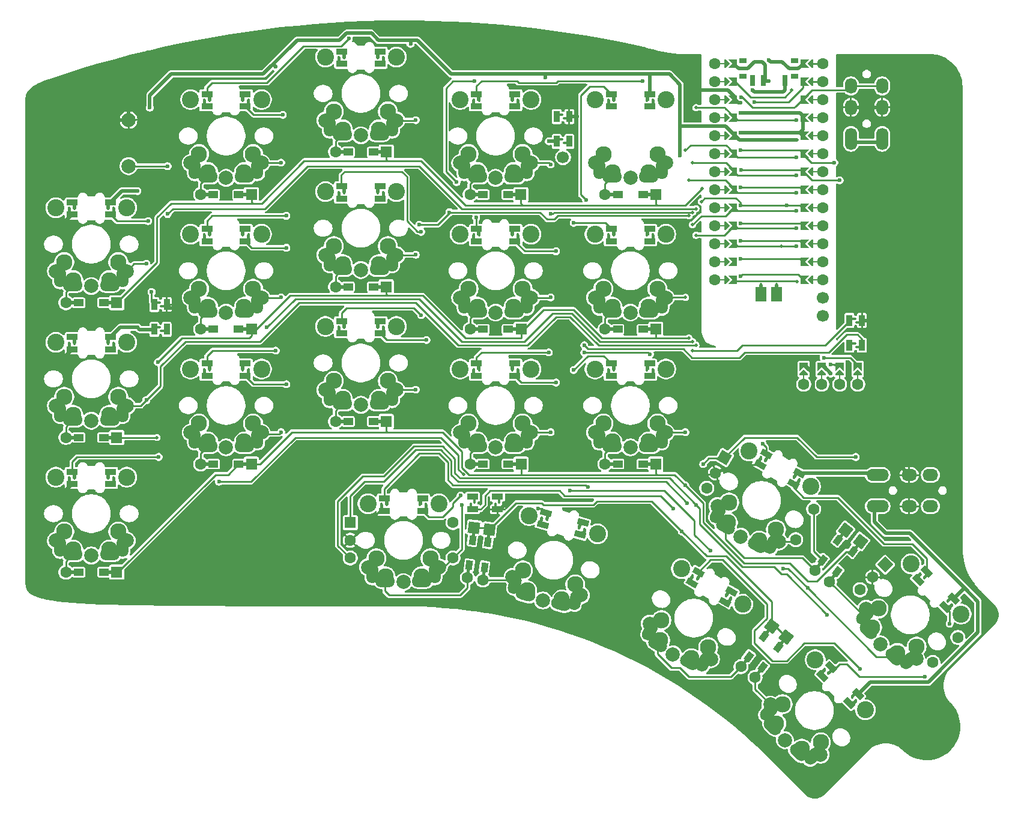
<source format=gtl>
G04 #@! TF.GenerationSoftware,KiCad,Pcbnew,9.0.2*
G04 #@! TF.CreationDate,2025-10-01T20:59:55+01:00*
G04 #@! TF.ProjectId,swoopt-soldered,73776f6f-7074-42d7-936f-6c6465726564,0.2.2*
G04 #@! TF.SameCoordinates,Original*
G04 #@! TF.FileFunction,Copper,L1,Top*
G04 #@! TF.FilePolarity,Positive*
%FSLAX46Y46*%
G04 Gerber Fmt 4.6, Leading zero omitted, Abs format (unit mm)*
G04 Created by KiCad (PCBNEW 9.0.2) date 2025-10-01 20:59:55*
%MOMM*%
%LPD*%
G01*
G04 APERTURE LIST*
G04 Aperture macros list*
%AMHorizOval*
0 Thick line with rounded ends*
0 $1 width*
0 $2 $3 position (X,Y) of the first rounded end (center of the circle)*
0 $4 $5 position (X,Y) of the second rounded end (center of the circle)*
0 Add line between two ends*
20,1,$1,$2,$3,$4,$5,0*
0 Add two circle primitives to create the rounded ends*
1,1,$1,$2,$3*
1,1,$1,$4,$5*%
%AMRotRect*
0 Rectangle, with rotation*
0 The origin of the aperture is its center*
0 $1 length*
0 $2 width*
0 $3 Rotation angle, in degrees counterclockwise*
0 Add horizontal line*
21,1,$1,$2,0,0,$3*%
%AMFreePoly0*
4,1,13,0.650000,-0.475000,-0.650000,-0.475000,-0.650000,-0.227400,-1.093000,-0.227400,-1.128355,-0.212755,-1.143000,-0.177400,-1.143000,0.178200,-1.128355,0.213555,-1.093000,0.228200,-0.650000,0.228200,-0.650000,0.475000,0.650000,0.475000,0.650000,-0.475000,0.650000,-0.475000,$1*%
%AMFreePoly1*
4,1,13,0.650000,0.227000,1.093000,0.227000,1.128355,0.212355,1.143000,0.177000,1.143000,-0.178600,1.128355,-0.213955,1.093000,-0.228600,0.650000,-0.228600,0.650000,-0.475000,-0.650000,-0.475000,-0.650000,0.475000,0.650000,0.475000,0.650000,0.227000,0.650000,0.227000,$1*%
%AMFreePoly2*
4,1,13,0.565955,0.933355,0.580600,0.898000,0.580600,0.425000,0.800000,0.425000,0.800000,-0.425000,-0.800000,-0.425000,-0.800000,0.425000,0.125000,0.425000,0.125000,0.898000,0.139645,0.933355,0.175000,0.948000,0.530600,0.948000,0.565955,0.933355,0.565955,0.933355,$1*%
%AMFreePoly3*
4,1,13,0.667755,0.904155,0.682400,0.868800,0.682400,0.425000,0.800000,0.425000,0.800000,-0.425000,-0.800000,-0.425000,-0.800000,0.425000,0.226800,0.425000,0.226800,0.868800,0.241445,0.904155,0.276800,0.918800,0.632400,0.918800,0.667755,0.904155,0.667755,0.904155,$1*%
%AMFreePoly4*
4,1,13,-0.190645,0.922355,-0.176000,0.887000,-0.176000,0.425000,0.800000,0.425000,0.800000,-0.425000,-0.800000,-0.425000,-0.800000,0.425000,-0.631600,0.425000,-0.631600,0.887000,-0.616955,0.922355,-0.581600,0.937000,-0.226000,0.937000,-0.190645,0.922355,-0.190645,0.922355,$1*%
%AMFreePoly5*
4,1,14,-0.139944,0.941252,-0.125002,0.906022,-0.125000,0.905600,-0.125000,0.425000,0.800000,0.425000,0.800000,-0.425000,-0.800000,-0.425000,-0.800000,0.425000,-0.580600,0.425000,-0.580600,0.902600,-0.565955,0.937955,-0.531022,0.952598,-0.175422,0.955598,-0.139944,0.941252,-0.139944,0.941252,$1*%
%AMFreePoly6*
4,1,6,0.600000,0.200000,0.000000,-0.400000,-0.600000,0.200000,-0.600000,0.400000,0.600000,0.400000,0.600000,0.200000,0.600000,0.200000,$1*%
%AMFreePoly7*
4,1,5,0.125000,-0.500000,-0.125000,-0.500000,-0.125000,0.500000,0.125000,0.500000,0.125000,-0.500000,0.125000,-0.500000,$1*%
%AMFreePoly8*
4,1,6,0.600000,-0.250000,-0.600000,-0.250000,-0.600000,1.000000,0.000000,0.400000,0.600000,1.000000,0.600000,-0.250000,0.600000,-0.250000,$1*%
%AMFreePoly9*
4,1,13,0.750000,-1.050000,0.229000,-1.050000,0.229000,-1.335200,0.214355,-1.370555,0.179000,-1.385200,-0.176600,-1.385200,-0.211955,-1.370555,-0.226600,-1.335200,-0.226600,-1.050000,-0.750000,-1.050000,-0.750000,1.050000,0.750000,1.050000,0.750000,-1.050000,0.750000,-1.050000,$1*%
%AMFreePoly10*
4,1,13,0.750000,-1.050000,0.228600,-1.050000,0.228600,-1.335200,0.213955,-1.370555,0.178600,-1.385200,-0.177000,-1.385200,-0.212355,-1.370555,-0.227000,-1.335200,-0.227000,-1.050000,-0.750000,-1.050000,-0.750000,1.050000,0.750000,1.050000,0.750000,-1.050000,0.750000,-1.050000,$1*%
%AMFreePoly11*
4,1,6,0.600000,-0.200000,0.600000,-0.400000,-0.600000,-0.400000,-0.600000,-0.200000,0.000000,0.400000,0.600000,-0.200000,0.600000,-0.200000,$1*%
%AMFreePoly12*
4,1,6,0.600000,-1.000000,0.000000,-0.400000,-0.600000,-1.000000,-0.600000,0.250000,0.600000,0.250000,0.600000,-1.000000,0.600000,-1.000000,$1*%
G04 Aperture macros list end*
G04 #@! TA.AperFunction,EtchedComponent*
%ADD10C,0.250000*%
G04 #@! TD*
G04 #@! TA.AperFunction,ComponentPad*
%ADD11C,4.400000*%
G04 #@! TD*
G04 #@! TA.AperFunction,ComponentPad*
%ADD12R,1.600000X1.600000*%
G04 #@! TD*
G04 #@! TA.AperFunction,SMDPad,CuDef*
%ADD13FreePoly0,180.000000*%
G04 #@! TD*
G04 #@! TA.AperFunction,SMDPad,CuDef*
%ADD14FreePoly1,180.000000*%
G04 #@! TD*
G04 #@! TA.AperFunction,ComponentPad*
%ADD15C,1.600000*%
G04 #@! TD*
G04 #@! TA.AperFunction,ComponentPad*
%ADD16C,1.700000*%
G04 #@! TD*
G04 #@! TA.AperFunction,SMDPad,CuDef*
%ADD17R,0.850000X1.600000*%
G04 #@! TD*
G04 #@! TA.AperFunction,ComponentPad*
%ADD18O,1.000000X0.300000*%
G04 #@! TD*
G04 #@! TA.AperFunction,ComponentPad*
%ADD19C,2.400000*%
G04 #@! TD*
G04 #@! TA.AperFunction,ComponentPad*
%ADD20C,2.000000*%
G04 #@! TD*
G04 #@! TA.AperFunction,ComponentPad*
%ADD21O,1.700000X2.800000*%
G04 #@! TD*
G04 #@! TA.AperFunction,ComponentPad*
%ADD22C,2.300000*%
G04 #@! TD*
G04 #@! TA.AperFunction,ComponentPad*
%ADD23O,2.800000X1.700000*%
G04 #@! TD*
G04 #@! TA.AperFunction,SMDPad,CuDef*
%ADD24FreePoly2,180.000000*%
G04 #@! TD*
G04 #@! TA.AperFunction,ComponentPad*
%ADD25C,0.457200*%
G04 #@! TD*
G04 #@! TA.AperFunction,SMDPad,CuDef*
%ADD26FreePoly3,0.000000*%
G04 #@! TD*
G04 #@! TA.AperFunction,SMDPad,CuDef*
%ADD27FreePoly4,0.000000*%
G04 #@! TD*
G04 #@! TA.AperFunction,SMDPad,CuDef*
%ADD28FreePoly5,180.000000*%
G04 #@! TD*
G04 #@! TA.AperFunction,ComponentPad*
%ADD29RotRect,1.600000X1.600000X315.000000*%
G04 #@! TD*
G04 #@! TA.AperFunction,ComponentPad*
%ADD30HorizOval,1.700000X0.275000X0.476314X-0.275000X-0.476314X0*%
G04 #@! TD*
G04 #@! TA.AperFunction,ComponentPad*
%ADD31HorizOval,1.700000X-0.476314X0.275000X0.476314X-0.275000X0*%
G04 #@! TD*
G04 #@! TA.AperFunction,ComponentPad*
%ADD32RotRect,1.600000X1.600000X330.000000*%
G04 #@! TD*
G04 #@! TA.AperFunction,SMDPad,CuDef*
%ADD33FreePoly2,135.000000*%
G04 #@! TD*
G04 #@! TA.AperFunction,SMDPad,CuDef*
%ADD34FreePoly3,315.000000*%
G04 #@! TD*
G04 #@! TA.AperFunction,SMDPad,CuDef*
%ADD35FreePoly4,315.000000*%
G04 #@! TD*
G04 #@! TA.AperFunction,SMDPad,CuDef*
%ADD36FreePoly5,135.000000*%
G04 #@! TD*
G04 #@! TA.AperFunction,SMDPad,CuDef*
%ADD37R,1.000000X0.800000*%
G04 #@! TD*
G04 #@! TA.AperFunction,SMDPad,CuDef*
%ADD38R,0.700000X1.500000*%
G04 #@! TD*
G04 #@! TA.AperFunction,ComponentPad*
%ADD39C,8.500000*%
G04 #@! TD*
G04 #@! TA.AperFunction,SMDPad,CuDef*
%ADD40FreePoly2,150.000000*%
G04 #@! TD*
G04 #@! TA.AperFunction,SMDPad,CuDef*
%ADD41FreePoly3,330.000000*%
G04 #@! TD*
G04 #@! TA.AperFunction,SMDPad,CuDef*
%ADD42FreePoly4,330.000000*%
G04 #@! TD*
G04 #@! TA.AperFunction,SMDPad,CuDef*
%ADD43FreePoly5,150.000000*%
G04 #@! TD*
G04 #@! TA.AperFunction,ComponentPad*
%ADD44RotRect,1.600000X1.600000X52.500000*%
G04 #@! TD*
G04 #@! TA.AperFunction,SMDPad,CuDef*
%ADD45FreePoly0,232.500000*%
G04 #@! TD*
G04 #@! TA.AperFunction,SMDPad,CuDef*
%ADD46FreePoly1,232.500000*%
G04 #@! TD*
G04 #@! TA.AperFunction,ComponentPad*
%ADD47O,2.200000X1.700000*%
G04 #@! TD*
G04 #@! TA.AperFunction,ComponentPad*
%ADD48HorizOval,1.700000X0.388909X0.388909X-0.388909X-0.388909X0*%
G04 #@! TD*
G04 #@! TA.AperFunction,ComponentPad*
%ADD49HorizOval,1.700000X-0.388909X0.388909X0.388909X-0.388909X0*%
G04 #@! TD*
G04 #@! TA.AperFunction,ComponentPad*
%ADD50RotRect,1.600000X1.600000X82.500000*%
G04 #@! TD*
G04 #@! TA.AperFunction,SMDPad,CuDef*
%ADD51FreePoly0,262.500000*%
G04 #@! TD*
G04 #@! TA.AperFunction,SMDPad,CuDef*
%ADD52FreePoly1,262.500000*%
G04 #@! TD*
G04 #@! TA.AperFunction,SMDPad,CuDef*
%ADD53FreePoly6,180.000000*%
G04 #@! TD*
G04 #@! TA.AperFunction,SMDPad,CuDef*
%ADD54FreePoly7,180.000000*%
G04 #@! TD*
G04 #@! TA.AperFunction,SMDPad,CuDef*
%ADD55FreePoly8,180.000000*%
G04 #@! TD*
G04 #@! TA.AperFunction,SMDPad,CuDef*
%ADD56R,1.600000X0.850000*%
G04 #@! TD*
G04 #@! TA.AperFunction,ComponentPad*
%ADD57O,0.300000X1.000000*%
G04 #@! TD*
G04 #@! TA.AperFunction,ComponentPad*
%ADD58HorizOval,1.700000X0.142350X0.531259X-0.142350X-0.531259X0*%
G04 #@! TD*
G04 #@! TA.AperFunction,ComponentPad*
%ADD59HorizOval,1.700000X-0.531259X0.142350X0.531259X-0.142350X0*%
G04 #@! TD*
G04 #@! TA.AperFunction,SMDPad,CuDef*
%ADD60FreePoly2,165.000000*%
G04 #@! TD*
G04 #@! TA.AperFunction,SMDPad,CuDef*
%ADD61FreePoly3,345.000000*%
G04 #@! TD*
G04 #@! TA.AperFunction,SMDPad,CuDef*
%ADD62FreePoly4,345.000000*%
G04 #@! TD*
G04 #@! TA.AperFunction,SMDPad,CuDef*
%ADD63FreePoly5,165.000000*%
G04 #@! TD*
G04 #@! TA.AperFunction,ComponentPad*
%ADD64O,1.700000X2.200000*%
G04 #@! TD*
G04 #@! TA.AperFunction,SMDPad,CuDef*
%ADD65FreePoly9,180.000000*%
G04 #@! TD*
G04 #@! TA.AperFunction,SMDPad,CuDef*
%ADD66FreePoly10,180.000000*%
G04 #@! TD*
G04 #@! TA.AperFunction,SMDPad,CuDef*
%ADD67FreePoly7,90.000000*%
G04 #@! TD*
G04 #@! TA.AperFunction,SMDPad,CuDef*
%ADD68FreePoly11,90.000000*%
G04 #@! TD*
G04 #@! TA.AperFunction,SMDPad,CuDef*
%ADD69FreePoly11,270.000000*%
G04 #@! TD*
G04 #@! TA.AperFunction,SMDPad,CuDef*
%ADD70FreePoly7,270.000000*%
G04 #@! TD*
G04 #@! TA.AperFunction,SMDPad,CuDef*
%ADD71FreePoly12,90.000000*%
G04 #@! TD*
G04 #@! TA.AperFunction,SMDPad,CuDef*
%ADD72FreePoly12,270.000000*%
G04 #@! TD*
G04 #@! TA.AperFunction,ViaPad*
%ADD73C,0.600000*%
G04 #@! TD*
G04 #@! TA.AperFunction,ViaPad*
%ADD74C,0.500000*%
G04 #@! TD*
G04 #@! TA.AperFunction,Conductor*
%ADD75C,0.250000*%
G04 #@! TD*
G04 #@! TA.AperFunction,Conductor*
%ADD76C,0.500000*%
G04 #@! TD*
G04 APERTURE END LIST*
D10*
X195326000Y-52324000D02*
X197104000Y-52324000D01*
X197104000Y-49784000D02*
X195326000Y-49784000D01*
D11*
X141500000Y-107550000D03*
X141500000Y-69450000D03*
X160550000Y-88500000D03*
X122450000Y-88500000D03*
D12*
X97576007Y-102500000D03*
D13*
X95775007Y-102500000D03*
D14*
X92225007Y-102500000D03*
D15*
X90424007Y-102500000D03*
D16*
X160500000Y-63000000D03*
D17*
X102875000Y-87250000D03*
D18*
X103400000Y-87000000D03*
X104100000Y-87500000D03*
D17*
X104625000Y-87250000D03*
D18*
X104100000Y-84000000D03*
D17*
X104625000Y-83750000D03*
X102875000Y-83750000D03*
D18*
X103400000Y-83500000D03*
D12*
X116576000Y-106250000D03*
D13*
X114775000Y-106250000D03*
D14*
X111225000Y-106250000D03*
D15*
X109424000Y-106250000D03*
D19*
X137000000Y-86850000D03*
D20*
X132000000Y-97900000D03*
D19*
X127000000Y-86850000D03*
D20*
X137000000Y-95800000D03*
D21*
X136400000Y-96700000D03*
D22*
X135810000Y-94540000D03*
D23*
X134600000Y-97750000D03*
D22*
X134540000Y-97080000D03*
X129460000Y-97080000D03*
D23*
X129400000Y-97750000D03*
D22*
X128190000Y-94540000D03*
D21*
X127600000Y-96700000D03*
D20*
X127000000Y-95800000D03*
D24*
X96700011Y-69335002D03*
D25*
X96350011Y-70210002D03*
X97150011Y-70210002D03*
D26*
X96700011Y-71085002D03*
D27*
X91300011Y-71085002D03*
D25*
X90900011Y-70210002D03*
X91650011Y-70210002D03*
D28*
X91300011Y-69335002D03*
D12*
X116576000Y-87250000D03*
D13*
X114775000Y-87250000D03*
D14*
X111225000Y-87250000D03*
D15*
X109424000Y-87250000D03*
D24*
X172699997Y-54085004D03*
D25*
X172349997Y-54960004D03*
X173149997Y-54960004D03*
D26*
X172699997Y-55835004D03*
D27*
X167299997Y-55835004D03*
D25*
X166899997Y-54960004D03*
X167649997Y-54960004D03*
D28*
X167299997Y-54085004D03*
D12*
X135576000Y-62250000D03*
D13*
X133775000Y-62250000D03*
D14*
X130225000Y-62250000D03*
D15*
X128424000Y-62250000D03*
D29*
X205911913Y-120441537D03*
D15*
X202376379Y-123977071D03*
X204144146Y-122209304D03*
X212629428Y-134230119D03*
X216164961Y-130694586D03*
D24*
X115699999Y-54084996D03*
D25*
X115349999Y-54959996D03*
X116149999Y-54959996D03*
D26*
X115699999Y-55834996D03*
D27*
X110299999Y-55834996D03*
D25*
X109899999Y-54959996D03*
X110649999Y-54959996D03*
D28*
X110299999Y-54084996D03*
D24*
X134699993Y-86085005D03*
D25*
X134349993Y-86960005D03*
X135149993Y-86960005D03*
D26*
X134699993Y-87835005D03*
D27*
X129299993Y-87835005D03*
D25*
X128899993Y-86960005D03*
X129649993Y-86960005D03*
D28*
X129299993Y-86085005D03*
D19*
X185842964Y-126009878D03*
D20*
X175987837Y-133079459D03*
D19*
X177182710Y-121009878D03*
D20*
X181367964Y-133760806D03*
D30*
X180398349Y-134240228D03*
D22*
X180967394Y-132074614D03*
D31*
X178314503Y-134249555D03*
D22*
X178597542Y-133639318D03*
X174198132Y-131099318D03*
D31*
X173811171Y-131649555D03*
D22*
X174368280Y-128264614D03*
D30*
X172777325Y-129840228D03*
D20*
X172707710Y-128760806D03*
X99250000Y-64250000D03*
X99250000Y-57750000D03*
D12*
X130500000Y-114500000D03*
D15*
X130500000Y-119500000D03*
X130500000Y-117000000D03*
X145000000Y-119500000D03*
X145000000Y-114500000D03*
D24*
X134700011Y-48084497D03*
D25*
X134350011Y-48959497D03*
X135150011Y-48959497D03*
D26*
X134700011Y-49834497D03*
D27*
X129300011Y-49834497D03*
D25*
X128900011Y-48959497D03*
X129650011Y-48959497D03*
D28*
X129300011Y-48084497D03*
D24*
X140700000Y-111085001D03*
D25*
X140350000Y-111960001D03*
X141150000Y-111960001D03*
D26*
X140700000Y-112835001D03*
D27*
X135300000Y-112835001D03*
D25*
X134900000Y-111960001D03*
X135650000Y-111960001D03*
D28*
X135300000Y-111085001D03*
D24*
X172699992Y-73084996D03*
D25*
X172349992Y-73959996D03*
X173149992Y-73959996D03*
D26*
X172699992Y-74834996D03*
D27*
X167299992Y-74834996D03*
D25*
X166899992Y-73959996D03*
X167649992Y-73959996D03*
D28*
X167299992Y-73084996D03*
D17*
X200875000Y-89500000D03*
D18*
X201400000Y-89250000D03*
X202100000Y-89750000D03*
D17*
X202625000Y-89500000D03*
D18*
X202100000Y-86250000D03*
D17*
X202625000Y-86000000D03*
X200875000Y-86000000D03*
D18*
X201400000Y-85750000D03*
D32*
X183254809Y-105334936D03*
D15*
X180754809Y-109665064D03*
X182004809Y-107500000D03*
X193312178Y-116915064D03*
X195812178Y-112584936D03*
D33*
X202098617Y-138719759D03*
D25*
X201232412Y-139090990D03*
X201798097Y-139656676D03*
D34*
X200861181Y-139957196D03*
D35*
X197042804Y-136138819D03*
D25*
X197378680Y-135237258D03*
X197909010Y-135767588D03*
D36*
X198280241Y-134901383D03*
D37*
X193150000Y-51550000D03*
X193150000Y-49350000D03*
X185850000Y-51550000D03*
X185850000Y-49350000D03*
D38*
X191750000Y-52200000D03*
X188750000Y-52200000D03*
X187250000Y-52200000D03*
D16*
X197104000Y-82804000D03*
X197104000Y-85344000D03*
D39*
X211750000Y-53000000D03*
D40*
X184233606Y-124196598D03*
D25*
X183492997Y-124779370D03*
X184185817Y-125179370D03*
D41*
X183358606Y-125712143D03*
D42*
X178682068Y-123012143D03*
D25*
X178773158Y-122054370D03*
X179422677Y-122429370D03*
D43*
X179557068Y-121496598D03*
D44*
X200346379Y-115571170D03*
D45*
X199250000Y-117000000D03*
D46*
X197088896Y-119816404D03*
D15*
X195992517Y-121245234D03*
D44*
X191926931Y-130662968D03*
D45*
X190830552Y-132091798D03*
D46*
X188669448Y-134908202D03*
D15*
X187573069Y-136337032D03*
D19*
X156000000Y-73850000D03*
D20*
X151000000Y-84900000D03*
D19*
X146000000Y-73850000D03*
D20*
X156000000Y-82800000D03*
D21*
X155400000Y-83700000D03*
D22*
X154810000Y-81540000D03*
D23*
X153600000Y-84750000D03*
D22*
X153540000Y-84080000D03*
X148460000Y-84080000D03*
D23*
X148400000Y-84750000D03*
D22*
X147190000Y-81540000D03*
D21*
X146600000Y-83700000D03*
D20*
X146000000Y-82800000D03*
D19*
X99000007Y-108100000D03*
D20*
X94000007Y-119150000D03*
D19*
X89000007Y-108100000D03*
D20*
X99000007Y-117050000D03*
D21*
X98400007Y-117950000D03*
D22*
X97810007Y-115790000D03*
D23*
X96600007Y-119000000D03*
D22*
X96540007Y-118330000D03*
X91460007Y-118330000D03*
D23*
X91400007Y-119000000D03*
D22*
X90190007Y-115790000D03*
D21*
X89600007Y-117950000D03*
D20*
X89000007Y-117050000D03*
D44*
X189926931Y-129162968D03*
D45*
X188830552Y-130591798D03*
D46*
X186669448Y-133408202D03*
D15*
X185573069Y-134837032D03*
D19*
X195397574Y-109423574D03*
D20*
X185542447Y-116493155D03*
D19*
X186737320Y-104423574D03*
D20*
X190922574Y-117174502D03*
D30*
X189952959Y-117653924D03*
D22*
X190522004Y-115488310D03*
D31*
X187869113Y-117663251D03*
D22*
X188152152Y-117053014D03*
X183752742Y-114513014D03*
D31*
X183365781Y-115063251D03*
D22*
X183922890Y-111678310D03*
D30*
X182331935Y-113253924D03*
D20*
X182262320Y-112174502D03*
D12*
X154576000Y-106250000D03*
D13*
X152775000Y-106250000D03*
D14*
X149225000Y-106250000D03*
D15*
X147424000Y-106250000D03*
D17*
X159625000Y-60750000D03*
D18*
X160150000Y-60500000D03*
X160850000Y-61000000D03*
D17*
X161375000Y-60750000D03*
D18*
X160850000Y-57500000D03*
D17*
X161375000Y-57250000D03*
X159625000Y-57250000D03*
D18*
X160150000Y-57000000D03*
D19*
X175000000Y-73850000D03*
D20*
X170000000Y-84900000D03*
D19*
X165000000Y-73850000D03*
D20*
X175000000Y-82800000D03*
D21*
X174400000Y-83700000D03*
D22*
X173810000Y-81540000D03*
D23*
X172600000Y-84750000D03*
D22*
X172540000Y-84080000D03*
X167460000Y-84080000D03*
D23*
X167400000Y-84750000D03*
D22*
X166190000Y-81540000D03*
D21*
X165600000Y-83700000D03*
D20*
X165000000Y-82800000D03*
D19*
X99000007Y-89100000D03*
D20*
X94000007Y-100150000D03*
D19*
X89000007Y-89100000D03*
D20*
X99000007Y-98050000D03*
D21*
X98400007Y-98950000D03*
D22*
X97810007Y-96790000D03*
D23*
X96600007Y-100000000D03*
D22*
X96540007Y-99330000D03*
X91460007Y-99330000D03*
D23*
X91400007Y-100000000D03*
D22*
X90190007Y-96790000D03*
D21*
X89600007Y-98950000D03*
D20*
X89000007Y-98050000D03*
D19*
X117999999Y-92850000D03*
D20*
X112999999Y-103900000D03*
D19*
X107999999Y-92850000D03*
D20*
X117999999Y-101800000D03*
D21*
X117399999Y-102700000D03*
D22*
X116809999Y-100540000D03*
D23*
X115599999Y-103750000D03*
D22*
X115539999Y-103080000D03*
X110459999Y-103080000D03*
D23*
X110399999Y-103750000D03*
D22*
X109189999Y-100540000D03*
D21*
X108599999Y-102700000D03*
D20*
X107999999Y-101800000D03*
D47*
X204400000Y-107800000D03*
X204400000Y-112200000D03*
X212300000Y-107800000D03*
X212300000Y-112200000D03*
X209300000Y-107800000D03*
X209300000Y-112200000D03*
X205300000Y-107800000D03*
X205300000Y-112200000D03*
D19*
X137000000Y-48849499D03*
D20*
X132000000Y-59899499D03*
D19*
X127000000Y-48849499D03*
D20*
X137000000Y-57799499D03*
D21*
X136400000Y-58699499D03*
D22*
X135810000Y-56539499D03*
D23*
X134600000Y-59749499D03*
D22*
X134540000Y-59079499D03*
X129460000Y-59079499D03*
D23*
X129400000Y-59749499D03*
D22*
X128190000Y-56539499D03*
D21*
X127600000Y-58699499D03*
D20*
X127000000Y-57799499D03*
D19*
X203120253Y-140910407D03*
D20*
X191771189Y-145188403D03*
D19*
X196049185Y-133839339D03*
D20*
X196791647Y-147239013D03*
D48*
X195730987Y-147451145D03*
D22*
X196841145Y-145506601D03*
D49*
X193715733Y-146920815D03*
D22*
X194147068Y-146404627D03*
X190554965Y-142812524D03*
D49*
X190038777Y-143243859D03*
D22*
X191452991Y-140118447D03*
D48*
X189508447Y-141228605D03*
D20*
X189720579Y-140167945D03*
D50*
X147966762Y-115204593D03*
D51*
X147731684Y-116990185D03*
D52*
X147268316Y-120509815D03*
D15*
X147033238Y-122295407D03*
D19*
X175000000Y-54850000D03*
D20*
X170000000Y-65900000D03*
D19*
X165000000Y-54850000D03*
D20*
X175000000Y-63800000D03*
D21*
X174400000Y-64700000D03*
D22*
X173810000Y-62540000D03*
D23*
X172600000Y-65750000D03*
D22*
X172540000Y-65080000D03*
X167460000Y-65080000D03*
D23*
X167400000Y-65750000D03*
D22*
X166190000Y-62540000D03*
D21*
X165600000Y-64700000D03*
D20*
X165000000Y-63800000D03*
D12*
X97576007Y-121500000D03*
D13*
X95775007Y-121500000D03*
D14*
X92225007Y-121500000D03*
D15*
X90424007Y-121500000D03*
D19*
X143000000Y-111850000D03*
D20*
X138000000Y-122900000D03*
D19*
X133000000Y-111850000D03*
D20*
X143000000Y-120800000D03*
D21*
X142400000Y-121700000D03*
D22*
X141810000Y-119540000D03*
D23*
X140600000Y-122750000D03*
D22*
X140540000Y-122080000D03*
X135460000Y-122080000D03*
D23*
X135400000Y-122750000D03*
D22*
X134190000Y-119540000D03*
D21*
X133600000Y-121700000D03*
D20*
X133000000Y-120800000D03*
D19*
X216624581Y-127406539D03*
D20*
X205275517Y-131684535D03*
D19*
X209553513Y-120335471D03*
D20*
X210295975Y-133735145D03*
D48*
X209235315Y-133947277D03*
D22*
X210345473Y-132002733D03*
D49*
X207220061Y-133416947D03*
D22*
X207651396Y-132900759D03*
X204059293Y-129308656D03*
D49*
X203543105Y-129739991D03*
D22*
X204957319Y-126614579D03*
D48*
X203012775Y-127724737D03*
D20*
X203224907Y-126664077D03*
D50*
X150135273Y-115503588D03*
D51*
X149900195Y-117289180D03*
D52*
X149436827Y-120808810D03*
D15*
X149201749Y-122594402D03*
D24*
X134700003Y-67085000D03*
D25*
X134350003Y-67960000D03*
X135150003Y-67960000D03*
D26*
X134700003Y-68835000D03*
D27*
X129300003Y-68835000D03*
D25*
X128900003Y-67960000D03*
X129650003Y-67960000D03*
D28*
X129300003Y-67085000D03*
D12*
X135576000Y-81250000D03*
D13*
X133775000Y-81250000D03*
D14*
X130225000Y-81250000D03*
D15*
X128424000Y-81250000D03*
D53*
X194440000Y-93342000D03*
D54*
X194440000Y-93850000D03*
D15*
X194440000Y-95000000D03*
D53*
X196980000Y-93342000D03*
D54*
X196980000Y-93850000D03*
D15*
X196980000Y-95000000D03*
D53*
X199520000Y-93342000D03*
D54*
X199520000Y-93850000D03*
D15*
X199520000Y-95000000D03*
D53*
X202060000Y-93342000D03*
D54*
X202060000Y-93850000D03*
D15*
X202060000Y-95000000D03*
D55*
X202060000Y-92226000D03*
X199520000Y-92226000D03*
X196980000Y-92226000D03*
X194440000Y-92226000D03*
D39*
X89500000Y-56500000D03*
D19*
X99000000Y-70100000D03*
D20*
X94000000Y-81150000D03*
D19*
X89000000Y-70100000D03*
D20*
X99000000Y-79050000D03*
D21*
X98400000Y-79950000D03*
D22*
X97810000Y-77790000D03*
D23*
X96600000Y-81000000D03*
D22*
X96540000Y-80330000D03*
X91460000Y-80330000D03*
D23*
X91400000Y-81000000D03*
D22*
X90190000Y-77790000D03*
D21*
X89600000Y-79950000D03*
D20*
X89000000Y-79050000D03*
D19*
X156000000Y-92850000D03*
D20*
X151000000Y-103900000D03*
D19*
X146000000Y-92850000D03*
D20*
X156000000Y-101800000D03*
D21*
X155400000Y-102700000D03*
D22*
X154810000Y-100540000D03*
D23*
X153600000Y-103750000D03*
D22*
X153540000Y-103080000D03*
X148460000Y-103080000D03*
D23*
X148400000Y-103750000D03*
D22*
X147190000Y-100540000D03*
D21*
X146600000Y-102700000D03*
D20*
X146000000Y-101800000D03*
D56*
X147750000Y-110875000D03*
D57*
X148000000Y-111400000D03*
X147500000Y-112100000D03*
D56*
X147750000Y-112625000D03*
D57*
X151000000Y-112100000D03*
D56*
X151250000Y-112625000D03*
X151250000Y-110875000D03*
D57*
X151500000Y-111400000D03*
D19*
X118000000Y-73850000D03*
D20*
X113000000Y-84900000D03*
D19*
X108000000Y-73850000D03*
D20*
X118000000Y-82800000D03*
D21*
X117400000Y-83700000D03*
D22*
X116810000Y-81540000D03*
D23*
X115600000Y-84750000D03*
D22*
X115540000Y-84080000D03*
X110460000Y-84080000D03*
D23*
X110400000Y-84750000D03*
D22*
X109190000Y-81540000D03*
D21*
X108600000Y-83700000D03*
D20*
X108000000Y-82800000D03*
D40*
X193825769Y-107505625D03*
D25*
X193085160Y-108088397D03*
X193777980Y-108488397D03*
D41*
X192950769Y-109021170D03*
D42*
X188274231Y-106321170D03*
D25*
X188365321Y-105363397D03*
X189014840Y-105738397D03*
D43*
X189149231Y-104805625D03*
D39*
X211750000Y-143250000D03*
D19*
X156000000Y-54850000D03*
D20*
X151000000Y-65900000D03*
D19*
X146000000Y-54850000D03*
D20*
X156000000Y-63800000D03*
D21*
X155400000Y-64700000D03*
D22*
X154810000Y-62540000D03*
D23*
X153600000Y-65750000D03*
D22*
X153540000Y-65080000D03*
X148460000Y-65080000D03*
D23*
X148400000Y-65750000D03*
D22*
X147190000Y-62540000D03*
D21*
X146600000Y-64700000D03*
D20*
X146000000Y-63800000D03*
D12*
X135576000Y-100250000D03*
D13*
X133775000Y-100250000D03*
D14*
X130225000Y-100250000D03*
D15*
X128424000Y-100250000D03*
D24*
X96700001Y-107334998D03*
D25*
X96350001Y-108209998D03*
X97150001Y-108209998D03*
D26*
X96700001Y-109084998D03*
D27*
X91300001Y-109084998D03*
D25*
X90900001Y-108209998D03*
X91650001Y-108209998D03*
D28*
X91300001Y-107334998D03*
D12*
X173576000Y-68250000D03*
D13*
X171775000Y-68250000D03*
D14*
X168225000Y-68250000D03*
D15*
X166424000Y-68250000D03*
D12*
X173576000Y-87250000D03*
D13*
X171775000Y-87250000D03*
D14*
X168225000Y-87250000D03*
D15*
X166424000Y-87250000D03*
D19*
X165353461Y-116109796D03*
D20*
X157663882Y-125489181D03*
D19*
X155694203Y-113521606D03*
D20*
X163037031Y-124754832D03*
D58*
X162224538Y-125468874D03*
D22*
X162213691Y-123229771D03*
D59*
X160214112Y-126017222D03*
D22*
X160329565Y-125354523D03*
X155422662Y-124039722D03*
D59*
X155191297Y-124671363D03*
D22*
X154853336Y-121257570D03*
D58*
X153724391Y-123191267D03*
D20*
X153377772Y-122166642D03*
D19*
X137000000Y-67850000D03*
D20*
X132000000Y-78900000D03*
D19*
X127000000Y-67850000D03*
D20*
X137000000Y-76800000D03*
D21*
X136400000Y-77700000D03*
D22*
X135810000Y-75540000D03*
D23*
X134600000Y-78750000D03*
D22*
X134540000Y-78080000D03*
X129460000Y-78080000D03*
D23*
X129400000Y-78750000D03*
D22*
X128190000Y-75540000D03*
D21*
X127600000Y-77700000D03*
D20*
X127000000Y-76800000D03*
D60*
X163329826Y-114505583D03*
D25*
X162765286Y-115260181D03*
X163538026Y-115467236D03*
D61*
X162876893Y-116195953D03*
D62*
X157660894Y-114798330D03*
D25*
X157500990Y-113849617D03*
X158225434Y-114043732D03*
D63*
X158113827Y-113107960D03*
D12*
X154551000Y-68250000D03*
D13*
X152750000Y-68250000D03*
D14*
X149200000Y-68250000D03*
D15*
X147399000Y-68250000D03*
D24*
X153699998Y-92085002D03*
D25*
X153349998Y-92960002D03*
X154149998Y-92960002D03*
D26*
X153699998Y-93835002D03*
D27*
X148299998Y-93835002D03*
D25*
X147899998Y-92960002D03*
X148649998Y-92960002D03*
D28*
X148299998Y-92085002D03*
D12*
X116576000Y-68250000D03*
D13*
X114775000Y-68250000D03*
D14*
X111225000Y-68250000D03*
D15*
X109424000Y-68250000D03*
D12*
X154576000Y-87250000D03*
D13*
X152775000Y-87250000D03*
D14*
X149225000Y-87250000D03*
D15*
X147424000Y-87250000D03*
D12*
X173576000Y-106250000D03*
D13*
X171775000Y-106250000D03*
D14*
X168225000Y-106250000D03*
D15*
X166424000Y-106250000D03*
D64*
X201100000Y-60850000D03*
X205500000Y-60850000D03*
X201100000Y-52950000D03*
X205500000Y-52950000D03*
X201100000Y-55950000D03*
X205500000Y-55950000D03*
X201100000Y-59950000D03*
X205500000Y-59950000D03*
D25*
X188399600Y-80954400D03*
D65*
X188400000Y-82296000D03*
D25*
X190600000Y-80954400D03*
D66*
X190600000Y-82296000D03*
D24*
X172699991Y-92085000D03*
D25*
X172349991Y-92960000D03*
X173149991Y-92960000D03*
D26*
X172699991Y-93835000D03*
D27*
X167299991Y-93835000D03*
D25*
X166899991Y-92960000D03*
X167649991Y-92960000D03*
D28*
X167299991Y-92085000D03*
D24*
X153700001Y-73085008D03*
D25*
X153350001Y-73960008D03*
X154150001Y-73960008D03*
D26*
X153700001Y-74835008D03*
D27*
X148300001Y-74835008D03*
D25*
X147900001Y-73960008D03*
X148650001Y-73960008D03*
D28*
X148300001Y-73085008D03*
D24*
X153699993Y-54085001D03*
D25*
X153349993Y-54960001D03*
X154149993Y-54960001D03*
D26*
X153699993Y-55835001D03*
D27*
X148299993Y-55835001D03*
D25*
X147899993Y-54960001D03*
X148649993Y-54960001D03*
D28*
X148299993Y-54085001D03*
D33*
X215598617Y-125219759D03*
D25*
X214732412Y-125590990D03*
X215298097Y-126156676D03*
D34*
X214361181Y-126457196D03*
D35*
X210542804Y-122638819D03*
D25*
X210878680Y-121737258D03*
X211409010Y-122267588D03*
D36*
X211780241Y-121401383D03*
D24*
X115699997Y-73085002D03*
D25*
X115349997Y-73960002D03*
X116149997Y-73960002D03*
D26*
X115699997Y-74835002D03*
D27*
X110299997Y-74835002D03*
D25*
X109899997Y-73960002D03*
X110649997Y-73960002D03*
D28*
X110299997Y-73085002D03*
D44*
X202426931Y-117162968D03*
D45*
X201330552Y-118591798D03*
D46*
X199169448Y-121408202D03*
D15*
X198073069Y-122837032D03*
D12*
X97576007Y-83500000D03*
D13*
X95775007Y-83500000D03*
D14*
X92225007Y-83500000D03*
D15*
X90424007Y-83500000D03*
D19*
X175000000Y-92850000D03*
D20*
X170000000Y-103900000D03*
D19*
X165000000Y-92850000D03*
D20*
X175000000Y-101800000D03*
D21*
X174400000Y-102700000D03*
D22*
X173810000Y-100540000D03*
D23*
X172600000Y-103750000D03*
D22*
X172540000Y-103080000D03*
X167460000Y-103080000D03*
D23*
X167400000Y-103750000D03*
D22*
X166190000Y-100540000D03*
D21*
X165600000Y-102700000D03*
D20*
X165000000Y-101800000D03*
D24*
X96700001Y-88335006D03*
D25*
X96350001Y-89210006D03*
X97150001Y-89210006D03*
D26*
X96700001Y-90085006D03*
D27*
X91300001Y-90085006D03*
D25*
X90900001Y-89210006D03*
X91650001Y-89210006D03*
D28*
X91300001Y-88335006D03*
D24*
X115699996Y-92084994D03*
D25*
X115349996Y-92959994D03*
X116149996Y-92959994D03*
D26*
X115699996Y-93834994D03*
D27*
X110299996Y-93834994D03*
D25*
X109899996Y-92959994D03*
X110649996Y-92959994D03*
D28*
X110299996Y-92084994D03*
D19*
X117999995Y-54850000D03*
D20*
X112999995Y-65900000D03*
D19*
X107999995Y-54850000D03*
D20*
X117999995Y-63800000D03*
D21*
X117399995Y-64700000D03*
D22*
X116809995Y-62540000D03*
D23*
X115599995Y-65750000D03*
D22*
X115539995Y-65080000D03*
X110459995Y-65080000D03*
D23*
X110399995Y-65750000D03*
D22*
X109189995Y-62540000D03*
D21*
X108599995Y-64700000D03*
D20*
X107999995Y-63800000D03*
D15*
X197104000Y-80264000D03*
X197104000Y-77724000D03*
X197104000Y-75184000D03*
X197104000Y-72644000D03*
X197104000Y-70104000D03*
X197104000Y-67564000D03*
X197104000Y-65024000D03*
X197104000Y-62484000D03*
X197104000Y-59944000D03*
X197104000Y-57404000D03*
X197104000Y-54864000D03*
X197104000Y-52324000D03*
X197104000Y-49784000D03*
D67*
X195834000Y-80264000D03*
X195834000Y-77724000D03*
X195834000Y-75184000D03*
X195834000Y-72644000D03*
X195834000Y-70104000D03*
X195834000Y-67564000D03*
X195834000Y-65024000D03*
X195834000Y-62484000D03*
X195834000Y-59944000D03*
X195834000Y-57404000D03*
X195834000Y-54864000D03*
D68*
X195326000Y-80264000D03*
X195326000Y-77724000D03*
X195326000Y-75184000D03*
X195326000Y-72644000D03*
X195326000Y-70104000D03*
X195326000Y-67564000D03*
X195326000Y-65024000D03*
X195326000Y-62484000D03*
X195326000Y-59944000D03*
X195326000Y-57404000D03*
X195326000Y-54864000D03*
X195326000Y-52324000D03*
X195326000Y-49784000D03*
D69*
X183642000Y-80264000D03*
X183642000Y-77724000D03*
X183642000Y-75184000D03*
X183642000Y-72644000D03*
X183642000Y-70104000D03*
X183642000Y-67564000D03*
X183642000Y-65024000D03*
X183642000Y-62484000D03*
X183642000Y-59944000D03*
X183642000Y-57404000D03*
X183642000Y-54864000D03*
X183642000Y-52324000D03*
X183642000Y-49784000D03*
D70*
X183134000Y-80264000D03*
X183134000Y-77724000D03*
X183134000Y-75184000D03*
X183134000Y-72644000D03*
X183134000Y-70104000D03*
X183134000Y-67564000D03*
X183134000Y-65024000D03*
X183134000Y-62484000D03*
X183134000Y-59944000D03*
X183134000Y-57404000D03*
X183134000Y-54864000D03*
X183134000Y-52324000D03*
X183134000Y-49784000D03*
D15*
X181864000Y-80264000D03*
X181864000Y-77724000D03*
X181864000Y-75184000D03*
X181864000Y-72644000D03*
X181864000Y-70104000D03*
X181864000Y-67564000D03*
X181864000Y-65024000D03*
X181864000Y-62484000D03*
X181864000Y-59944000D03*
X181864000Y-57404000D03*
X181864000Y-54864000D03*
X181864000Y-52324000D03*
X181864000Y-49784000D03*
D71*
X194210000Y-52324000D03*
X194210000Y-54864000D03*
X194210000Y-57404000D03*
X194210000Y-59944000D03*
X194210000Y-62484000D03*
X194210000Y-65024000D03*
X194210000Y-67564000D03*
X194210000Y-70104000D03*
X194210000Y-72644000D03*
X194210000Y-75184000D03*
X194210000Y-77724000D03*
X194210000Y-80264000D03*
D72*
X184758000Y-80264000D03*
X184758000Y-77724000D03*
X184758000Y-75184000D03*
X184758000Y-72644000D03*
X184758000Y-70104000D03*
X184758000Y-67564000D03*
X184758000Y-65024000D03*
X184758000Y-62484000D03*
X184758000Y-59944000D03*
X184758000Y-57404000D03*
X184758000Y-54864000D03*
X184758000Y-52324000D03*
X184758000Y-49784000D03*
D71*
X194210000Y-49784000D03*
D73*
X146250000Y-112000000D03*
X190750000Y-53750000D03*
X187250000Y-53500000D03*
X185534000Y-67274000D03*
D74*
X180125000Y-67375000D03*
D73*
X159250000Y-111250000D03*
X162475000Y-57250000D03*
X185516948Y-55336094D03*
X124750000Y-45250000D03*
X188375000Y-127875000D03*
X163000000Y-50000000D03*
X181750000Y-120500000D03*
X195125000Y-106375000D03*
X205750000Y-86000000D03*
X106000000Y-50000000D03*
X193434000Y-56774000D03*
X205750000Y-93250000D03*
X185534000Y-56774000D03*
X200771000Y-93500000D03*
X185534000Y-59524000D03*
X144000000Y-48500000D03*
X106500000Y-84250000D03*
X158500000Y-60750000D03*
X100500000Y-67750000D03*
X193434000Y-60524000D03*
X139000000Y-47000000D03*
X198250000Y-93500000D03*
X100500000Y-87000000D03*
X102250000Y-56000000D03*
X120000000Y-50250000D03*
X177000000Y-62750000D03*
X158000000Y-51750000D03*
D74*
X178250000Y-88500000D03*
D73*
X185534000Y-69774000D03*
X192024000Y-69774000D03*
D74*
X103250000Y-102500000D03*
D73*
X103375000Y-91875000D03*
D74*
X180000000Y-69250000D03*
D73*
X185584000Y-54524000D03*
X104750000Y-64250000D03*
D74*
X179250000Y-70250000D03*
X179250000Y-56000000D03*
D73*
X193434000Y-57774000D03*
X104750000Y-71000000D03*
X185534000Y-72274000D03*
X177750000Y-109250000D03*
X185534000Y-74774000D03*
X177250000Y-115750000D03*
X139750000Y-95750000D03*
X144500000Y-70750000D03*
X139750000Y-76750000D03*
D74*
X178250000Y-66250000D03*
X178250000Y-71250000D03*
D73*
X140250000Y-72500000D03*
X193434000Y-68024000D03*
X139750000Y-57750000D03*
X179250000Y-112000000D03*
X185534000Y-79774000D03*
X197750000Y-127500000D03*
X180250000Y-106250000D03*
X185534000Y-77274000D03*
X201750000Y-105250000D03*
X178000000Y-111750000D03*
X188625000Y-103375000D03*
X187500000Y-55250000D03*
X185534000Y-62024000D03*
X198750000Y-63750000D03*
X197250000Y-91250000D03*
X185584000Y-64774000D03*
X199500000Y-66250000D03*
X198250000Y-92250000D03*
X193434000Y-73024000D03*
X101750000Y-78000000D03*
D74*
X179250000Y-89500000D03*
D73*
X101750000Y-97250000D03*
D74*
X179250000Y-74000000D03*
X178750000Y-72500000D03*
D73*
X120750000Y-101750000D03*
X120750000Y-63750000D03*
D74*
X178750000Y-89000000D03*
D73*
X193434000Y-70524000D03*
X118750000Y-87000000D03*
X120750000Y-82750000D03*
X158750000Y-64000000D03*
X158750000Y-71000000D03*
X158750000Y-101750000D03*
D74*
X178750000Y-63750000D03*
X178750000Y-70750000D03*
D73*
X193434000Y-65524000D03*
X158750000Y-82750000D03*
X177750000Y-101750000D03*
D74*
X177750000Y-82750000D03*
D73*
X193434000Y-63024000D03*
D74*
X177750000Y-62000000D03*
D73*
X130280331Y-46280331D03*
X121000000Y-57000000D03*
X121500000Y-71250000D03*
X148000000Y-52250000D03*
X145500000Y-66500000D03*
X148250000Y-71500000D03*
X171750000Y-52250000D03*
X163750000Y-69000000D03*
X103500000Y-105250000D03*
X121500000Y-95000000D03*
X146066942Y-110683058D03*
X140500000Y-85250000D03*
X172750000Y-90750000D03*
X162000000Y-72250000D03*
X163500000Y-90525000D03*
X121500000Y-75750000D03*
X120000000Y-90250000D03*
X141250000Y-88750000D03*
X140500000Y-73500000D03*
X159500000Y-76250000D03*
X158500000Y-90500000D03*
X189500000Y-49250000D03*
X189531037Y-52250000D03*
D74*
X191262000Y-75524000D03*
D73*
X195000000Y-123750000D03*
X193434000Y-75524000D03*
X191500000Y-121000000D03*
D74*
X192750000Y-53500000D03*
D73*
X157000000Y-112500000D03*
X159500000Y-94750000D03*
X181250000Y-118500000D03*
X161500000Y-110000000D03*
X162000000Y-93000000D03*
X215000000Y-128750000D03*
X211500000Y-136250000D03*
X164000000Y-109475000D03*
X202375000Y-135125000D03*
D74*
X193500000Y-80500000D03*
D73*
X102500000Y-82000000D03*
X102000000Y-72000000D03*
X112000000Y-108750000D03*
D74*
X146482539Y-107725000D03*
D73*
X176000000Y-112500000D03*
D74*
X178750000Y-90250000D03*
D73*
X163500000Y-89500000D03*
D75*
X193294000Y-55774000D02*
X193300000Y-55774000D01*
X193068000Y-56000000D02*
X193294000Y-55774000D01*
X187210000Y-56000000D02*
X193068000Y-56000000D01*
X185734000Y-54524000D02*
X187210000Y-56000000D01*
X185584000Y-54524000D02*
X185734000Y-54524000D01*
X194204000Y-54864000D02*
X194210000Y-54864000D01*
X193300000Y-55768000D02*
X194204000Y-54864000D01*
X193300000Y-55774000D02*
X193300000Y-55768000D01*
X145000000Y-119500000D02*
X143700000Y-120800000D01*
X143700000Y-120800000D02*
X143000000Y-120800000D01*
X146250000Y-118250000D02*
X146250000Y-112000000D01*
X145000000Y-119500000D02*
X146250000Y-118250000D01*
X164000000Y-109542668D02*
X164000000Y-109475000D01*
X145000000Y-109250000D02*
X163707332Y-109250000D01*
X144250000Y-106000000D02*
X144250000Y-108500000D01*
X144250000Y-108500000D02*
X145000000Y-109250000D01*
X143000000Y-104750000D02*
X144250000Y-106000000D01*
X140250000Y-104750000D02*
X143000000Y-104750000D01*
X135300000Y-109700000D02*
X140250000Y-104750000D01*
X135300000Y-111085001D02*
X135300000Y-109700000D01*
X163707332Y-109250000D02*
X164000000Y-109542668D01*
X130500000Y-110750000D02*
X130500000Y-114500000D01*
X132500000Y-108750000D02*
X130500000Y-110750000D01*
X139750000Y-104250000D02*
X135250000Y-108750000D01*
X143250000Y-104250000D02*
X139750000Y-104250000D01*
X144750000Y-105750000D02*
X143250000Y-104250000D01*
X135250000Y-108750000D02*
X132500000Y-108750000D01*
X145750000Y-108750000D02*
X144750000Y-107750000D01*
X178000000Y-111750000D02*
X175000000Y-108750000D01*
X175000000Y-108750000D02*
X145750000Y-108750000D01*
X144750000Y-107750000D02*
X144750000Y-105750000D01*
X175500000Y-108250000D02*
X179250000Y-112000000D01*
X145250000Y-107500000D02*
X146000000Y-108250000D01*
X143500000Y-103750000D02*
X145250000Y-105500000D01*
X145250000Y-105500000D02*
X145250000Y-107500000D01*
X139500000Y-103750000D02*
X143500000Y-103750000D01*
X135250000Y-108000000D02*
X139500000Y-103750000D01*
X132250000Y-108000000D02*
X135250000Y-108000000D01*
X146000000Y-108250000D02*
X175500000Y-108250000D01*
X128750000Y-111500000D02*
X132250000Y-108000000D01*
X130500000Y-119500000D02*
X128750000Y-117750000D01*
X128750000Y-117750000D02*
X128750000Y-111500000D01*
X122750000Y-102500000D02*
X116500000Y-108750000D01*
X145753770Y-105003770D02*
X143250000Y-102500000D01*
X145753770Y-106996230D02*
X145753770Y-105003770D01*
X143250000Y-102500000D02*
X122750000Y-102500000D01*
X146482539Y-107725000D02*
X145753770Y-106996230D01*
X116500000Y-108750000D02*
X112000000Y-108750000D01*
X147250000Y-107750000D02*
X173750000Y-107750000D01*
X143500000Y-101750000D02*
X146250000Y-104500000D01*
X146250000Y-104500000D02*
X146250000Y-106750000D01*
X135750000Y-101750000D02*
X143500000Y-101750000D01*
X146250000Y-106750000D02*
X147250000Y-107750000D01*
X143500000Y-113750000D02*
X145000000Y-112250000D01*
X145000000Y-111750000D02*
X146066942Y-110683058D01*
X141614999Y-113750000D02*
X143500000Y-113750000D01*
X145000000Y-112250000D02*
X145000000Y-111750000D01*
X140700000Y-112835001D02*
X141614999Y-113750000D01*
D76*
X147375000Y-110875000D02*
X147750000Y-110875000D01*
D75*
X110299996Y-91049996D02*
X110299996Y-92084994D01*
X111099992Y-90250000D02*
X110299996Y-91049996D01*
X120000000Y-90250000D02*
X111099992Y-90250000D01*
X165500000Y-89500000D02*
X179250000Y-89500000D01*
X161500000Y-85500000D02*
X165500000Y-89500000D01*
X159500000Y-85500000D02*
X161500000Y-85500000D01*
X155500000Y-89500000D02*
X159500000Y-85500000D01*
X145750000Y-89500000D02*
X155500000Y-89500000D01*
X139750000Y-83500000D02*
X145750000Y-89500000D01*
X123250000Y-83500000D02*
X139750000Y-83500000D01*
X117750000Y-89000000D02*
X123250000Y-83500000D01*
X107250000Y-89000000D02*
X117750000Y-89000000D01*
X103750000Y-95250000D02*
X103750000Y-92500000D01*
X101750000Y-97250000D02*
X103750000Y-95250000D01*
X103750000Y-92500000D02*
X107250000Y-89000000D01*
X161750000Y-85000000D02*
X165750000Y-89000000D01*
X155000000Y-89000000D02*
X159000000Y-85000000D01*
X146250000Y-89000000D02*
X155000000Y-89000000D01*
X122750000Y-83000000D02*
X140250000Y-83000000D01*
X159000000Y-85000000D02*
X161750000Y-85000000D01*
X165750000Y-89000000D02*
X178750000Y-89000000D01*
X140250000Y-83000000D02*
X146250000Y-89000000D01*
X118750000Y-87000000D02*
X122750000Y-83000000D01*
X122000000Y-82500000D02*
X135750000Y-82500000D01*
X117250000Y-87250000D02*
X122000000Y-82500000D01*
X116576000Y-87250000D02*
X117250000Y-87250000D01*
X144500000Y-70875000D02*
X144500000Y-70750000D01*
X142875000Y-72500000D02*
X144500000Y-70875000D01*
X140250000Y-72500000D02*
X142875000Y-72500000D01*
X129250000Y-67034997D02*
X129300003Y-67085000D01*
X129250000Y-65500000D02*
X129250000Y-67034997D01*
X129750000Y-65000000D02*
X129250000Y-65500000D01*
X138500000Y-65750000D02*
X137750000Y-65000000D01*
X140000000Y-73500000D02*
X138500000Y-72000000D01*
X137750000Y-65000000D02*
X129750000Y-65000000D01*
X140500000Y-73500000D02*
X140000000Y-73500000D01*
X138500000Y-72000000D02*
X138500000Y-65750000D01*
X159750000Y-71250000D02*
X178250000Y-71250000D01*
X159250000Y-71750000D02*
X159750000Y-71250000D01*
X158250000Y-71750000D02*
X159250000Y-71750000D01*
X144500000Y-70750000D02*
X157250000Y-70750000D01*
X157250000Y-70750000D02*
X158250000Y-71750000D01*
X158500000Y-90500000D02*
X149000000Y-90500000D01*
X149000000Y-90500000D02*
X148299998Y-91200002D01*
X148299998Y-91200002D02*
X148299998Y-92085002D01*
D76*
X190750000Y-53750000D02*
X187500000Y-53750000D01*
X187500000Y-53750000D02*
X187250000Y-53500000D01*
X191750000Y-53500000D02*
X191500000Y-53750000D01*
X191500000Y-53750000D02*
X190750000Y-53750000D01*
X191750000Y-52250000D02*
X191750000Y-53500000D01*
D75*
X116576000Y-69326000D02*
X116750000Y-69500000D01*
X146750000Y-69750000D02*
X140500000Y-63500000D01*
X124000000Y-63500000D02*
X135750000Y-63500000D01*
X154551000Y-68250000D02*
X154551000Y-69551000D01*
X173576000Y-69576000D02*
X173750000Y-69750000D01*
X194310000Y-67694000D02*
X193890000Y-67274000D01*
X135576000Y-62250000D02*
X135576000Y-63326000D01*
X154750000Y-69750000D02*
X146750000Y-69750000D01*
X135576000Y-63326000D02*
X135750000Y-63500000D01*
X103250000Y-77826007D02*
X97576007Y-83500000D01*
X116750000Y-69500000D02*
X105250000Y-69500000D01*
X193890000Y-67274000D02*
X185484000Y-67274000D01*
X116750000Y-69500000D02*
X118000000Y-69500000D01*
X118000000Y-69500000D02*
X124000000Y-63500000D01*
X177750000Y-69750000D02*
X173750000Y-69750000D01*
X105250000Y-69500000D02*
X103250000Y-71500000D01*
X140500000Y-63500000D02*
X135750000Y-63500000D01*
X180125000Y-67375000D02*
X177750000Y-69750000D01*
X154551000Y-69551000D02*
X154750000Y-69750000D01*
X103250000Y-71500000D02*
X103250000Y-77826007D01*
X154750000Y-69750000D02*
X173750000Y-69750000D01*
X173576000Y-68250000D02*
X173576000Y-69576000D01*
X116576000Y-68250000D02*
X116576000Y-69326000D01*
D76*
X162475000Y-57250000D02*
X161375000Y-57250000D01*
X185516948Y-55336094D02*
X185210094Y-55336094D01*
X151625000Y-112625000D02*
X151250000Y-112625000D01*
X117750000Y-50500000D02*
X110250000Y-50500000D01*
X201100000Y-55950000D02*
X205500000Y-55950000D01*
X104750000Y-50500000D02*
X105750000Y-50500000D01*
D75*
X185178830Y-106321170D02*
X188274231Y-106321170D01*
D76*
X153250000Y-111000000D02*
X151625000Y-112625000D01*
X134000000Y-44750000D02*
X129500000Y-44750000D01*
X105125000Y-84250000D02*
X104625000Y-83750000D01*
X99250000Y-56000000D02*
X104750000Y-50500000D01*
X90134999Y-110250000D02*
X91300001Y-109084998D01*
X184658000Y-54448000D02*
X183734000Y-53524000D01*
X176000000Y-50500000D02*
X158000000Y-50500000D01*
X128500000Y-45750000D02*
X128250000Y-45750000D01*
X203500000Y-96750000D02*
X200750000Y-96750000D01*
X205750000Y-94500000D02*
X203500000Y-96750000D01*
X144000000Y-49250000D02*
X144000000Y-48500000D01*
X87000000Y-91000000D02*
X87000000Y-109250000D01*
X123000000Y-45750000D02*
X122500000Y-45750000D01*
X194310000Y-57194000D02*
X193890000Y-56774000D01*
X200771000Y-93500000D02*
X200771000Y-96729000D01*
X87000000Y-88750000D02*
X87000000Y-72250000D01*
X159250000Y-111250000D02*
X159000000Y-111000000D01*
X195729000Y-93479000D02*
X194576000Y-92326000D01*
X129500000Y-44750000D02*
X128500000Y-45750000D01*
X185210094Y-55336094D02*
X184658000Y-54784000D01*
X87000000Y-72250000D02*
X90135013Y-72250000D01*
X188375000Y-127875000D02*
X188375000Y-126348468D01*
X128250000Y-45750000D02*
X123000000Y-45750000D01*
X105750000Y-50500000D02*
X106000000Y-50500000D01*
X87000000Y-109250000D02*
X88000000Y-110250000D01*
X87000000Y-91000000D02*
X90385007Y-91000000D01*
X90385007Y-91000000D02*
X91300001Y-90085006D01*
D75*
X134664999Y-112835001D02*
X135300000Y-112835001D01*
D76*
X123000000Y-45750000D02*
X124750000Y-45750000D01*
X194310000Y-59944000D02*
X193890000Y-59524000D01*
X205750000Y-93250000D02*
X205750000Y-94500000D01*
X110250000Y-50500000D02*
X105750000Y-50500000D01*
X90135013Y-72250000D02*
X91300011Y-71085002D01*
X193890000Y-59524000D02*
X185484000Y-59524000D01*
X196750000Y-96750000D02*
X195729000Y-95729000D01*
X177750000Y-52274000D02*
X178562000Y-53086000D01*
X184658000Y-54784000D02*
X184658000Y-54448000D01*
X195125000Y-106375000D02*
X195250000Y-106250000D01*
D75*
X182250000Y-107500000D02*
X182750000Y-107000000D01*
D76*
X200750000Y-96750000D02*
X196750000Y-96750000D01*
X97250000Y-57750000D02*
X87000000Y-68000000D01*
X177750000Y-52250000D02*
X177750000Y-52274000D01*
D75*
X130500000Y-117000000D02*
X134664999Y-112835001D01*
D76*
X99250000Y-57750000D02*
X97250000Y-57750000D01*
X124750000Y-45750000D02*
X124750000Y-45250000D01*
X87000000Y-68000000D02*
X87000000Y-72250000D01*
X144000000Y-49250000D02*
X140500000Y-45750000D01*
X200771000Y-96729000D02*
X200750000Y-96750000D01*
X163000000Y-50500000D02*
X163000000Y-50000000D01*
X135000000Y-45750000D02*
X134000000Y-44750000D01*
X183734000Y-53524000D02*
X179000000Y-53524000D01*
D75*
X182004809Y-107500000D02*
X182250000Y-107500000D01*
D76*
X207750000Y-106250000D02*
X209300000Y-107800000D01*
X193890000Y-56774000D02*
X185484000Y-56774000D01*
X159000000Y-111000000D02*
X153250000Y-111000000D01*
D75*
X182750000Y-107000000D02*
X184500000Y-107000000D01*
D76*
X87000000Y-91000000D02*
X87000000Y-88750000D01*
X148500000Y-50500000D02*
X145250000Y-50500000D01*
X158000000Y-50500000D02*
X163000000Y-50500000D01*
D75*
X184500000Y-107000000D02*
X185178830Y-106321170D01*
D76*
X122500000Y-45750000D02*
X117750000Y-50500000D01*
X205750000Y-86000000D02*
X202625000Y-86000000D01*
X182526532Y-120500000D02*
X181750000Y-120500000D01*
X194576000Y-92326000D02*
X194440000Y-92326000D01*
X193890000Y-59524000D02*
X194310000Y-59104000D01*
X195250000Y-106250000D02*
X207750000Y-106250000D01*
X195729000Y-95729000D02*
X195729000Y-93479000D01*
X179000000Y-53524000D02*
X178562000Y-53086000D01*
X106000000Y-50500000D02*
X106000000Y-50000000D01*
X194310000Y-59104000D02*
X194310000Y-57324000D01*
X106500000Y-84250000D02*
X105125000Y-84250000D01*
X140500000Y-45750000D02*
X135000000Y-45750000D01*
X177750000Y-52250000D02*
X176000000Y-50500000D01*
X88000000Y-110250000D02*
X90134999Y-110250000D01*
X158000000Y-50500000D02*
X148500000Y-50500000D01*
X99250000Y-57750000D02*
X99250000Y-56000000D01*
X188375000Y-126348468D02*
X182526532Y-120500000D01*
X145250000Y-50500000D02*
X144000000Y-49250000D01*
X100775497Y-87275497D02*
X102849503Y-87275497D01*
X118250000Y-51250000D02*
X115750000Y-51250000D01*
X140750000Y-111035001D02*
X140700000Y-111085001D01*
X158000000Y-51250000D02*
X153750000Y-51250000D01*
X185328000Y-60505116D02*
X183397884Y-58575000D01*
X185328000Y-60524000D02*
X184658000Y-59854000D01*
X139250000Y-46500000D02*
X134750000Y-46500000D01*
X158500000Y-60750000D02*
X159625000Y-60750000D01*
X144750000Y-51250000D02*
X140000000Y-46500000D01*
X217187500Y-123812500D02*
X217005876Y-123812500D01*
X172750000Y-54035001D02*
X172699997Y-54085004D01*
X204400000Y-112200000D02*
X204400000Y-114400000D01*
X134500000Y-46500000D02*
X134750000Y-46500000D01*
X197250000Y-92500000D02*
X197154000Y-92500000D01*
X217005876Y-123812500D02*
X215598617Y-125219759D01*
X140000000Y-46500000D02*
X139250000Y-46500000D01*
X130000000Y-45500000D02*
X129000000Y-46500000D01*
X212000000Y-137000000D02*
X203818376Y-137000000D01*
X204105625Y-107505625D02*
X193825769Y-107505625D01*
X175500000Y-51250000D02*
X172750000Y-51250000D01*
X203818376Y-137000000D02*
X202098617Y-138719759D01*
X153750000Y-51250000D02*
X144750000Y-51250000D01*
X177000000Y-62750000D02*
X177000000Y-58420000D01*
X98285013Y-67750000D02*
X96700011Y-69335002D01*
X123000000Y-46500000D02*
X118250000Y-51250000D01*
X193484000Y-60524000D02*
X185328000Y-60524000D01*
X119750000Y-50000000D02*
X120000000Y-50250000D01*
X102250000Y-54250000D02*
X105250000Y-51250000D01*
X170250000Y-51250000D02*
X158000000Y-51250000D01*
X177000000Y-52750000D02*
X175500000Y-51250000D01*
X100500000Y-87000000D02*
X98035007Y-87000000D01*
X129000000Y-46500000D02*
X123750000Y-46500000D01*
X172750000Y-51250000D02*
X170250000Y-51250000D01*
X139000000Y-46500000D02*
X140000000Y-46500000D01*
D75*
X134700011Y-46549989D02*
X134750000Y-46500000D01*
D76*
X219000000Y-125625000D02*
X219000000Y-130000000D01*
X204400000Y-107800000D02*
X204105625Y-107505625D01*
X185328000Y-60524000D02*
X185328000Y-60505116D01*
X197154000Y-92500000D02*
X196980000Y-92326000D01*
X204400000Y-114400000D02*
X206000000Y-116000000D01*
X219000000Y-130000000D02*
X212000000Y-137000000D01*
X217187500Y-123812500D02*
X219000000Y-125625000D01*
X201100000Y-60850000D02*
X205500000Y-60850000D01*
X177155000Y-58575000D02*
X177000000Y-58420000D01*
X209375000Y-116000000D02*
X217187500Y-123812500D01*
X123750000Y-46500000D02*
X123000000Y-46500000D01*
X98035007Y-87000000D02*
X96700001Y-88335006D01*
X206000000Y-116000000D02*
X209375000Y-116000000D01*
X172750000Y-51250000D02*
X172750000Y-54035001D01*
X183397884Y-58575000D02*
X177155000Y-58575000D01*
X100500000Y-87000000D02*
X100775497Y-87275497D01*
X139000000Y-47000000D02*
X139000000Y-46500000D01*
X177000000Y-58420000D02*
X177000000Y-52750000D01*
X105250000Y-51250000D02*
X115750000Y-51250000D01*
X134500000Y-46500000D02*
X133500000Y-45500000D01*
X102250000Y-56000000D02*
X102250000Y-54250000D01*
X133500000Y-45500000D02*
X130000000Y-45500000D01*
X198250000Y-93500000D02*
X197250000Y-92500000D01*
X100500000Y-67750000D02*
X98285013Y-67750000D01*
X158000000Y-51250000D02*
X158000000Y-51750000D01*
D75*
X135576000Y-81250000D02*
X135576000Y-82326000D01*
X116576000Y-88174000D02*
X116576000Y-87250000D01*
X135576000Y-82326000D02*
X135750000Y-82500000D01*
X193890000Y-69774000D02*
X194310000Y-70194000D01*
X103250000Y-102500000D02*
X97576007Y-102500000D01*
X162000000Y-84500000D02*
X166000000Y-88500000D01*
X157750000Y-84500000D02*
X162000000Y-84500000D01*
X192024000Y-69774000D02*
X185484000Y-69774000D01*
X154576000Y-88500000D02*
X146750000Y-88500000D01*
X173500000Y-88500000D02*
X175250000Y-88500000D01*
X173576000Y-88424000D02*
X173500000Y-88500000D01*
X173576000Y-87250000D02*
X173576000Y-88424000D01*
X154576000Y-87250000D02*
X154576000Y-88500000D01*
X175250000Y-88500000D02*
X178250000Y-88500000D01*
X155000000Y-87250000D02*
X157750000Y-84500000D01*
X185484000Y-69374000D02*
X184884000Y-68774000D01*
X185484000Y-69774000D02*
X185484000Y-69374000D01*
X166000000Y-88500000D02*
X173500000Y-88500000D01*
X180476000Y-68774000D02*
X180000000Y-69250000D01*
X106750000Y-88500000D02*
X116250000Y-88500000D01*
X154576000Y-87250000D02*
X155000000Y-87250000D01*
X103375000Y-91875000D02*
X106750000Y-88500000D01*
X116250000Y-88500000D02*
X116576000Y-88174000D01*
X192024000Y-69774000D02*
X193890000Y-69774000D01*
X184884000Y-68774000D02*
X180476000Y-68774000D01*
X146750000Y-88500000D02*
X140750000Y-82500000D01*
X140750000Y-82500000D02*
X135750000Y-82500000D01*
X205500000Y-52950000D02*
X201100000Y-52950000D01*
X195574000Y-53500000D02*
X200550000Y-53500000D01*
X194210000Y-54864000D02*
X195574000Y-53500000D01*
X200550000Y-53500000D02*
X201100000Y-52950000D01*
X184658000Y-57354000D02*
X185078000Y-57774000D01*
X179250000Y-70250000D02*
X146250000Y-70250000D01*
X179250000Y-56000000D02*
X183334000Y-56000000D01*
X185078000Y-57774000D02*
X193484000Y-57774000D01*
X104750000Y-64250000D02*
X99250000Y-64250000D01*
X118500000Y-70250000D02*
X105500000Y-70250000D01*
X140250000Y-64250000D02*
X124500000Y-64250000D01*
X183334000Y-56000000D02*
X183358000Y-56024000D01*
X146250000Y-70250000D02*
X140250000Y-64250000D01*
X183358000Y-56024000D02*
X184658000Y-57324000D01*
X124500000Y-64250000D02*
X118500000Y-70250000D01*
X105500000Y-70250000D02*
X104750000Y-71000000D01*
X193890000Y-72274000D02*
X185484000Y-72274000D01*
X180250000Y-111750000D02*
X180250000Y-114500000D01*
X195000000Y-122750000D02*
X196250000Y-122750000D01*
X173576000Y-107576000D02*
X173750000Y-107750000D01*
X97576007Y-121500000D02*
X97750000Y-121500000D01*
X97750000Y-121500000D02*
X111487500Y-107762500D01*
X122250000Y-101750000D02*
X135750000Y-101750000D01*
X200408202Y-118591798D02*
X201330552Y-118591798D01*
X116576000Y-106250000D02*
X117750000Y-106250000D01*
X186000000Y-120250000D02*
X192500000Y-120250000D01*
X117750000Y-106250000D02*
X122250000Y-101750000D01*
X135576000Y-101576000D02*
X135750000Y-101750000D01*
X177750000Y-109250000D02*
X180250000Y-111750000D01*
X113262500Y-107762500D02*
X114775000Y-106250000D01*
X192500000Y-120250000D02*
X195000000Y-122750000D01*
X111487500Y-107762500D02*
X113262500Y-107762500D01*
X194310000Y-72694000D02*
X193890000Y-72274000D01*
X177750000Y-109250000D02*
X176250000Y-107750000D01*
X135576000Y-100250000D02*
X135576000Y-101576000D01*
X173576000Y-106250000D02*
X173576000Y-107576000D01*
X154576000Y-106250000D02*
X154576000Y-107750000D01*
X176250000Y-107750000D02*
X173750000Y-107750000D01*
X196250000Y-122750000D02*
X200408202Y-118591798D01*
X180250000Y-114500000D02*
X186000000Y-120250000D01*
X193890000Y-74774000D02*
X185484000Y-74774000D01*
X164750000Y-112000000D02*
X157750000Y-112000000D01*
X153888861Y-111750000D02*
X150135273Y-115503588D01*
X149836278Y-115204593D02*
X150135273Y-115503588D01*
X165250000Y-111500000D02*
X164750000Y-112000000D01*
X177250000Y-115750000D02*
X180750000Y-119250000D01*
X180750000Y-119250000D02*
X183500000Y-119250000D01*
X194310000Y-75194000D02*
X193890000Y-74774000D01*
X177250000Y-115750000D02*
X173000000Y-111500000D01*
X189926931Y-125676931D02*
X189926931Y-129162968D01*
X173000000Y-111500000D02*
X165250000Y-111500000D01*
X191926931Y-130662968D02*
X190426931Y-129162968D01*
X157750000Y-112000000D02*
X157500000Y-111750000D01*
X157500000Y-111750000D02*
X153888861Y-111750000D01*
X190426931Y-129162968D02*
X189926931Y-129162968D01*
X147966762Y-115204593D02*
X149836278Y-115204593D01*
X183500000Y-119250000D02*
X189926931Y-125676931D01*
X147033238Y-123716762D02*
X147033238Y-122295407D01*
X146000000Y-124750000D02*
X147033238Y-123716762D01*
X135400000Y-124150000D02*
X136000000Y-124750000D01*
X135400000Y-122750000D02*
X135400000Y-124150000D01*
X136000000Y-124750000D02*
X146000000Y-124750000D01*
X137000000Y-76800000D02*
X139700000Y-76800000D01*
X139700000Y-95800000D02*
X139750000Y-95750000D01*
X139700000Y-76800000D02*
X139750000Y-76750000D01*
X137000000Y-95800000D02*
X139700000Y-95800000D01*
X183532000Y-66358000D02*
X184658000Y-67484000D01*
X183424000Y-66250000D02*
X183532000Y-66358000D01*
X178250000Y-66250000D02*
X183424000Y-66250000D01*
X185078000Y-68024000D02*
X193484000Y-68024000D01*
X184658000Y-67604000D02*
X185078000Y-68024000D01*
X137000000Y-57799499D02*
X139700501Y-57799499D01*
X139700501Y-57799499D02*
X139750000Y-57750000D01*
X179750000Y-112500000D02*
X179750000Y-114750000D01*
X190250000Y-120750000D02*
X191250000Y-121750000D01*
X185750000Y-120750000D02*
X190250000Y-120750000D01*
X193640000Y-79524000D02*
X185734000Y-79524000D01*
X185734000Y-79524000D02*
X185484000Y-79774000D01*
X192000000Y-121750000D02*
X197750000Y-127500000D01*
X179250000Y-112000000D02*
X179750000Y-112500000D01*
X179750000Y-114750000D02*
X185750000Y-120750000D01*
X191250000Y-121750000D02*
X192000000Y-121750000D01*
X194310000Y-80194000D02*
X193640000Y-79524000D01*
X193500000Y-102500000D02*
X186089745Y-102500000D01*
X196250000Y-105250000D02*
X193500000Y-102500000D01*
X180250000Y-106250000D02*
X181066942Y-105433058D01*
X186089745Y-102500000D02*
X183254809Y-105334936D01*
X201750000Y-105250000D02*
X196250000Y-105250000D01*
X181066942Y-105433058D02*
X183156687Y-105433058D01*
X183156687Y-105433058D02*
X183254809Y-105334936D01*
X194310000Y-77694000D02*
X193890000Y-77274000D01*
X193890000Y-77274000D02*
X185484000Y-77274000D01*
X90424007Y-83500000D02*
X90424007Y-81975993D01*
X90424007Y-81975993D02*
X91400000Y-81000000D01*
X109424000Y-68250000D02*
X109424000Y-66725995D01*
X109424000Y-66725995D02*
X110399995Y-65750000D01*
X128424000Y-62250000D02*
X128424000Y-60725499D01*
X128424000Y-60725499D02*
X129400000Y-59749499D01*
X147399000Y-66751000D02*
X148400000Y-65750000D01*
X147399000Y-68250000D02*
X147399000Y-66751000D01*
X166424000Y-66726000D02*
X167400000Y-65750000D01*
X166424000Y-68250000D02*
X166424000Y-66726000D01*
X90424007Y-102500000D02*
X90424007Y-100976000D01*
X90424007Y-100976000D02*
X91400007Y-100000000D01*
X109424000Y-87250000D02*
X109424000Y-85726000D01*
X109424000Y-85726000D02*
X110400000Y-84750000D01*
X128424000Y-81250000D02*
X128424000Y-79726000D01*
X128424000Y-79726000D02*
X129400000Y-78750000D01*
X147424000Y-85726000D02*
X148400000Y-84750000D01*
X147424000Y-87250000D02*
X147424000Y-85726000D01*
X166424000Y-87250000D02*
X166424000Y-85726000D01*
X166424000Y-85726000D02*
X167400000Y-84750000D01*
X194247283Y-119500000D02*
X195992517Y-121245234D01*
X183365781Y-115063251D02*
X183365781Y-116865781D01*
X183365781Y-116865781D02*
X186000000Y-119500000D01*
X195812178Y-112584936D02*
X195812178Y-118539686D01*
X195812178Y-118539686D02*
X197088896Y-119816404D01*
X186000000Y-119500000D02*
X194247283Y-119500000D01*
X90424007Y-121500000D02*
X90424007Y-119976000D01*
X90424007Y-119976000D02*
X91400007Y-119000000D01*
X109424000Y-104725999D02*
X110399999Y-103750000D01*
X109424000Y-106250000D02*
X109424000Y-104725999D01*
X128424000Y-98726000D02*
X129400000Y-97750000D01*
X128424000Y-100250000D02*
X128424000Y-98726000D01*
X147424000Y-104726000D02*
X148400000Y-103750000D01*
X147424000Y-106250000D02*
X147424000Y-104726000D01*
X198073069Y-122837032D02*
X202960774Y-127724737D01*
X202960774Y-127724737D02*
X203012775Y-127724737D01*
X187500000Y-55250000D02*
X192258000Y-55250000D01*
X192258000Y-55250000D02*
X194310000Y-53198000D01*
X189149231Y-103899231D02*
X189149231Y-104805625D01*
X194310000Y-53198000D02*
X194310000Y-52244000D01*
X188625000Y-103375000D02*
X189149231Y-103899231D01*
X194310000Y-62444000D02*
X193890000Y-62024000D01*
X197250000Y-91250000D02*
X200984000Y-91250000D01*
X198750000Y-63750000D02*
X195476000Y-63750000D01*
X195476000Y-63750000D02*
X194210000Y-62484000D01*
X193890000Y-62024000D02*
X185484000Y-62024000D01*
X200984000Y-91250000D02*
X202060000Y-92326000D01*
X199500000Y-66250000D02*
X195616000Y-66250000D01*
X198750000Y-92250000D02*
X198826000Y-92326000D01*
X195616000Y-66250000D02*
X195433000Y-66067000D01*
X194140000Y-64774000D02*
X194560000Y-65194000D01*
X195433000Y-66067000D02*
X194310000Y-64944000D01*
X185584000Y-64774000D02*
X194140000Y-64774000D01*
X198250000Y-92250000D02*
X198750000Y-92250000D01*
X198826000Y-92326000D02*
X199520000Y-92326000D01*
X185078000Y-73024000D02*
X193484000Y-73024000D01*
X184658000Y-72604000D02*
X185078000Y-73024000D01*
X179250000Y-74000000D02*
X183222000Y-74000000D01*
X100950000Y-98050000D02*
X99000007Y-98050000D01*
X183222000Y-74000000D02*
X184658000Y-72564000D01*
X101750000Y-97250000D02*
X100950000Y-98050000D01*
X100050000Y-78000000D02*
X99000000Y-79050000D01*
X101750000Y-78000000D02*
X100050000Y-78000000D01*
X120700000Y-63800000D02*
X120750000Y-63750000D01*
X118000000Y-82800000D02*
X120700000Y-82800000D01*
X120700000Y-82800000D02*
X120750000Y-82750000D01*
X179976000Y-71274000D02*
X178750000Y-72500000D01*
X120750000Y-101750000D02*
X120500000Y-102000000D01*
X183408000Y-71274000D02*
X179984000Y-71274000D01*
X184658000Y-70104000D02*
X185078000Y-70524000D01*
X118199999Y-102000000D02*
X117999999Y-101800000D01*
X184658000Y-70024000D02*
X183408000Y-71274000D01*
X120500000Y-102000000D02*
X118199999Y-102000000D01*
X179984000Y-71274000D02*
X179976000Y-71274000D01*
X185078000Y-70524000D02*
X193484000Y-70524000D01*
X117999995Y-63800000D02*
X120700000Y-63800000D01*
X183484000Y-63750000D02*
X184758000Y-65024000D01*
X158550000Y-63800000D02*
X158750000Y-64000000D01*
X156000000Y-101800000D02*
X158700000Y-101800000D01*
X159000000Y-71000000D02*
X158750000Y-71000000D01*
X178750000Y-70750000D02*
X159250000Y-70750000D01*
X178750000Y-63750000D02*
X183484000Y-63750000D01*
X156000000Y-82800000D02*
X158700000Y-82800000D01*
X156000000Y-63800000D02*
X158550000Y-63800000D01*
X158700000Y-82800000D02*
X158750000Y-82750000D01*
X185078000Y-65524000D02*
X193484000Y-65524000D01*
X159250000Y-70750000D02*
X159000000Y-71000000D01*
X184658000Y-65104000D02*
X185078000Y-65524000D01*
X158700000Y-101800000D02*
X158750000Y-101750000D01*
X177700000Y-101800000D02*
X177750000Y-101750000D01*
X184658000Y-62604000D02*
X185078000Y-63024000D01*
X185078000Y-63024000D02*
X193484000Y-63024000D01*
X181484000Y-61274000D02*
X178476000Y-61274000D01*
X175000000Y-101800000D02*
X177700000Y-101800000D01*
X175050000Y-82750000D02*
X175000000Y-82800000D01*
X181484000Y-61274000D02*
X183528000Y-61274000D01*
X177750000Y-82800000D02*
X177700000Y-82750000D01*
X183528000Y-61274000D02*
X184658000Y-62404000D01*
X178476000Y-61274000D02*
X177750000Y-62000000D01*
X177700000Y-82750000D02*
X175050000Y-82750000D01*
X118750000Y-52500000D02*
X111000000Y-52500000D01*
X111000000Y-52500000D02*
X110299999Y-53200001D01*
X123926501Y-47323499D02*
X118750000Y-52500000D01*
X110299999Y-53200001D02*
X110299999Y-54084996D01*
X130280331Y-46280331D02*
X129237163Y-47323499D01*
X129237163Y-47323499D02*
X123926501Y-47323499D01*
X110299997Y-71950003D02*
X110299997Y-73085002D01*
X111000000Y-71250000D02*
X110299997Y-71950003D01*
X121500000Y-71250000D02*
X111000000Y-71250000D01*
X116865003Y-57000000D02*
X121000000Y-57000000D01*
X115699999Y-55834996D02*
X116865003Y-57000000D01*
X144000000Y-65000000D02*
X144000000Y-53250000D01*
X144000000Y-53250000D02*
X145000000Y-52250000D01*
X148250000Y-71500000D02*
X148250000Y-73035007D01*
X148250000Y-73035007D02*
X148300001Y-73085008D01*
X145000000Y-52250000D02*
X148000000Y-52250000D01*
X145500000Y-66500000D02*
X144000000Y-65000000D01*
X154000000Y-52250000D02*
X149000000Y-52250000D01*
X149000000Y-52250000D02*
X148299993Y-52950007D01*
X154250000Y-52500000D02*
X154000000Y-52250000D01*
X171750000Y-52250000D02*
X159750000Y-52250000D01*
X148299993Y-52950007D02*
X148299993Y-54085001D01*
X159750000Y-52250000D02*
X159500000Y-52500000D01*
X159500000Y-52500000D02*
X154250000Y-52500000D01*
X163000000Y-54250000D02*
X164250000Y-53000000D01*
X164250000Y-53000000D02*
X166214993Y-53000000D01*
X166214993Y-53000000D02*
X167299997Y-54085004D01*
X163000000Y-68250000D02*
X163000000Y-54250000D01*
X163750000Y-69000000D02*
X163000000Y-68250000D01*
X211780241Y-119530241D02*
X211780241Y-121401383D01*
X205750000Y-117500000D02*
X209750000Y-117500000D01*
X192950769Y-109517691D02*
X194433078Y-111000000D01*
X192950769Y-109021170D02*
X192950769Y-109517691D01*
X209750000Y-117500000D02*
X211780241Y-119530241D01*
X194433078Y-111000000D02*
X199250000Y-111000000D01*
X199250000Y-111000000D02*
X205750000Y-117500000D01*
X116865002Y-95000000D02*
X121500000Y-95000000D01*
X115699996Y-93834994D02*
X116865002Y-95000000D01*
X92000000Y-105250000D02*
X91300001Y-105949999D01*
X91300001Y-105949999D02*
X91300001Y-107334998D01*
X103500000Y-105250000D02*
X92000000Y-105250000D01*
X130000000Y-84250000D02*
X129299993Y-84950007D01*
X140500000Y-85250000D02*
X139500000Y-84250000D01*
X129299993Y-84950007D02*
X129299993Y-86085005D01*
X139500000Y-84250000D02*
X130000000Y-84250000D01*
X166464996Y-72250000D02*
X167299992Y-73084996D01*
X162000000Y-72250000D02*
X166464996Y-72250000D01*
X163525000Y-90500000D02*
X172500000Y-90500000D01*
X163500000Y-90525000D02*
X163525000Y-90500000D01*
X172500000Y-90500000D02*
X172750000Y-90750000D01*
X116614995Y-75750000D02*
X121500000Y-75750000D01*
X115699997Y-74835002D02*
X116614995Y-75750000D01*
X135614988Y-88750000D02*
X141250000Y-88750000D01*
X134699993Y-87835005D02*
X135614988Y-88750000D01*
X153700001Y-74835008D02*
X155114993Y-76250000D01*
X155114993Y-76250000D02*
X159500000Y-76250000D01*
D76*
X189500000Y-49250000D02*
X189750000Y-49500000D01*
X192385500Y-50500000D02*
X193641500Y-50500000D01*
X189750000Y-49500000D02*
X191385500Y-49500000D01*
X191385500Y-49500000D02*
X192385500Y-50500000D01*
X193641500Y-50500000D02*
X194211500Y-49930000D01*
X189531037Y-52250000D02*
X188781037Y-52250000D01*
X186500000Y-50500000D02*
X187500000Y-49500000D01*
X189031037Y-49987897D02*
X189031037Y-52000000D01*
X185275037Y-50500000D02*
X186500000Y-50500000D01*
X187500000Y-49500000D02*
X188543140Y-49500000D01*
X184705037Y-49930000D02*
X185275037Y-50500000D01*
X188543140Y-49500000D02*
X189031037Y-49987897D01*
D75*
X149201749Y-122594402D02*
X152950012Y-122594402D01*
X152950012Y-122594402D02*
X153377772Y-122166642D01*
X204666947Y-133416947D02*
X207220061Y-133416947D01*
X191262000Y-75524000D02*
X185078000Y-75524000D01*
X191500000Y-121000000D02*
X192250000Y-121000000D01*
X185078000Y-75524000D02*
X184658000Y-75104000D01*
X195000000Y-123750000D02*
X204666947Y-133416947D01*
X192250000Y-121000000D02*
X195000000Y-123750000D01*
X191262000Y-75524000D02*
X193484000Y-75524000D01*
X193052740Y-117174502D02*
X193312178Y-116915064D01*
X190922574Y-117174502D02*
X193052740Y-117174502D01*
X178250000Y-136250000D02*
X184160101Y-136250000D01*
X173811171Y-133061171D02*
X175750000Y-135000000D01*
X184160101Y-136250000D02*
X185573069Y-134837032D01*
X173811171Y-131649555D02*
X173811171Y-133061171D01*
X175750000Y-135000000D02*
X177000000Y-135000000D01*
X177000000Y-135000000D02*
X178250000Y-136250000D01*
X187573069Y-138020435D02*
X189720579Y-140167945D01*
X187573069Y-136337032D02*
X187573069Y-138020435D01*
X184758000Y-52324000D02*
X186934000Y-54500000D01*
X187250000Y-54500000D02*
X191750000Y-54500000D01*
X186934000Y-54500000D02*
X187250000Y-54500000D01*
X191750000Y-54500000D02*
X192750000Y-53500000D01*
X166424000Y-104726000D02*
X167400000Y-103750000D01*
X166424000Y-106250000D02*
X166424000Y-104726000D01*
X157000000Y-112500000D02*
X157505867Y-112500000D01*
X153699998Y-93835002D02*
X154614996Y-94750000D01*
X157505867Y-112500000D02*
X158113827Y-113107960D01*
X154614996Y-94750000D02*
X159500000Y-94750000D01*
X162000000Y-93000000D02*
X164000000Y-91000000D01*
X174750000Y-110000000D02*
X179000000Y-114250000D01*
X179000000Y-114250000D02*
X179000000Y-116250000D01*
X164000000Y-91000000D02*
X166214991Y-91000000D01*
X179000000Y-116250000D02*
X181250000Y-118500000D01*
X166214991Y-91000000D02*
X167299991Y-92085000D01*
X161500000Y-110000000D02*
X174750000Y-110000000D01*
X211500000Y-136250000D02*
X202250000Y-136250000D01*
X199500000Y-134500000D02*
X199098617Y-134901383D01*
X215000000Y-127096015D02*
X215000000Y-128750000D01*
X202250000Y-136250000D02*
X200500000Y-134500000D01*
X214361181Y-126457196D02*
X215000000Y-127096015D01*
X200500000Y-134500000D02*
X199500000Y-134500000D01*
X199098617Y-134901383D02*
X198280241Y-134901383D01*
X183000000Y-119750000D02*
X181303666Y-119750000D01*
X192000000Y-134000000D02*
X190000000Y-134000000D01*
X202375000Y-135125000D02*
X198750000Y-131500000D01*
X187500000Y-131500000D02*
X187500000Y-129750000D01*
X198750000Y-131500000D02*
X194500000Y-131500000D01*
X187500000Y-129750000D02*
X189250000Y-128000000D01*
X181303666Y-119750000D02*
X179557068Y-121496598D01*
X190000000Y-134000000D02*
X187500000Y-131500000D01*
X189250000Y-128000000D02*
X189250000Y-126000000D01*
X194500000Y-131500000D02*
X192000000Y-134000000D01*
X189250000Y-126000000D02*
X183000000Y-119750000D01*
X184970000Y-80476000D02*
X193476000Y-80476000D01*
X184758000Y-80264000D02*
X184970000Y-80476000D01*
X193476000Y-80476000D02*
X193500000Y-80500000D01*
X102500000Y-82000000D02*
X102500000Y-83375000D01*
X97615009Y-72000000D02*
X96700011Y-71085002D01*
X102500000Y-83375000D02*
X102875000Y-83750000D01*
X102000000Y-72000000D02*
X97615009Y-72000000D01*
X174250000Y-110750000D02*
X176000000Y-112500000D01*
X160750000Y-110750000D02*
X161000000Y-110750000D01*
X160000000Y-110000000D02*
X160750000Y-110750000D01*
X149500000Y-112000000D02*
X149500000Y-110750000D01*
X200875000Y-86125000D02*
X200875000Y-86000000D01*
X185000000Y-90250000D02*
X185750000Y-89500000D01*
X197500000Y-89500000D02*
X200875000Y-86125000D01*
X165000000Y-110750000D02*
X172000000Y-110750000D01*
X178750000Y-90250000D02*
X185000000Y-90250000D01*
X185750000Y-89500000D02*
X197500000Y-89500000D01*
X149500000Y-110750000D02*
X150250000Y-110000000D01*
X161000000Y-110750000D02*
X165000000Y-110750000D01*
X172000000Y-110750000D02*
X174250000Y-110750000D01*
X150250000Y-110000000D02*
X152750000Y-110000000D01*
X147750000Y-112625000D02*
X148875000Y-112625000D01*
X148875000Y-112625000D02*
X149500000Y-112000000D01*
X152750000Y-110000000D02*
X160000000Y-110000000D01*
X202000000Y-88000000D02*
X202625000Y-88625000D01*
X202625000Y-88625000D02*
X202625000Y-89500000D01*
X186125000Y-90500000D02*
X198000000Y-90500000D01*
X164000000Y-90000000D02*
X177437500Y-90000000D01*
X163500000Y-89500000D02*
X164000000Y-90000000D01*
X185375000Y-91250000D02*
X186125000Y-90500000D01*
X177437500Y-90000000D02*
X178687500Y-91250000D01*
X178687500Y-91250000D02*
X185375000Y-91250000D01*
X200500000Y-88000000D02*
X202000000Y-88000000D01*
X198000000Y-90500000D02*
X200500000Y-88000000D01*
G04 #@! TA.AperFunction,Conductor*
G36*
X199108737Y-111399502D02*
G01*
X199129711Y-111416405D01*
X205446322Y-117733016D01*
X205446324Y-117733019D01*
X205516981Y-117803676D01*
X205575994Y-117837747D01*
X205601524Y-117852487D01*
X205603520Y-117853639D01*
X205692749Y-117877548D01*
X205700038Y-117879501D01*
X205807680Y-117879501D01*
X205807696Y-117879500D01*
X209540616Y-117879500D01*
X209608737Y-117899502D01*
X209629711Y-117916405D01*
X211363836Y-119650530D01*
X211397862Y-119712842D01*
X211400741Y-119739625D01*
X211400741Y-120238123D01*
X211380739Y-120306244D01*
X211361265Y-120329717D01*
X211353552Y-120337002D01*
X211331582Y-120351683D01*
X211221850Y-120461414D01*
X211220537Y-120462655D01*
X211190458Y-120477985D01*
X211160796Y-120494182D01*
X211158939Y-120494049D01*
X211157282Y-120494894D01*
X211123663Y-120491525D01*
X211089980Y-120489116D01*
X211088491Y-120488001D01*
X211086639Y-120487816D01*
X211060189Y-120466815D01*
X211033144Y-120446570D01*
X211032493Y-120444825D01*
X211031037Y-120443669D01*
X211020140Y-120411703D01*
X211008334Y-120380049D01*
X211008215Y-120376722D01*
X211008129Y-120376470D01*
X211008196Y-120376197D01*
X211008013Y-120371061D01*
X211008013Y-120221002D01*
X211008013Y-120220999D01*
X210972199Y-119994875D01*
X210901451Y-119777137D01*
X210797513Y-119573147D01*
X210662944Y-119387928D01*
X210662941Y-119387925D01*
X210662939Y-119387922D01*
X210501061Y-119226044D01*
X210501058Y-119226042D01*
X210501056Y-119226040D01*
X210337398Y-119107136D01*
X210315840Y-119091473D01*
X210315839Y-119091472D01*
X210315837Y-119091471D01*
X210111847Y-118987533D01*
X210111846Y-118987532D01*
X210111845Y-118987532D01*
X209894112Y-118916786D01*
X209894109Y-118916785D01*
X209667985Y-118880971D01*
X209439041Y-118880971D01*
X209212917Y-118916785D01*
X209212914Y-118916785D01*
X209212913Y-118916786D01*
X208995180Y-118987532D01*
X208791185Y-119091473D01*
X208605967Y-119226042D01*
X208605964Y-119226044D01*
X208444086Y-119387922D01*
X208444084Y-119387925D01*
X208309515Y-119573143D01*
X208205574Y-119777138D01*
X208134828Y-119994871D01*
X208134827Y-119994875D01*
X208099013Y-120220999D01*
X208099013Y-120449943D01*
X208134827Y-120676067D01*
X208134828Y-120676070D01*
X208200349Y-120877723D01*
X208205575Y-120893805D01*
X208309513Y-121097795D01*
X208444082Y-121283014D01*
X208444084Y-121283016D01*
X208444086Y-121283019D01*
X208605964Y-121444897D01*
X208605967Y-121444899D01*
X208605970Y-121444902D01*
X208791189Y-121579471D01*
X208995179Y-121683409D01*
X209212917Y-121754157D01*
X209439041Y-121789971D01*
X209439044Y-121789971D01*
X209589808Y-121789971D01*
X209657929Y-121809973D01*
X209704422Y-121863629D01*
X209714526Y-121933903D01*
X209685032Y-121998483D01*
X209678903Y-122005066D01*
X209493463Y-122190505D01*
X209493458Y-122190512D01*
X209437313Y-122274538D01*
X209437312Y-122274539D01*
X209417598Y-122373653D01*
X209417598Y-122373654D01*
X209437312Y-122472768D01*
X209437313Y-122472769D01*
X209493458Y-122556795D01*
X209493463Y-122556802D01*
X210563916Y-123627255D01*
X210597942Y-123689567D01*
X210592877Y-123760382D01*
X210581510Y-123783384D01*
X210563751Y-123811648D01*
X210512383Y-123958453D01*
X210512361Y-123958515D01*
X210504216Y-124030805D01*
X210495217Y-124110675D01*
X210494939Y-124113138D01*
X210512361Y-124267760D01*
X210549093Y-124372733D01*
X210563753Y-124414629D01*
X210563754Y-124414632D01*
X210646537Y-124546381D01*
X210756559Y-124656403D01*
X210756561Y-124656404D01*
X210756564Y-124656407D01*
X210888315Y-124739192D01*
X211035185Y-124790583D01*
X211189807Y-124808005D01*
X211344430Y-124790583D01*
X211457431Y-124751041D01*
X211528332Y-124747422D01*
X211588139Y-124780876D01*
X212219123Y-125411860D01*
X212253149Y-125474172D01*
X212248958Y-125542569D01*
X212209417Y-125655570D01*
X212195838Y-125776083D01*
X212191995Y-125810193D01*
X212209417Y-125964816D01*
X212209417Y-125964818D01*
X212209418Y-125964819D01*
X212260807Y-126111684D01*
X212260808Y-126111685D01*
X212343591Y-126243435D01*
X212453621Y-126353464D01*
X212526820Y-126399458D01*
X212585371Y-126436248D01*
X212732240Y-126487640D01*
X212886863Y-126505062D01*
X213041486Y-126487640D01*
X213188355Y-126436248D01*
X213216179Y-126418764D01*
X213284499Y-126399458D01*
X213352412Y-126420152D01*
X213372311Y-126436356D01*
X214442848Y-127506893D01*
X214442851Y-127506895D01*
X214442852Y-127506896D01*
X214527040Y-127563149D01*
X214527042Y-127563150D01*
X214538504Y-127567898D01*
X214537199Y-127571046D01*
X214581970Y-127594452D01*
X214617116Y-127656139D01*
X214620500Y-127685144D01*
X214620500Y-128293127D01*
X214600498Y-128361248D01*
X214583595Y-128382222D01*
X214556294Y-128409522D01*
X214556286Y-128409532D01*
X214483289Y-128535966D01*
X214470212Y-128584773D01*
X214445500Y-128676999D01*
X214445500Y-128823001D01*
X214457615Y-128868215D01*
X214483289Y-128964033D01*
X214556286Y-129090467D01*
X214556294Y-129090477D01*
X214659522Y-129193705D01*
X214659527Y-129193709D01*
X214659529Y-129193711D01*
X214659530Y-129193712D01*
X214659532Y-129193713D01*
X214785966Y-129266710D01*
X214785968Y-129266710D01*
X214785971Y-129266712D01*
X214926999Y-129304500D01*
X214927001Y-129304500D01*
X215072999Y-129304500D01*
X215073001Y-129304500D01*
X215214029Y-129266712D01*
X215214032Y-129266710D01*
X215214033Y-129266710D01*
X215293163Y-129221024D01*
X215340471Y-129193711D01*
X215443711Y-129090471D01*
X215506668Y-128981426D01*
X215516710Y-128964033D01*
X215516710Y-128964032D01*
X215516712Y-128964029D01*
X215554500Y-128823001D01*
X215554500Y-128676999D01*
X215554500Y-128674229D01*
X215574502Y-128606108D01*
X215628158Y-128559615D01*
X215698432Y-128549511D01*
X215754559Y-128572292D01*
X215862257Y-128650539D01*
X216066247Y-128754477D01*
X216283985Y-128825225D01*
X216510109Y-128861039D01*
X216510112Y-128861039D01*
X216739050Y-128861039D01*
X216739053Y-128861039D01*
X216965177Y-128825225D01*
X217182915Y-128754477D01*
X217386905Y-128650539D01*
X217572124Y-128515970D01*
X217734012Y-128354082D01*
X217868581Y-128168863D01*
X217972519Y-127964873D01*
X218043267Y-127747135D01*
X218079081Y-127521011D01*
X218079081Y-127292067D01*
X218043267Y-127065943D01*
X217972519Y-126848205D01*
X217868581Y-126644215D01*
X217734012Y-126458996D01*
X217734009Y-126458993D01*
X217734007Y-126458990D01*
X217572129Y-126297112D01*
X217572126Y-126297110D01*
X217572124Y-126297108D01*
X217393878Y-126167605D01*
X217386908Y-126162541D01*
X217386907Y-126162540D01*
X217386905Y-126162539D01*
X217182915Y-126058601D01*
X217182914Y-126058600D01*
X217182913Y-126058600D01*
X216965180Y-125987854D01*
X216965177Y-125987853D01*
X216739053Y-125952039D01*
X216668887Y-125952039D01*
X216600766Y-125932037D01*
X216554273Y-125878381D01*
X216544169Y-125808107D01*
X216573663Y-125743527D01*
X216579792Y-125736944D01*
X216648312Y-125668423D01*
X216648314Y-125668421D01*
X216648314Y-125668420D01*
X216648317Y-125668418D01*
X216704570Y-125584230D01*
X216724323Y-125484924D01*
X216717683Y-125451544D01*
X216704570Y-125385618D01*
X216700555Y-125379609D01*
X216648317Y-125301430D01*
X216648316Y-125301429D01*
X216648314Y-125301426D01*
X216528462Y-125181574D01*
X216494436Y-125119262D01*
X216499501Y-125048447D01*
X216528458Y-125003388D01*
X217007595Y-124524251D01*
X217069905Y-124490228D01*
X217140721Y-124495293D01*
X217185783Y-124524254D01*
X218458595Y-125797066D01*
X218492621Y-125859378D01*
X218495500Y-125886161D01*
X218495500Y-129738838D01*
X218475498Y-129806959D01*
X218458595Y-129827933D01*
X217434556Y-130851972D01*
X217372244Y-130885998D01*
X217301429Y-130880933D01*
X217244593Y-130838386D01*
X217219782Y-130771866D01*
X217219461Y-130762877D01*
X217219461Y-130590728D01*
X217219460Y-130590724D01*
X217178937Y-130387000D01*
X217099447Y-130195093D01*
X216984044Y-130022382D01*
X216984039Y-130022376D01*
X216837170Y-129875507D01*
X216837164Y-129875502D01*
X216739301Y-129810112D01*
X216664454Y-129760100D01*
X216472547Y-129680610D01*
X216268822Y-129640086D01*
X216268820Y-129640086D01*
X216061102Y-129640086D01*
X216061099Y-129640086D01*
X215857374Y-129680610D01*
X215857369Y-129680612D01*
X215665468Y-129760100D01*
X215492757Y-129875502D01*
X215492751Y-129875507D01*
X215345882Y-130022376D01*
X215345877Y-130022382D01*
X215230475Y-130195093D01*
X215150987Y-130386994D01*
X215150985Y-130386999D01*
X215110461Y-130590724D01*
X215110461Y-130798447D01*
X215150985Y-131002172D01*
X215150987Y-131002177D01*
X215161281Y-131027030D01*
X215230475Y-131194079D01*
X215283991Y-131274170D01*
X215345877Y-131366789D01*
X215345882Y-131366795D01*
X215492751Y-131513664D01*
X215492757Y-131513669D01*
X215665468Y-131629072D01*
X215857375Y-131708562D01*
X216061102Y-131749086D01*
X216061103Y-131749086D01*
X216233252Y-131749086D01*
X216301373Y-131769088D01*
X216347866Y-131822744D01*
X216357970Y-131893018D01*
X216328476Y-131957598D01*
X216322347Y-131964181D01*
X213899023Y-134387505D01*
X213836711Y-134421531D01*
X213765896Y-134416466D01*
X213709060Y-134373919D01*
X213684249Y-134307399D01*
X213683928Y-134298410D01*
X213683928Y-134126261D01*
X213683927Y-134126257D01*
X213682718Y-134120178D01*
X213643404Y-133922533D01*
X213563914Y-133730626D01*
X213448511Y-133557915D01*
X213448506Y-133557909D01*
X213301637Y-133411040D01*
X213301631Y-133411035D01*
X213194808Y-133339658D01*
X213128921Y-133295633D01*
X212937014Y-133216143D01*
X212733289Y-133175619D01*
X212733287Y-133175619D01*
X212525569Y-133175619D01*
X212525566Y-133175619D01*
X212321841Y-133216143D01*
X212321836Y-133216145D01*
X212129935Y-133295633D01*
X211957224Y-133411035D01*
X211957218Y-133411040D01*
X211810349Y-133557909D01*
X211810344Y-133557916D01*
X211769073Y-133619682D01*
X211714596Y-133665210D01*
X211644152Y-133674057D01*
X211580109Y-133643416D01*
X211542797Y-133583014D01*
X211539861Y-133569401D01*
X211519585Y-133441382D01*
X211458566Y-133253584D01*
X211372642Y-133084951D01*
X211359538Y-133015177D01*
X211386238Y-132949392D01*
X211395808Y-132938660D01*
X211416766Y-132917703D01*
X211546709Y-132738851D01*
X211647074Y-132541874D01*
X211715390Y-132331621D01*
X211749973Y-132113270D01*
X211749973Y-131892196D01*
X211715390Y-131673845D01*
X211647074Y-131463592D01*
X211546709Y-131266615D01*
X211416766Y-131087763D01*
X211416761Y-131087758D01*
X211416761Y-131087757D01*
X211395761Y-131066757D01*
X211941644Y-131066757D01*
X211941644Y-131247849D01*
X211969974Y-131426712D01*
X211969975Y-131426716D01*
X212025932Y-131598937D01*
X212025937Y-131598949D01*
X212092233Y-131729062D01*
X212096373Y-131738041D01*
X212097865Y-131741645D01*
X212183941Y-131910577D01*
X212295381Y-132063960D01*
X212429439Y-132198018D01*
X212502576Y-132251155D01*
X212582825Y-132309460D01*
X212751753Y-132395533D01*
X212751755Y-132395534D01*
X212755353Y-132397024D01*
X212764343Y-132401167D01*
X212894458Y-132467466D01*
X213066688Y-132523426D01*
X213245550Y-132551756D01*
X213245553Y-132551756D01*
X213426641Y-132551756D01*
X213426643Y-132551756D01*
X213605506Y-132523426D01*
X213777736Y-132467466D01*
X213939091Y-132385250D01*
X214085598Y-132278807D01*
X214213649Y-132150756D01*
X214320092Y-132004249D01*
X214402308Y-131842894D01*
X214458268Y-131670664D01*
X214486598Y-131491801D01*
X214486598Y-131310708D01*
X214458268Y-131131846D01*
X214402308Y-130959616D01*
X214336009Y-130829501D01*
X214331866Y-130820511D01*
X214330376Y-130816913D01*
X214292962Y-130743484D01*
X214244302Y-130647983D01*
X214233283Y-130632816D01*
X214132860Y-130494597D01*
X213998802Y-130360539D01*
X213845419Y-130249099D01*
X213676487Y-130163023D01*
X213672883Y-130161531D01*
X213663904Y-130157391D01*
X213533791Y-130091095D01*
X213533779Y-130091090D01*
X213361558Y-130035133D01*
X213361556Y-130035132D01*
X213361554Y-130035132D01*
X213182691Y-130006802D01*
X213001599Y-130006802D01*
X212822736Y-130035132D01*
X212822734Y-130035132D01*
X212822731Y-130035133D01*
X212650510Y-130091090D01*
X212650504Y-130091093D01*
X212489148Y-130173308D01*
X212342641Y-130279752D01*
X212214594Y-130407799D01*
X212108150Y-130554306D01*
X212025935Y-130715662D01*
X212025932Y-130715668D01*
X211969975Y-130887889D01*
X211969974Y-130887892D01*
X211969974Y-130887894D01*
X211941644Y-131066757D01*
X211395761Y-131066757D01*
X211260448Y-130931444D01*
X211260445Y-130931442D01*
X211260443Y-130931440D01*
X211107762Y-130820511D01*
X211081594Y-130801499D01*
X211081593Y-130801498D01*
X211081591Y-130801497D01*
X210884614Y-130701132D01*
X210884613Y-130701131D01*
X210884612Y-130701131D01*
X210674364Y-130632817D01*
X210674361Y-130632816D01*
X210456010Y-130598233D01*
X210234936Y-130598233D01*
X210016585Y-130632816D01*
X210016582Y-130632816D01*
X210016581Y-130632817D01*
X209806333Y-130701131D01*
X209609351Y-130801499D01*
X209430500Y-130931442D01*
X209430497Y-130931444D01*
X209274184Y-131087757D01*
X209274182Y-131087760D01*
X209144239Y-131266611D01*
X209043871Y-131463593D01*
X208976588Y-131670668D01*
X208975556Y-131673845D01*
X208942481Y-131882679D01*
X208940973Y-131892199D01*
X208940973Y-131899882D01*
X208920971Y-131968003D01*
X208867315Y-132014496D01*
X208797041Y-132024600D01*
X208732461Y-131995106D01*
X208725878Y-131988977D01*
X208566371Y-131829470D01*
X208566368Y-131829468D01*
X208566366Y-131829466D01*
X208387514Y-131699523D01*
X208190537Y-131599158D01*
X208190536Y-131599157D01*
X208190535Y-131599157D01*
X207980287Y-131530843D01*
X207980284Y-131530842D01*
X207761933Y-131496259D01*
X207540859Y-131496259D01*
X207322508Y-131530842D01*
X207322505Y-131530842D01*
X207322504Y-131530843D01*
X207112256Y-131599157D01*
X206915274Y-131699525D01*
X206800015Y-131783266D01*
X206742630Y-131824959D01*
X206732421Y-131832376D01*
X206731497Y-131831105D01*
X206673024Y-131857287D01*
X206602826Y-131846662D01*
X206549517Y-131799773D01*
X206530017Y-131732440D01*
X206530017Y-131585807D01*
X206530017Y-131585804D01*
X206499127Y-131390772D01*
X206438108Y-131202974D01*
X206348461Y-131027034D01*
X206232396Y-130867283D01*
X206232393Y-130867280D01*
X206232391Y-130867277D01*
X206092774Y-130727660D01*
X206092771Y-130727658D01*
X206092769Y-130727656D01*
X205933018Y-130611591D01*
X205757078Y-130521944D01*
X205757075Y-130521943D01*
X205757073Y-130521942D01*
X205569285Y-130460926D01*
X205569281Y-130460925D01*
X205569280Y-130460925D01*
X205374248Y-130430035D01*
X205227611Y-130430035D01*
X205159490Y-130410033D01*
X205112997Y-130356377D01*
X205102893Y-130286103D01*
X205128931Y-130228543D01*
X205127676Y-130227631D01*
X205133706Y-130219331D01*
X205260529Y-130044774D01*
X205360894Y-129847797D01*
X205429210Y-129637544D01*
X205463793Y-129419193D01*
X205463793Y-129198119D01*
X205429210Y-128979768D01*
X205360894Y-128769515D01*
X205260529Y-128572538D01*
X205130586Y-128393686D01*
X205130583Y-128393683D01*
X205130581Y-128393680D01*
X204971075Y-128234174D01*
X204937049Y-128171862D01*
X204942114Y-128101047D01*
X204984661Y-128044211D01*
X205051181Y-128019400D01*
X205060170Y-128019079D01*
X205067853Y-128019079D01*
X205067856Y-128019079D01*
X205286207Y-127984496D01*
X205496460Y-127916180D01*
X205693437Y-127815815D01*
X205872289Y-127685872D01*
X206028612Y-127529549D01*
X206152129Y-127359542D01*
X206721947Y-127359542D01*
X206721947Y-127665667D01*
X206756222Y-127969865D01*
X206824342Y-128268315D01*
X206925439Y-128557234D01*
X206925450Y-128557261D01*
X207058268Y-128833061D01*
X207221131Y-129092255D01*
X207302041Y-129193713D01*
X207406026Y-129324107D01*
X207412003Y-129331601D01*
X207628450Y-129548048D01*
X207628454Y-129548051D01*
X207628458Y-129548055D01*
X207725802Y-129625684D01*
X207867796Y-129738920D01*
X208126990Y-129901783D01*
X208126993Y-129901784D01*
X208126994Y-129901785D01*
X208402800Y-130034606D01*
X208402816Y-130034611D01*
X208402817Y-130034612D01*
X208691736Y-130135709D01*
X208691739Y-130135709D01*
X208691743Y-130135711D01*
X208990190Y-130203830D01*
X209201428Y-130227631D01*
X209294384Y-130238105D01*
X209294386Y-130238105D01*
X209600510Y-130238105D01*
X209693466Y-130227631D01*
X209904704Y-130203830D01*
X210203151Y-130135711D01*
X210492094Y-130034606D01*
X210767900Y-129901785D01*
X211027100Y-129738918D01*
X211266436Y-129548055D01*
X211482897Y-129331594D01*
X211673760Y-129092258D01*
X211836627Y-128833058D01*
X211969448Y-128557252D01*
X212070553Y-128268309D01*
X212138672Y-127969862D01*
X212169983Y-127691974D01*
X212172947Y-127665667D01*
X212172947Y-127359542D01*
X212149756Y-127153720D01*
X212138672Y-127055348D01*
X212070553Y-126756901D01*
X212069482Y-126753841D01*
X211969454Y-126467975D01*
X211969453Y-126467974D01*
X211969448Y-126467958D01*
X211836627Y-126192152D01*
X211836626Y-126192151D01*
X211836625Y-126192148D01*
X211673762Y-125932954D01*
X211578660Y-125813700D01*
X211482897Y-125693616D01*
X211482893Y-125693612D01*
X211482890Y-125693608D01*
X211266443Y-125477161D01*
X211266438Y-125477157D01*
X211266436Y-125477155D01*
X211144302Y-125379757D01*
X211027097Y-125286289D01*
X210767903Y-125123426D01*
X210492103Y-124990608D01*
X210492098Y-124990606D01*
X210492094Y-124990604D01*
X210492088Y-124990601D01*
X210492076Y-124990597D01*
X210203157Y-124889500D01*
X209904707Y-124821380D01*
X209600510Y-124787105D01*
X209600508Y-124787105D01*
X209294386Y-124787105D01*
X209294384Y-124787105D01*
X208990186Y-124821380D01*
X208691736Y-124889500D01*
X208402817Y-124990597D01*
X208402790Y-124990608D01*
X208126990Y-125123426D01*
X207867796Y-125286289D01*
X207628450Y-125477161D01*
X207412003Y-125693608D01*
X207221131Y-125932954D01*
X207058268Y-126192148D01*
X206925450Y-126467948D01*
X206925439Y-126467975D01*
X206824342Y-126756894D01*
X206756222Y-127055344D01*
X206721947Y-127359542D01*
X206152129Y-127359542D01*
X206158555Y-127350697D01*
X206258920Y-127153720D01*
X206327236Y-126943467D01*
X206361819Y-126725116D01*
X206361819Y-126504042D01*
X206327236Y-126285691D01*
X206258920Y-126075438D01*
X206158555Y-125878461D01*
X206028612Y-125699609D01*
X206028609Y-125699606D01*
X206028607Y-125699603D01*
X205872293Y-125543289D01*
X205872291Y-125543288D01*
X205872289Y-125543286D01*
X205693437Y-125413343D01*
X205496460Y-125312978D01*
X205496459Y-125312977D01*
X205496458Y-125312977D01*
X205286210Y-125244663D01*
X205286207Y-125244662D01*
X205067856Y-125210079D01*
X204846782Y-125210079D01*
X204628431Y-125244662D01*
X204628428Y-125244662D01*
X204628427Y-125244663D01*
X204418179Y-125312977D01*
X204221197Y-125413345D01*
X204042354Y-125543280D01*
X204021396Y-125564239D01*
X203959083Y-125598263D01*
X203888267Y-125593197D01*
X203875099Y-125587409D01*
X203847564Y-125573379D01*
X203706468Y-125501486D01*
X203706465Y-125501485D01*
X203706463Y-125501484D01*
X203518675Y-125440468D01*
X203518671Y-125440467D01*
X203518670Y-125440467D01*
X203323638Y-125409577D01*
X203126176Y-125409577D01*
X202931144Y-125440467D01*
X202931138Y-125440468D01*
X202743350Y-125501484D01*
X202743344Y-125501487D01*
X202567402Y-125591135D01*
X202407652Y-125707200D01*
X202407649Y-125707202D01*
X202268032Y-125846819D01*
X202268030Y-125846822D01*
X202151963Y-126006575D01*
X202104908Y-126098925D01*
X202056160Y-126150540D01*
X201987245Y-126167605D01*
X201920044Y-126144704D01*
X201903547Y-126130816D01*
X199645940Y-123873209D01*
X201321879Y-123873209D01*
X201321879Y-124080932D01*
X201362403Y-124284657D01*
X201362405Y-124284662D01*
X201367301Y-124296481D01*
X201441893Y-124476564D01*
X201498927Y-124561920D01*
X201557295Y-124649274D01*
X201557300Y-124649280D01*
X201704169Y-124796149D01*
X201704175Y-124796154D01*
X201876886Y-124911557D01*
X202068793Y-124991047D01*
X202272520Y-125031571D01*
X202272521Y-125031571D01*
X202480237Y-125031571D01*
X202480238Y-125031571D01*
X202683965Y-124991047D01*
X202875872Y-124911557D01*
X203048583Y-124796154D01*
X203195462Y-124649275D01*
X203310865Y-124476564D01*
X203390355Y-124284657D01*
X203430879Y-124080930D01*
X203430879Y-123873212D01*
X203390355Y-123669485D01*
X203310865Y-123477578D01*
X203195462Y-123304867D01*
X203195457Y-123304861D01*
X203048588Y-123157992D01*
X203048582Y-123157987D01*
X202973752Y-123107987D01*
X202875872Y-123042585D01*
X202696847Y-122968431D01*
X202683970Y-122963097D01*
X202683965Y-122963095D01*
X202480240Y-122922571D01*
X202480238Y-122922571D01*
X202272520Y-122922571D01*
X202272517Y-122922571D01*
X202068792Y-122963095D01*
X202068787Y-122963097D01*
X201876886Y-123042585D01*
X201704175Y-123157987D01*
X201704169Y-123157992D01*
X201557300Y-123304861D01*
X201557295Y-123304867D01*
X201441893Y-123477578D01*
X201362405Y-123669479D01*
X201362403Y-123669484D01*
X201321879Y-123873209D01*
X199645940Y-123873209D01*
X199096874Y-123324143D01*
X199062848Y-123261831D01*
X199067913Y-123191016D01*
X199069561Y-123186828D01*
X199087042Y-123144625D01*
X199087043Y-123144623D01*
X199087045Y-123144618D01*
X199127569Y-122940891D01*
X199127569Y-122733173D01*
X199103747Y-122613414D01*
X199110075Y-122542703D01*
X199153628Y-122486636D01*
X199186818Y-122469524D01*
X199280346Y-122437777D01*
X199356471Y-122371017D01*
X199578009Y-122082303D01*
X203094758Y-122082303D01*
X203608774Y-122082303D01*
X203594146Y-122136895D01*
X203594146Y-122281713D01*
X203608774Y-122336304D01*
X203094758Y-122336304D01*
X203130650Y-122516744D01*
X203130651Y-122516747D01*
X203210104Y-122708561D01*
X203325450Y-122881189D01*
X203325455Y-122881195D01*
X203472254Y-123027994D01*
X203472260Y-123027999D01*
X203644888Y-123143345D01*
X203836703Y-123222798D01*
X203836706Y-123222799D01*
X204017144Y-123258690D01*
X204017145Y-123258690D01*
X204017145Y-122744675D01*
X204071737Y-122759304D01*
X204216555Y-122759304D01*
X204271146Y-122744676D01*
X204271146Y-123258690D01*
X204280372Y-123256855D01*
X204351086Y-123263183D01*
X204407153Y-123306737D01*
X204430773Y-123373689D01*
X204429403Y-123400144D01*
X204413496Y-123500581D01*
X204408296Y-123533409D01*
X204408296Y-123714501D01*
X204434740Y-123881455D01*
X204436627Y-123893368D01*
X204492584Y-124065589D01*
X204492589Y-124065601D01*
X204558885Y-124195714D01*
X204563025Y-124204693D01*
X204564517Y-124208297D01*
X204650593Y-124377229D01*
X204762033Y-124530612D01*
X204896090Y-124664669D01*
X204896093Y-124664671D01*
X204896094Y-124664672D01*
X204931193Y-124690173D01*
X205004553Y-124743473D01*
X205049477Y-124776112D01*
X205201483Y-124853563D01*
X205218407Y-124862186D01*
X205222005Y-124863676D01*
X205230995Y-124867819D01*
X205361110Y-124934118D01*
X205533340Y-124990078D01*
X205712202Y-125018408D01*
X205712205Y-125018408D01*
X205893293Y-125018408D01*
X205893295Y-125018408D01*
X206072158Y-124990078D01*
X206244388Y-124934118D01*
X206405743Y-124851902D01*
X206552250Y-124745459D01*
X206680301Y-124617408D01*
X206786744Y-124470901D01*
X206868960Y-124309546D01*
X206924920Y-124137316D01*
X206953250Y-123958453D01*
X206953250Y-123777360D01*
X206924920Y-123598498D01*
X206868960Y-123426268D01*
X206802661Y-123296153D01*
X206798518Y-123287163D01*
X206797028Y-123283565D01*
X206789384Y-123268562D01*
X206710954Y-123114635D01*
X206704399Y-123105612D01*
X206599512Y-122961249D01*
X206465454Y-122827191D01*
X206312071Y-122715751D01*
X206143139Y-122629675D01*
X206139535Y-122628183D01*
X206130556Y-122624043D01*
X206000443Y-122557747D01*
X206000431Y-122557742D01*
X205828210Y-122501785D01*
X205828208Y-122501784D01*
X205828206Y-122501784D01*
X205649343Y-122473454D01*
X205468251Y-122473454D01*
X205445292Y-122477090D01*
X205334986Y-122494561D01*
X205264575Y-122485461D01*
X205210261Y-122439739D01*
X205189289Y-122371911D01*
X205191697Y-122345530D01*
X205193532Y-122336304D01*
X204679518Y-122336304D01*
X204694146Y-122281713D01*
X204694146Y-122136895D01*
X204679518Y-122082303D01*
X205193533Y-122082303D01*
X205193532Y-122082302D01*
X205157641Y-121901864D01*
X205157640Y-121901861D01*
X205078187Y-121710046D01*
X204962841Y-121537418D01*
X204962836Y-121537412D01*
X204816037Y-121390613D01*
X204816031Y-121390608D01*
X204643403Y-121275262D01*
X204451589Y-121195809D01*
X204451586Y-121195808D01*
X204271146Y-121159916D01*
X204271146Y-121673931D01*
X204216555Y-121659304D01*
X204071737Y-121659304D01*
X204017145Y-121673932D01*
X204017145Y-121159916D01*
X203836703Y-121195808D01*
X203836702Y-121195809D01*
X203644888Y-121275262D01*
X203472260Y-121390608D01*
X203472254Y-121390613D01*
X203325455Y-121537412D01*
X203325450Y-121537418D01*
X203210104Y-121710046D01*
X203130651Y-121901860D01*
X203130650Y-121901861D01*
X203094758Y-122082303D01*
X199578009Y-122082303D01*
X200147861Y-121339658D01*
X200147861Y-121339657D01*
X200147861Y-121339655D01*
X200149129Y-121338004D01*
X200151508Y-121332259D01*
X200192644Y-121248847D01*
X200197509Y-121174623D01*
X200199266Y-121147815D01*
X200199265Y-121147814D01*
X200199266Y-121147812D01*
X200166720Y-121051934D01*
X200166718Y-121051932D01*
X200166718Y-121051931D01*
X200099964Y-120975814D01*
X200099961Y-120975812D01*
X200099959Y-120975809D01*
X199403680Y-120441536D01*
X204521057Y-120441536D01*
X204521057Y-120441537D01*
X204540807Y-120540838D01*
X204566133Y-120578740D01*
X204582858Y-120603771D01*
X204582861Y-120603774D01*
X204582862Y-120603775D01*
X205749671Y-121770583D01*
X205749676Y-121770587D01*
X205749679Y-121770590D01*
X205749682Y-121770592D01*
X205812612Y-121812642D01*
X205911912Y-121832393D01*
X205911913Y-121832393D01*
X205911914Y-121832393D01*
X206011214Y-121812642D01*
X206018781Y-121807586D01*
X206074147Y-121770592D01*
X207240966Y-120603771D01*
X207283018Y-120540838D01*
X207302769Y-120441537D01*
X207301367Y-120434485D01*
X207283018Y-120342235D01*
X207242075Y-120280960D01*
X207240968Y-120279303D01*
X206950128Y-119988463D01*
X206074154Y-119112490D01*
X206074143Y-119112481D01*
X206011213Y-119070431D01*
X205911914Y-119050681D01*
X205911912Y-119050681D01*
X205812611Y-119070431D01*
X205749680Y-119112481D01*
X205749674Y-119112486D01*
X204582866Y-120279295D01*
X204582857Y-120279306D01*
X204540807Y-120342236D01*
X204521057Y-120441536D01*
X199403680Y-120441536D01*
X199346273Y-120397486D01*
X199346271Y-120397485D01*
X199343094Y-120395047D01*
X199301227Y-120337709D01*
X199297005Y-120266838D01*
X199330701Y-120205991D01*
X200385541Y-119151151D01*
X200447851Y-119117127D01*
X200518666Y-119122192D01*
X200551334Y-119140282D01*
X201153727Y-119602514D01*
X201244536Y-119647297D01*
X201287836Y-119650135D01*
X201345567Y-119653919D01*
X201345567Y-119653918D01*
X201345571Y-119653919D01*
X201441450Y-119621373D01*
X201517575Y-119554613D01*
X202293798Y-118543019D01*
X202351133Y-118501155D01*
X202422004Y-118496933D01*
X202449476Y-118506716D01*
X202507444Y-118535304D01*
X202550742Y-118538141D01*
X202608470Y-118541925D01*
X202608470Y-118541924D01*
X202608474Y-118541925D01*
X202704348Y-118509381D01*
X202761253Y-118459477D01*
X203765790Y-117150337D01*
X203799267Y-117082455D01*
X203805888Y-116981425D01*
X203773344Y-116885551D01*
X203723440Y-116828646D01*
X202414300Y-115824109D01*
X202346418Y-115790632D01*
X202346416Y-115790631D01*
X202346415Y-115790631D01*
X202245391Y-115784010D01*
X202245389Y-115784011D01*
X202245388Y-115784011D01*
X202225886Y-115790631D01*
X202149514Y-115816554D01*
X202109347Y-115851780D01*
X202092609Y-115866459D01*
X201097438Y-117163394D01*
X201088070Y-117175602D01*
X201054594Y-117243483D01*
X201047973Y-117344507D01*
X201047974Y-117344509D01*
X201047974Y-117344511D01*
X201077805Y-117432393D01*
X201080518Y-117440385D01*
X201080518Y-117440387D01*
X201123127Y-117488973D01*
X201153004Y-117553377D01*
X201143318Y-117623710D01*
X201128358Y-117648754D01*
X201087205Y-117702386D01*
X200733760Y-118163003D01*
X200730631Y-118165287D01*
X200729023Y-118168810D01*
X200702195Y-118186051D01*
X200676424Y-118204869D01*
X200671608Y-118205708D01*
X200669297Y-118207194D01*
X200633799Y-118212298D01*
X200465898Y-118212298D01*
X200465882Y-118212297D01*
X200458164Y-118212297D01*
X200358240Y-118212297D01*
X200358236Y-118212297D01*
X200288200Y-118231063D01*
X200288201Y-118231064D01*
X200261717Y-118238160D01*
X200175186Y-118288119D01*
X200175181Y-118288123D01*
X200142852Y-118320453D01*
X200104526Y-118358779D01*
X200104524Y-118358781D01*
X197259313Y-121203991D01*
X197197001Y-121238017D01*
X197126185Y-121232952D01*
X197069350Y-121190405D01*
X197046640Y-121139480D01*
X197023195Y-121021615D01*
X197029523Y-120950905D01*
X197073077Y-120894837D01*
X197106266Y-120877726D01*
X197199794Y-120845979D01*
X197275919Y-120779219D01*
X198067309Y-119747860D01*
X198067309Y-119747859D01*
X198067312Y-119747852D01*
X198068578Y-119746203D01*
X198070956Y-119740461D01*
X198112092Y-119657049D01*
X198117044Y-119581489D01*
X198118714Y-119556017D01*
X198118713Y-119556016D01*
X198118714Y-119556014D01*
X198086168Y-119460136D01*
X198086166Y-119460134D01*
X198086166Y-119460133D01*
X198019412Y-119384016D01*
X198019409Y-119384014D01*
X198019407Y-119384011D01*
X197265721Y-118805688D01*
X197174912Y-118760905D01*
X197174909Y-118760904D01*
X197174908Y-118760904D01*
X197073880Y-118754282D01*
X197073875Y-118754283D01*
X196978000Y-118786828D01*
X196977996Y-118786830D01*
X196901878Y-118853583D01*
X196901871Y-118853591D01*
X196885522Y-118874896D01*
X196828182Y-118916760D01*
X196757311Y-118920979D01*
X196696468Y-118887282D01*
X196228583Y-118419397D01*
X196194557Y-118357085D01*
X196191678Y-118330302D01*
X196191678Y-117260390D01*
X198220182Y-117260390D01*
X198222712Y-117267844D01*
X198222712Y-117267846D01*
X198252727Y-117356266D01*
X198252729Y-117356270D01*
X198319483Y-117432387D01*
X198319485Y-117432388D01*
X198319489Y-117432393D01*
X199073175Y-118010716D01*
X199163984Y-118055499D01*
X199207284Y-118058337D01*
X199265015Y-118062121D01*
X199265015Y-118062120D01*
X199265019Y-118062121D01*
X199360898Y-118029575D01*
X199437023Y-117962815D01*
X200213246Y-116951221D01*
X200270581Y-116909357D01*
X200341452Y-116905135D01*
X200368924Y-116914918D01*
X200426892Y-116943506D01*
X200470190Y-116946343D01*
X200527918Y-116950127D01*
X200527918Y-116950126D01*
X200527922Y-116950127D01*
X200623796Y-116917583D01*
X200680701Y-116867679D01*
X201685238Y-115558539D01*
X201718715Y-115490657D01*
X201725336Y-115389627D01*
X201692792Y-115293753D01*
X201642888Y-115236848D01*
X200333748Y-114232311D01*
X200265866Y-114198834D01*
X200265864Y-114198833D01*
X200265863Y-114198833D01*
X200164839Y-114192212D01*
X200164837Y-114192213D01*
X200164836Y-114192213D01*
X200145334Y-114198833D01*
X200068962Y-114224756D01*
X200012058Y-114274660D01*
X200012057Y-114274661D01*
X199026908Y-115558535D01*
X199007518Y-115583804D01*
X198974042Y-115651685D01*
X198967421Y-115752709D01*
X198967422Y-115752711D01*
X198967422Y-115752713D01*
X198994240Y-115831718D01*
X198999966Y-115848587D01*
X198999966Y-115848589D01*
X199042575Y-115897175D01*
X199072452Y-115961579D01*
X199062766Y-116031912D01*
X199047806Y-116056956D01*
X198663066Y-116558359D01*
X198271587Y-117068544D01*
X198271587Y-117068545D01*
X198226804Y-117159355D01*
X198220182Y-117260390D01*
X196191678Y-117260390D01*
X196191678Y-113653315D01*
X196211680Y-113585194D01*
X196265336Y-113538701D01*
X196269460Y-113536906D01*
X196311671Y-113519422D01*
X196484382Y-113404019D01*
X196631261Y-113257140D01*
X196746664Y-113084429D01*
X196826154Y-112892522D01*
X196866678Y-112688795D01*
X196866678Y-112481077D01*
X196826154Y-112277350D01*
X196746664Y-112085443D01*
X196631261Y-111912732D01*
X196631256Y-111912726D01*
X196484387Y-111765857D01*
X196484381Y-111765852D01*
X196413958Y-111718797D01*
X196311671Y-111650450D01*
X196242765Y-111621908D01*
X196187485Y-111577361D01*
X196165064Y-111509998D01*
X196182622Y-111441206D01*
X196234584Y-111392828D01*
X196290984Y-111379500D01*
X199040616Y-111379500D01*
X199108737Y-111399502D01*
G37*
G04 #@! TD.AperFunction*
G04 #@! TA.AperFunction,Conductor*
G36*
X159858737Y-110399502D02*
G01*
X159879711Y-110416405D01*
X160441913Y-110978607D01*
X160441934Y-110978630D01*
X160516974Y-111053670D01*
X160516979Y-111053674D01*
X160516981Y-111053676D01*
X160516982Y-111053677D01*
X160516984Y-111053678D01*
X160540686Y-111067362D01*
X160575871Y-111087676D01*
X160599915Y-111101558D01*
X160603520Y-111103639D01*
X160700034Y-111129500D01*
X160700038Y-111129501D01*
X160807680Y-111129501D01*
X160807696Y-111129500D01*
X160950038Y-111129500D01*
X164779614Y-111129500D01*
X164847735Y-111149502D01*
X164894228Y-111203158D01*
X164904332Y-111273432D01*
X164874838Y-111338012D01*
X164868710Y-111344595D01*
X164629711Y-111583595D01*
X164567398Y-111617620D01*
X164540615Y-111620500D01*
X157959384Y-111620500D01*
X157929468Y-111611716D01*
X157898999Y-111605088D01*
X157893903Y-111601273D01*
X157891263Y-111600498D01*
X157870289Y-111583595D01*
X157810864Y-111524170D01*
X157810852Y-111524156D01*
X157733025Y-111446329D01*
X157733015Y-111446321D01*
X157646483Y-111396362D01*
X157646485Y-111396362D01*
X157627207Y-111391197D01*
X157627205Y-111391196D01*
X157617801Y-111388677D01*
X157549962Y-111370499D01*
X157450038Y-111370499D01*
X157450034Y-111370500D01*
X153946557Y-111370500D01*
X153946541Y-111370499D01*
X153938823Y-111370499D01*
X153838899Y-111370499D01*
X153838895Y-111370499D01*
X153771061Y-111388675D01*
X153771062Y-111388676D01*
X153742376Y-111396362D01*
X153655845Y-111446321D01*
X153655840Y-111446325D01*
X153625260Y-111476906D01*
X153585185Y-111516981D01*
X153585183Y-111516983D01*
X152519094Y-112583071D01*
X152456782Y-112617097D01*
X152425600Y-112614866D01*
X152425654Y-112615011D01*
X152422745Y-112628383D01*
X152424693Y-112641932D01*
X152415345Y-112662398D01*
X152410563Y-112684385D01*
X152397077Y-112702398D01*
X152395199Y-112706512D01*
X152389070Y-112713095D01*
X152387070Y-112715095D01*
X152324758Y-112749121D01*
X152297975Y-112752000D01*
X151377000Y-112752000D01*
X151377000Y-113303999D01*
X151493976Y-113303999D01*
X151562097Y-113324001D01*
X151608590Y-113377657D01*
X151618694Y-113447931D01*
X151589200Y-113512511D01*
X151583071Y-113519094D01*
X150644816Y-114457349D01*
X150582504Y-114491375D01*
X150539275Y-114493176D01*
X149454911Y-114350418D01*
X149454897Y-114350418D01*
X149379381Y-114355366D01*
X149379378Y-114355366D01*
X149335725Y-114376894D01*
X149288573Y-114400147D01*
X149288571Y-114400149D01*
X149288570Y-114400150D01*
X149286470Y-114402545D01*
X149280583Y-114406278D01*
X149278727Y-114407703D01*
X149278599Y-114407536D01*
X149226515Y-114440571D01*
X149155520Y-114440147D01*
X149096024Y-114401407D01*
X149078734Y-114375193D01*
X149070204Y-114357895D01*
X149070203Y-114357894D01*
X149070203Y-114357893D01*
X149024028Y-114317398D01*
X148994085Y-114291138D01*
X148994081Y-114291135D01*
X148922415Y-114266808D01*
X148922405Y-114266806D01*
X147286400Y-114051423D01*
X147286386Y-114051423D01*
X147210870Y-114056371D01*
X147210867Y-114056371D01*
X147155228Y-114083810D01*
X147120062Y-114101152D01*
X147120059Y-114101154D01*
X147120058Y-114101156D01*
X147053307Y-114177269D01*
X147053304Y-114177273D01*
X147028977Y-114248939D01*
X147028975Y-114248949D01*
X146880422Y-115377332D01*
X146851700Y-115442259D01*
X146792435Y-115481351D01*
X146721443Y-115482196D01*
X146661264Y-115444526D01*
X146631005Y-115380301D01*
X146629500Y-115360886D01*
X146629500Y-113377663D01*
X146649502Y-113309542D01*
X146703158Y-113263049D01*
X146773432Y-113252945D01*
X146825503Y-113272899D01*
X146850697Y-113289733D01*
X146850699Y-113289734D01*
X146924933Y-113304500D01*
X148575066Y-113304499D01*
X148575069Y-113304498D01*
X148575073Y-113304498D01*
X148624326Y-113294701D01*
X148649301Y-113289734D01*
X148733484Y-113233484D01*
X148789734Y-113149301D01*
X148798363Y-113105920D01*
X148814525Y-113075022D01*
X150196001Y-113075022D01*
X150210737Y-113149105D01*
X150210737Y-113149107D01*
X150266875Y-113233124D01*
X150350893Y-113289262D01*
X150350894Y-113289263D01*
X150424980Y-113303999D01*
X151123000Y-113303999D01*
X151123000Y-112752000D01*
X150196001Y-112752000D01*
X150196001Y-113075022D01*
X148814525Y-113075022D01*
X148831270Y-113043010D01*
X148892965Y-113007878D01*
X148894758Y-113007468D01*
X148908186Y-113004501D01*
X148924962Y-113004501D01*
X149001084Y-112984103D01*
X149003809Y-112983372D01*
X149003813Y-112983372D01*
X149006581Y-112982630D01*
X149021482Y-112978638D01*
X149108019Y-112928676D01*
X149178676Y-112858019D01*
X149189043Y-112847652D01*
X149189050Y-112847642D01*
X149722642Y-112314050D01*
X149722652Y-112314043D01*
X149803670Y-112233025D01*
X149803676Y-112233019D01*
X149837181Y-112174986D01*
X149853636Y-112146486D01*
X149853636Y-112146485D01*
X149853638Y-112146482D01*
X149879500Y-112049962D01*
X149879500Y-110959384D01*
X149888283Y-110929468D01*
X149894912Y-110898999D01*
X149898726Y-110893903D01*
X149899502Y-110891263D01*
X149916405Y-110870289D01*
X149980405Y-110806289D01*
X150042717Y-110772263D01*
X150113532Y-110777328D01*
X150170368Y-110819875D01*
X150195179Y-110886395D01*
X150195500Y-110895384D01*
X150195500Y-111325063D01*
X150195501Y-111325073D01*
X150210265Y-111399300D01*
X150266516Y-111483484D01*
X150350697Y-111539733D01*
X150350699Y-111539734D01*
X150424933Y-111554500D01*
X150471061Y-111554499D01*
X150480345Y-111557226D01*
X150489939Y-111555921D01*
X150513861Y-111567066D01*
X150539179Y-111574500D01*
X150545517Y-111581815D01*
X150554294Y-111585904D01*
X150568392Y-111608212D01*
X150585673Y-111628155D01*
X150588060Y-111639335D01*
X150592222Y-111645920D01*
X150593674Y-111665621D01*
X150597056Y-111681456D01*
X150595996Y-111820957D01*
X150585886Y-111854443D01*
X150575998Y-111888121D01*
X150575620Y-111888447D01*
X150575477Y-111888924D01*
X150548853Y-111911641D01*
X150522342Y-111934614D01*
X150521791Y-111934733D01*
X150521470Y-111935008D01*
X150518963Y-111935349D01*
X150470002Y-111946000D01*
X150424987Y-111946000D01*
X150424976Y-111946001D01*
X150350894Y-111960737D01*
X150350892Y-111960737D01*
X150266875Y-112016875D01*
X150210737Y-112100893D01*
X150210736Y-112100894D01*
X150196000Y-112174977D01*
X150196000Y-112498000D01*
X152299975Y-112498000D01*
X152304186Y-112499236D01*
X152303999Y-112493976D01*
X152303999Y-112174986D01*
X152303998Y-112174977D01*
X152289262Y-112100894D01*
X152289262Y-112100892D01*
X152233124Y-112016875D01*
X152149106Y-111960737D01*
X152149105Y-111960736D01*
X152075022Y-111946000D01*
X152029382Y-111946000D01*
X152020069Y-111943265D01*
X152010451Y-111944570D01*
X151986557Y-111933425D01*
X151961261Y-111925998D01*
X151954904Y-111918662D01*
X151946109Y-111914560D01*
X151932033Y-111892268D01*
X151914768Y-111872342D01*
X151912377Y-111861136D01*
X151908205Y-111854528D01*
X151906754Y-111834780D01*
X151903386Y-111818990D01*
X151903481Y-111807053D01*
X151904500Y-111803253D01*
X151904500Y-111679988D01*
X151904504Y-111679489D01*
X151914643Y-111645953D01*
X151924502Y-111612378D01*
X151924898Y-111612034D01*
X151925051Y-111611531D01*
X151951674Y-111588833D01*
X151978158Y-111565885D01*
X151978739Y-111565758D01*
X151979078Y-111565470D01*
X151981701Y-111565114D01*
X152030500Y-111554499D01*
X152075064Y-111554499D01*
X152075066Y-111554499D01*
X152075069Y-111554498D01*
X152075072Y-111554498D01*
X152121824Y-111545199D01*
X152149301Y-111539734D01*
X152233484Y-111483484D01*
X152289734Y-111399301D01*
X152304500Y-111325067D01*
X152304499Y-110505499D01*
X152324501Y-110437379D01*
X152378157Y-110390886D01*
X152430499Y-110379500D01*
X152700038Y-110379500D01*
X159790616Y-110379500D01*
X159858737Y-110399502D01*
G37*
G04 #@! TD.AperFunction*
G04 #@! TA.AperFunction,Conductor*
G36*
X142858737Y-105149502D02*
G01*
X142879711Y-105166405D01*
X143833595Y-106120289D01*
X143867621Y-106182601D01*
X143870500Y-106209384D01*
X143870500Y-108450034D01*
X143870499Y-108450038D01*
X143870499Y-108549962D01*
X143886738Y-108610564D01*
X143889350Y-108620313D01*
X143889351Y-108620320D01*
X143896362Y-108646483D01*
X143946321Y-108733015D01*
X143946329Y-108733025D01*
X144024156Y-108810852D01*
X144024170Y-108810864D01*
X144691913Y-109478607D01*
X144691934Y-109478630D01*
X144766974Y-109553670D01*
X144766979Y-109553674D01*
X144766981Y-109553676D01*
X144766982Y-109553677D01*
X144766984Y-109553678D01*
X144821846Y-109585352D01*
X144848628Y-109600815D01*
X144853520Y-109603639D01*
X144950034Y-109629500D01*
X144950038Y-109629501D01*
X145057680Y-109629501D01*
X145057696Y-109629500D01*
X149779615Y-109629500D01*
X149847736Y-109649502D01*
X149894229Y-109703158D01*
X149904333Y-109773432D01*
X149874839Y-109838012D01*
X149868710Y-109844595D01*
X149266983Y-110446322D01*
X149266981Y-110446324D01*
X149244281Y-110469024D01*
X149196325Y-110516979D01*
X149196321Y-110516984D01*
X149146736Y-110602869D01*
X149146735Y-110602870D01*
X149146362Y-110603518D01*
X149144610Y-110610057D01*
X149120499Y-110700038D01*
X149120499Y-110799962D01*
X149120500Y-110799965D01*
X149120500Y-110817791D01*
X149120500Y-111790614D01*
X149100498Y-111858735D01*
X149083595Y-111879710D01*
X148927484Y-112035820D01*
X148865172Y-112069845D01*
X148794356Y-112064780D01*
X148737521Y-112022233D01*
X148733623Y-112016724D01*
X148733483Y-112016515D01*
X148649302Y-111960266D01*
X148575069Y-111945500D01*
X148575067Y-111945500D01*
X148529448Y-111945500D01*
X148520161Y-111942773D01*
X148510573Y-111944078D01*
X148486651Y-111932933D01*
X148461327Y-111925498D01*
X148454989Y-111918183D01*
X148446217Y-111914097D01*
X148432118Y-111891789D01*
X148414834Y-111871842D01*
X148412446Y-111860663D01*
X148408287Y-111854082D01*
X148406835Y-111834390D01*
X148403452Y-111818546D01*
X148403540Y-111806833D01*
X148404500Y-111803253D01*
X148404500Y-111680073D01*
X148404504Y-111679545D01*
X148414616Y-111646045D01*
X148424502Y-111612378D01*
X148424877Y-111612052D01*
X148425021Y-111611578D01*
X148451617Y-111588882D01*
X148478158Y-111565885D01*
X148478707Y-111565765D01*
X148479027Y-111565493D01*
X148481518Y-111565153D01*
X148530500Y-111554499D01*
X148575064Y-111554499D01*
X148575066Y-111554499D01*
X148575069Y-111554498D01*
X148575072Y-111554498D01*
X148621824Y-111545199D01*
X148649301Y-111539734D01*
X148733484Y-111483484D01*
X148789734Y-111399301D01*
X148804500Y-111325067D01*
X148804499Y-110424934D01*
X148804498Y-110424931D01*
X148804498Y-110424926D01*
X148789734Y-110350699D01*
X148782900Y-110340471D01*
X148733484Y-110266516D01*
X148692831Y-110239352D01*
X148649302Y-110210266D01*
X148575067Y-110195500D01*
X146924936Y-110195500D01*
X146924926Y-110195501D01*
X146850699Y-110210265D01*
X146766515Y-110266516D01*
X146717936Y-110339218D01*
X146663458Y-110384745D01*
X146593015Y-110393592D01*
X146528972Y-110362950D01*
X146513208Y-110345917D01*
X146510649Y-110342582D01*
X146407419Y-110239352D01*
X146407409Y-110239344D01*
X146280975Y-110166347D01*
X146250457Y-110158170D01*
X146139943Y-110128558D01*
X145993941Y-110128558D01*
X145907628Y-110151685D01*
X145852908Y-110166347D01*
X145726474Y-110239344D01*
X145726464Y-110239352D01*
X145623236Y-110342580D01*
X145623228Y-110342590D01*
X145550231Y-110469024D01*
X145535367Y-110524500D01*
X145513256Y-110607021D01*
X145512442Y-110610058D01*
X145512442Y-110648673D01*
X145492440Y-110716794D01*
X145475537Y-110737768D01*
X144772217Y-111441087D01*
X144772213Y-111441091D01*
X144766983Y-111446322D01*
X144766981Y-111446324D01*
X144696324Y-111516981D01*
X144652739Y-111592471D01*
X144647090Y-111599630D01*
X144625274Y-111615107D01*
X144605920Y-111633562D01*
X144596779Y-111635323D01*
X144589186Y-111640711D01*
X144562465Y-111641936D01*
X144536206Y-111646998D01*
X144527563Y-111643538D01*
X144518264Y-111643965D01*
X144495125Y-111630552D01*
X144470295Y-111620612D01*
X144464894Y-111613028D01*
X144456841Y-111608360D01*
X144444627Y-111584567D01*
X144429113Y-111562780D01*
X144424995Y-111546321D01*
X144424419Y-111545199D01*
X144424501Y-111544348D01*
X144423735Y-111541286D01*
X144418686Y-111509404D01*
X144347938Y-111291666D01*
X144244000Y-111087676D01*
X144109431Y-110902457D01*
X144109428Y-110902454D01*
X144109426Y-110902451D01*
X143947548Y-110740573D01*
X143947545Y-110740571D01*
X143947543Y-110740569D01*
X143768519Y-110610501D01*
X143762327Y-110606002D01*
X143762326Y-110606001D01*
X143762324Y-110606000D01*
X143558334Y-110502062D01*
X143558333Y-110502061D01*
X143558332Y-110502061D01*
X143340599Y-110431315D01*
X143340596Y-110431314D01*
X143114472Y-110395500D01*
X142885528Y-110395500D01*
X142659404Y-110431314D01*
X142659401Y-110431314D01*
X142659400Y-110431315D01*
X142441667Y-110502061D01*
X142237672Y-110606002D01*
X142052454Y-110740571D01*
X142052451Y-110740573D01*
X141974595Y-110818430D01*
X141912283Y-110852456D01*
X141841468Y-110847391D01*
X141784632Y-110804844D01*
X141759821Y-110738324D01*
X141759500Y-110729335D01*
X141759500Y-110660002D01*
X141759499Y-110659995D01*
X141749566Y-110610058D01*
X141739747Y-110560695D01*
X141683494Y-110476507D01*
X141638319Y-110446322D01*
X141599307Y-110420254D01*
X141500005Y-110400501D01*
X141500000Y-110400501D01*
X140004288Y-110400501D01*
X139936167Y-110380499D01*
X139889674Y-110326843D01*
X139881448Y-110302543D01*
X139855875Y-110190500D01*
X139788362Y-110050308D01*
X139779895Y-110039691D01*
X139691347Y-109928653D01*
X139569692Y-109831638D01*
X139429504Y-109764127D01*
X139429499Y-109764125D01*
X139357969Y-109747799D01*
X139277801Y-109729501D01*
X139122199Y-109729501D01*
X139050882Y-109745778D01*
X138970500Y-109764125D01*
X138970495Y-109764127D01*
X138830307Y-109831638D01*
X138708652Y-109928653D01*
X138611637Y-110050308D01*
X138559694Y-110158170D01*
X138512116Y-110210866D01*
X138446172Y-110229501D01*
X137553828Y-110229501D01*
X137485707Y-110209499D01*
X137440306Y-110158170D01*
X137388362Y-110050308D01*
X137291347Y-109928653D01*
X137169692Y-109831638D01*
X137029504Y-109764127D01*
X137029499Y-109764125D01*
X136957969Y-109747799D01*
X136877801Y-109729501D01*
X136722199Y-109729501D01*
X136650882Y-109745778D01*
X136570500Y-109764125D01*
X136570495Y-109764127D01*
X136430307Y-109831638D01*
X136308652Y-109928653D01*
X136211637Y-110050308D01*
X136144126Y-110190496D01*
X136144124Y-110190501D01*
X136128775Y-110257749D01*
X136118552Y-110302540D01*
X136103631Y-110329215D01*
X136090936Y-110357013D01*
X136086480Y-110359876D01*
X136083894Y-110364501D01*
X136056916Y-110378876D01*
X136031210Y-110395397D01*
X136023955Y-110396440D01*
X136021238Y-110397888D01*
X135995712Y-110400501D01*
X135805500Y-110400501D01*
X135737379Y-110380499D01*
X135690886Y-110326843D01*
X135679500Y-110274501D01*
X135679500Y-109909384D01*
X135699502Y-109841263D01*
X135716405Y-109820289D01*
X140370289Y-105166405D01*
X140432601Y-105132379D01*
X140459384Y-105129500D01*
X142790616Y-105129500D01*
X142858737Y-105149502D01*
G37*
G04 #@! TD.AperFunction*
G04 #@! TA.AperFunction,Conductor*
G36*
X139815216Y-43712973D02*
G01*
X139817108Y-43712995D01*
X142210108Y-43759442D01*
X142211990Y-43759493D01*
X144604198Y-43842852D01*
X144605919Y-43842926D01*
X146996537Y-43963171D01*
X146998343Y-43963277D01*
X149386660Y-44120370D01*
X149388575Y-44120511D01*
X151774284Y-44314432D01*
X151776137Y-44314598D01*
X154158546Y-44545291D01*
X154160271Y-44545471D01*
X156538963Y-44812896D01*
X156540681Y-44813103D01*
X158914921Y-45117181D01*
X158916757Y-45117430D01*
X161285851Y-45458068D01*
X161287753Y-45458356D01*
X163651369Y-45835503D01*
X163653241Y-45835817D01*
X166010793Y-46249381D01*
X166012639Y-46249720D01*
X168363467Y-46699588D01*
X168365313Y-46699956D01*
X170707298Y-47185691D01*
X170710218Y-47186333D01*
X171477588Y-47365130D01*
X171478961Y-47365460D01*
X172213211Y-47546666D01*
X172213280Y-47546717D01*
X172250156Y-47555784D01*
X172286708Y-47564805D01*
X172286709Y-47564804D01*
X172298587Y-47567736D01*
X172299009Y-47567796D01*
X173546528Y-47874544D01*
X173548386Y-47875845D01*
X173583255Y-47883575D01*
X173617922Y-47892099D01*
X173617923Y-47892098D01*
X173622703Y-47893274D01*
X173633359Y-47894681D01*
X173994298Y-47974696D01*
X174501681Y-48087175D01*
X174519522Y-48091130D01*
X174519521Y-48091130D01*
X174529918Y-48093434D01*
X174533646Y-48094261D01*
X174536630Y-48096194D01*
X174570519Y-48102435D01*
X174604165Y-48109894D01*
X174604165Y-48109893D01*
X174605754Y-48110246D01*
X174621894Y-48111896D01*
X175372657Y-48250162D01*
X175376442Y-48252382D01*
X175409789Y-48257001D01*
X175442877Y-48263095D01*
X175443175Y-48263091D01*
X175462265Y-48264269D01*
X176123714Y-48355895D01*
X176128177Y-48358215D01*
X176161069Y-48361070D01*
X176193799Y-48365604D01*
X176193805Y-48365602D01*
X176196263Y-48365458D01*
X176214554Y-48365712D01*
X176814921Y-48417828D01*
X176819995Y-48420111D01*
X176852492Y-48421089D01*
X176884881Y-48423901D01*
X176884884Y-48423899D01*
X176889191Y-48423426D01*
X176906791Y-48422724D01*
X177459360Y-48439362D01*
X177462107Y-48440500D01*
X177497137Y-48440500D01*
X177532142Y-48441554D01*
X177532144Y-48441552D01*
X177535174Y-48441644D01*
X177548919Y-48440500D01*
X179874000Y-48440500D01*
X179942121Y-48460502D01*
X179988614Y-48514158D01*
X180000000Y-48566500D01*
X180000000Y-55494500D01*
X179997408Y-55503325D01*
X179998718Y-55512432D01*
X179987562Y-55536857D01*
X179979998Y-55562621D01*
X179973044Y-55568645D01*
X179969224Y-55577012D01*
X179946638Y-55591526D01*
X179926342Y-55609114D01*
X179915655Y-55611438D01*
X179909498Y-55615396D01*
X179874000Y-55620500D01*
X179634079Y-55620500D01*
X179565958Y-55600498D01*
X179560988Y-55597003D01*
X179444730Y-55529881D01*
X179316419Y-55495500D01*
X179183581Y-55495500D01*
X179100842Y-55517670D01*
X179055269Y-55529881D01*
X178940233Y-55596297D01*
X178940223Y-55596305D01*
X178846305Y-55690223D01*
X178846297Y-55690233D01*
X178779881Y-55805269D01*
X178767330Y-55852112D01*
X178747264Y-55927000D01*
X178745500Y-55933582D01*
X178745500Y-56066417D01*
X178745499Y-56066417D01*
X178779881Y-56194730D01*
X178846297Y-56309766D01*
X178846305Y-56309776D01*
X178940223Y-56403694D01*
X178940228Y-56403698D01*
X178940230Y-56403700D01*
X179055270Y-56470119D01*
X179183581Y-56504500D01*
X179183583Y-56504500D01*
X179316417Y-56504500D01*
X179316419Y-56504500D01*
X179444730Y-56470119D01*
X179559770Y-56403700D01*
X179559769Y-56403700D01*
X179566922Y-56399571D01*
X179567996Y-56401432D01*
X179579040Y-56397162D01*
X179598581Y-56384604D01*
X179619181Y-56381642D01*
X179623591Y-56379937D01*
X179634079Y-56379500D01*
X179874000Y-56379500D01*
X179942121Y-56399502D01*
X179988614Y-56453158D01*
X180000000Y-56505500D01*
X180000000Y-57944500D01*
X179979998Y-58012621D01*
X179926342Y-58059114D01*
X179874000Y-58070500D01*
X177630500Y-58070500D01*
X177562379Y-58050498D01*
X177515886Y-57996842D01*
X177504500Y-57944500D01*
X177504500Y-52683582D01*
X177503285Y-52679046D01*
X177470119Y-52555270D01*
X177403700Y-52440230D01*
X177309770Y-52346300D01*
X175809770Y-50846299D01*
X175809768Y-50846298D01*
X175809766Y-50846296D01*
X175726070Y-50797975D01*
X175694735Y-50779883D01*
X175694728Y-50779880D01*
X175635179Y-50763924D01*
X175566419Y-50745500D01*
X175566417Y-50745500D01*
X145011160Y-50745500D01*
X144943039Y-50725498D01*
X144922065Y-50708595D01*
X140309776Y-46096304D01*
X140309771Y-46096300D01*
X140309770Y-46096299D01*
X140224923Y-46047313D01*
X140214690Y-46041405D01*
X140194734Y-46029883D01*
X140194731Y-46029882D01*
X140194730Y-46029881D01*
X140194728Y-46029880D01*
X140194727Y-46029880D01*
X140160347Y-46020668D01*
X140066419Y-45995500D01*
X140066417Y-45995500D01*
X134761161Y-45995500D01*
X134693040Y-45975498D01*
X134672070Y-45958599D01*
X133809770Y-45096299D01*
X133809768Y-45096298D01*
X133809766Y-45096296D01*
X133736837Y-45054191D01*
X133694732Y-45029882D01*
X133694731Y-45029881D01*
X133694730Y-45029881D01*
X133566419Y-44995500D01*
X129933581Y-44995500D01*
X129933580Y-44995500D01*
X129899200Y-45004711D01*
X129899201Y-45004712D01*
X129805266Y-45029881D01*
X129690233Y-45096296D01*
X129690227Y-45096301D01*
X129337708Y-45448821D01*
X128827932Y-45958596D01*
X128765622Y-45992620D01*
X128738839Y-45995500D01*
X123816419Y-45995500D01*
X122933581Y-45995500D01*
X122848040Y-46018420D01*
X122805269Y-46029881D01*
X122690233Y-46096297D01*
X122690223Y-46096305D01*
X118077934Y-50708595D01*
X118015622Y-50742621D01*
X117988839Y-50745500D01*
X115816419Y-50745500D01*
X105183581Y-50745500D01*
X105129351Y-50760030D01*
X105055271Y-50779880D01*
X105055264Y-50779883D01*
X105023930Y-50797975D01*
X104940233Y-50846296D01*
X104940223Y-50846304D01*
X101846305Y-53940222D01*
X101846298Y-53940232D01*
X101814255Y-53995733D01*
X101779881Y-54055269D01*
X101745500Y-54183582D01*
X101745500Y-55731424D01*
X101735912Y-55779635D01*
X101733289Y-55785967D01*
X101733288Y-55785971D01*
X101695500Y-55926999D01*
X101695500Y-56073001D01*
X101696572Y-56077000D01*
X101733289Y-56214033D01*
X101806286Y-56340467D01*
X101806294Y-56340477D01*
X101909522Y-56443705D01*
X101909527Y-56443709D01*
X101909529Y-56443711D01*
X101909530Y-56443712D01*
X101909532Y-56443713D01*
X102035966Y-56516710D01*
X102035968Y-56516710D01*
X102035971Y-56516712D01*
X102176999Y-56554500D01*
X102177001Y-56554500D01*
X102322999Y-56554500D01*
X102323001Y-56554500D01*
X102464029Y-56516712D01*
X102464032Y-56516710D01*
X102464033Y-56516710D01*
X102544731Y-56470119D01*
X102590471Y-56443711D01*
X102693711Y-56340471D01*
X102735157Y-56268684D01*
X102766710Y-56214033D01*
X102766710Y-56214032D01*
X102766712Y-56214029D01*
X102804500Y-56073001D01*
X102804500Y-55926999D01*
X102766712Y-55785971D01*
X102766710Y-55785967D01*
X102764088Y-55779635D01*
X102754500Y-55731424D01*
X102754500Y-54511161D01*
X102774502Y-54443040D01*
X102791405Y-54422066D01*
X105422066Y-51791405D01*
X105484378Y-51757379D01*
X105511161Y-51754500D01*
X118316417Y-51754500D01*
X118316419Y-51754500D01*
X118444730Y-51720119D01*
X118496613Y-51690164D01*
X118559770Y-51653701D01*
X119502554Y-50710915D01*
X119527388Y-50697355D01*
X119550438Y-50680942D01*
X119558117Y-50680576D01*
X119564865Y-50676892D01*
X119593089Y-50678910D01*
X119621354Y-50677564D01*
X119631594Y-50681663D01*
X119635680Y-50681956D01*
X119654648Y-50690893D01*
X119745594Y-50743401D01*
X119794587Y-50794784D01*
X119808023Y-50864497D01*
X119781636Y-50930408D01*
X119771689Y-50941615D01*
X118629709Y-52083596D01*
X118567399Y-52117620D01*
X118540616Y-52120500D01*
X111057696Y-52120500D01*
X111057680Y-52120499D01*
X111049962Y-52120499D01*
X110950038Y-52120499D01*
X110875373Y-52140505D01*
X110853515Y-52146362D01*
X110766984Y-52196321D01*
X110766979Y-52196325D01*
X110731652Y-52231653D01*
X110696324Y-52266981D01*
X110696322Y-52266983D01*
X110066982Y-52896323D01*
X110066980Y-52896325D01*
X110041240Y-52922065D01*
X109996324Y-52966980D01*
X109996320Y-52966985D01*
X109946361Y-53053517D01*
X109946196Y-53054134D01*
X109920498Y-53150039D01*
X109920498Y-53249963D01*
X109920499Y-53249966D01*
X109920499Y-53267676D01*
X109920499Y-53274496D01*
X109900497Y-53342617D01*
X109846841Y-53389110D01*
X109794499Y-53400496D01*
X109499993Y-53400496D01*
X109400691Y-53420249D01*
X109316505Y-53476502D01*
X109260252Y-53560688D01*
X109240499Y-53659990D01*
X109240499Y-53729339D01*
X109220497Y-53797460D01*
X109166841Y-53843953D01*
X109096567Y-53854057D01*
X109031987Y-53824563D01*
X109025404Y-53818434D01*
X108947543Y-53740573D01*
X108947540Y-53740571D01*
X108947538Y-53740569D01*
X108768507Y-53610496D01*
X108762322Y-53606002D01*
X108762321Y-53606001D01*
X108762319Y-53606000D01*
X108558329Y-53502062D01*
X108558328Y-53502061D01*
X108558327Y-53502061D01*
X108340594Y-53431315D01*
X108340591Y-53431314D01*
X108114467Y-53395500D01*
X107885523Y-53395500D01*
X107659399Y-53431314D01*
X107659396Y-53431314D01*
X107659395Y-53431315D01*
X107441662Y-53502061D01*
X107237667Y-53606002D01*
X107052449Y-53740571D01*
X107052446Y-53740573D01*
X106890568Y-53902451D01*
X106890566Y-53902454D01*
X106755997Y-54087672D01*
X106652056Y-54291667D01*
X106597306Y-54460171D01*
X106581309Y-54509404D01*
X106545495Y-54735528D01*
X106545495Y-54964472D01*
X106581309Y-55190596D01*
X106581310Y-55190599D01*
X106652055Y-55408330D01*
X106652057Y-55408334D01*
X106755995Y-55612324D01*
X106890564Y-55797543D01*
X106890566Y-55797545D01*
X106890568Y-55797548D01*
X107052446Y-55959426D01*
X107052449Y-55959428D01*
X107052452Y-55959431D01*
X107237671Y-56094000D01*
X107441661Y-56197938D01*
X107659399Y-56268686D01*
X107885523Y-56304500D01*
X107885526Y-56304500D01*
X108114464Y-56304500D01*
X108114467Y-56304500D01*
X108340591Y-56268686D01*
X108558329Y-56197938D01*
X108762319Y-56094000D01*
X108947538Y-55959431D01*
X108979970Y-55926999D01*
X109025904Y-55881066D01*
X109088216Y-55847040D01*
X109159031Y-55852105D01*
X109215867Y-55894652D01*
X109240678Y-55961172D01*
X109240999Y-55970161D01*
X109240999Y-56260001D01*
X109260713Y-56359110D01*
X109260715Y-56359114D01*
X109316857Y-56443137D01*
X109400880Y-56499279D01*
X109400884Y-56499281D01*
X109499993Y-56518995D01*
X109500000Y-56518996D01*
X111013856Y-56518996D01*
X111081977Y-56538998D01*
X111128470Y-56592654D01*
X111136696Y-56616955D01*
X111144123Y-56649494D01*
X111144124Y-56649496D01*
X111144125Y-56649500D01*
X111211636Y-56789688D01*
X111308651Y-56911343D01*
X111430306Y-57008358D01*
X111570498Y-57075871D01*
X111722198Y-57110496D01*
X111722201Y-57110496D01*
X111877797Y-57110496D01*
X111877800Y-57110496D01*
X112029500Y-57075871D01*
X112169692Y-57008358D01*
X112291346Y-56911343D01*
X112388361Y-56789689D01*
X112440301Y-56681835D01*
X112440305Y-56681827D01*
X112487883Y-56629131D01*
X112553827Y-56610496D01*
X113446171Y-56610496D01*
X113514292Y-56630498D01*
X113559693Y-56681827D01*
X113611636Y-56789688D01*
X113708651Y-56911343D01*
X113830306Y-57008358D01*
X113970498Y-57075871D01*
X114122198Y-57110496D01*
X114122201Y-57110496D01*
X114277797Y-57110496D01*
X114277800Y-57110496D01*
X114429500Y-57075871D01*
X114569692Y-57008358D01*
X114691346Y-56911343D01*
X114788361Y-56789689D01*
X114855874Y-56649497D01*
X114863186Y-56617457D01*
X114897845Y-56555497D01*
X114960501Y-56522109D01*
X114986027Y-56519496D01*
X115795615Y-56519496D01*
X115863736Y-56539498D01*
X115884710Y-56556401D01*
X116561325Y-57233016D01*
X116561327Y-57233019D01*
X116631984Y-57303676D01*
X116695715Y-57340471D01*
X116703972Y-57345238D01*
X116718517Y-57353636D01*
X116718521Y-57353638D01*
X116815041Y-57379500D01*
X116914965Y-57379500D01*
X120543127Y-57379500D01*
X120611248Y-57399502D01*
X120632222Y-57416405D01*
X120659522Y-57443705D01*
X120659527Y-57443709D01*
X120659529Y-57443711D01*
X120659530Y-57443712D01*
X120659532Y-57443713D01*
X120785966Y-57516710D01*
X120785968Y-57516710D01*
X120785971Y-57516712D01*
X120926999Y-57554500D01*
X120927001Y-57554500D01*
X121072999Y-57554500D01*
X121073001Y-57554500D01*
X121214029Y-57516712D01*
X121214032Y-57516710D01*
X121214033Y-57516710D01*
X121281094Y-57477992D01*
X121340471Y-57443711D01*
X121443711Y-57340471D01*
X121505750Y-57233016D01*
X121516710Y-57214033D01*
X121516710Y-57214032D01*
X121516712Y-57214029D01*
X121554500Y-57073001D01*
X121554500Y-56926999D01*
X121516712Y-56785971D01*
X121516710Y-56785968D01*
X121516710Y-56785966D01*
X121443713Y-56659532D01*
X121443705Y-56659522D01*
X121340477Y-56556294D01*
X121340467Y-56556286D01*
X121214033Y-56483289D01*
X121175454Y-56472952D01*
X121073001Y-56445500D01*
X120926999Y-56445500D01*
X120840686Y-56468627D01*
X120785966Y-56483289D01*
X120659532Y-56556286D01*
X120659522Y-56556294D01*
X120632222Y-56583595D01*
X120569910Y-56617621D01*
X120543127Y-56620500D01*
X117074387Y-56620500D01*
X117006266Y-56600498D01*
X116985292Y-56583595D01*
X116790895Y-56389198D01*
X116756869Y-56326886D01*
X116756411Y-56275521D01*
X116757771Y-56268684D01*
X116759499Y-56259996D01*
X116759499Y-55970669D01*
X116779501Y-55902548D01*
X116833157Y-55856055D01*
X116903431Y-55845951D01*
X116968011Y-55875445D01*
X116974594Y-55881574D01*
X117052446Y-55959426D01*
X117052449Y-55959428D01*
X117052452Y-55959431D01*
X117237671Y-56094000D01*
X117441661Y-56197938D01*
X117659399Y-56268686D01*
X117885523Y-56304500D01*
X117885526Y-56304500D01*
X118114464Y-56304500D01*
X118114467Y-56304500D01*
X118340591Y-56268686D01*
X118558329Y-56197938D01*
X118762319Y-56094000D01*
X118947538Y-55959431D01*
X119109426Y-55797543D01*
X119243995Y-55612324D01*
X119347933Y-55408334D01*
X119418681Y-55190596D01*
X119454495Y-54964472D01*
X119454495Y-54735528D01*
X119418681Y-54509404D01*
X119347933Y-54291666D01*
X119243995Y-54087676D01*
X119211146Y-54042463D01*
X119164357Y-53978063D01*
X119141297Y-53946324D01*
X119114146Y-53908953D01*
X125350118Y-53908953D01*
X125350118Y-54090045D01*
X125378447Y-54268908D01*
X125378448Y-54268911D01*
X125434398Y-54441112D01*
X125434407Y-54441138D01*
X125470086Y-54511161D01*
X125516624Y-54602496D01*
X125542939Y-54638715D01*
X125623065Y-54749000D01*
X125623067Y-54749002D01*
X125623069Y-54749005D01*
X125751111Y-54877047D01*
X125751114Y-54877049D01*
X125751117Y-54877052D01*
X125897624Y-54983495D01*
X126058979Y-55065710D01*
X126141096Y-55092391D01*
X126197855Y-55110833D01*
X126207135Y-55114256D01*
X126210754Y-55115755D01*
X126317692Y-55150501D01*
X126391063Y-55174341D01*
X126578322Y-55203999D01*
X126578324Y-55203999D01*
X126767912Y-55203999D01*
X126767914Y-55203999D01*
X126955173Y-55174341D01*
X127077519Y-55134588D01*
X127135481Y-55115755D01*
X127139080Y-55114264D01*
X127148344Y-55110844D01*
X127287257Y-55065710D01*
X127448612Y-54983495D01*
X127595119Y-54877052D01*
X127723171Y-54749000D01*
X127829614Y-54602493D01*
X127911829Y-54441138D01*
X127967789Y-54268908D01*
X127996118Y-54090045D01*
X127996118Y-53908953D01*
X127986216Y-53846436D01*
X129274500Y-53846436D01*
X129274500Y-54152561D01*
X129308775Y-54456759D01*
X129376895Y-54755209D01*
X129477992Y-55044128D01*
X129478003Y-55044155D01*
X129610821Y-55319955D01*
X129773684Y-55579149D01*
X129862263Y-55690223D01*
X129954008Y-55805269D01*
X129964556Y-55818495D01*
X130181003Y-56034942D01*
X130181007Y-56034945D01*
X130181011Y-56034949D01*
X130255059Y-56094000D01*
X130420349Y-56225814D01*
X130679543Y-56388677D01*
X130679546Y-56388678D01*
X130679547Y-56388679D01*
X130955353Y-56521500D01*
X130955369Y-56521505D01*
X130955370Y-56521506D01*
X131244289Y-56622603D01*
X131244292Y-56622603D01*
X131244296Y-56622605D01*
X131542743Y-56690724D01*
X131752410Y-56714348D01*
X131846937Y-56724999D01*
X131846939Y-56724999D01*
X132153063Y-56724999D01*
X132247519Y-56714356D01*
X132457257Y-56690724D01*
X132755704Y-56622605D01*
X132770411Y-56617459D01*
X132855683Y-56587621D01*
X133044647Y-56521500D01*
X133320453Y-56388679D01*
X133514875Y-56266515D01*
X133579650Y-56225814D01*
X133594428Y-56214029D01*
X133818989Y-56034949D01*
X134035450Y-55818488D01*
X134226313Y-55579152D01*
X134275812Y-55500376D01*
X134389178Y-55319955D01*
X134389177Y-55319955D01*
X134389180Y-55319952D01*
X134522001Y-55044146D01*
X134621272Y-54760444D01*
X134623104Y-54755209D01*
X134623104Y-54755208D01*
X134623106Y-54755203D01*
X134691225Y-54456756D01*
X134725500Y-54152560D01*
X134725500Y-53908953D01*
X136003882Y-53908953D01*
X136003882Y-54090045D01*
X136032211Y-54268908D01*
X136032212Y-54268911D01*
X136088162Y-54441112D01*
X136088171Y-54441138D01*
X136123850Y-54511161D01*
X136170388Y-54602496D01*
X136196703Y-54638715D01*
X136276829Y-54749000D01*
X136276831Y-54749002D01*
X136276833Y-54749005D01*
X136404875Y-54877047D01*
X136404878Y-54877049D01*
X136404881Y-54877052D01*
X136551388Y-54983495D01*
X136712743Y-55065710D01*
X136794860Y-55092391D01*
X136851619Y-55110833D01*
X136860899Y-55114256D01*
X136864518Y-55115755D01*
X136971456Y-55150501D01*
X137044827Y-55174341D01*
X137232086Y-55203999D01*
X137232088Y-55203999D01*
X137421676Y-55203999D01*
X137421678Y-55203999D01*
X137608937Y-55174341D01*
X137731283Y-55134588D01*
X137789245Y-55115755D01*
X137792844Y-55114264D01*
X137802108Y-55110844D01*
X137941021Y-55065710D01*
X138102376Y-54983495D01*
X138248883Y-54877052D01*
X138376935Y-54749000D01*
X138483378Y-54602493D01*
X138565593Y-54441138D01*
X138621553Y-54268908D01*
X138649882Y-54090045D01*
X138649882Y-53908953D01*
X138621553Y-53730090D01*
X138565593Y-53557860D01*
X138483378Y-53396505D01*
X138376935Y-53249998D01*
X138376932Y-53249995D01*
X138376930Y-53249992D01*
X138248888Y-53121950D01*
X138248885Y-53121948D01*
X138248883Y-53121946D01*
X138130394Y-53035859D01*
X138102379Y-53015505D01*
X138102378Y-53015504D01*
X138102376Y-53015503D01*
X137941021Y-52933288D01*
X137827261Y-52896325D01*
X137802138Y-52888162D01*
X137792868Y-52884742D01*
X137789255Y-52883245D01*
X137608941Y-52824658D01*
X137608939Y-52824657D01*
X137608937Y-52824657D01*
X137421678Y-52794999D01*
X137232086Y-52794999D01*
X137044827Y-52824657D01*
X137044825Y-52824657D01*
X137044822Y-52824658D01*
X136864517Y-52883243D01*
X136860905Y-52884739D01*
X136851636Y-52888158D01*
X136712744Y-52933287D01*
X136551384Y-53015505D01*
X136404878Y-53121948D01*
X136404875Y-53121950D01*
X136276833Y-53249992D01*
X136276831Y-53249995D01*
X136170388Y-53396501D01*
X136088172Y-53557858D01*
X136088169Y-53557864D01*
X136032455Y-53729338D01*
X136032211Y-53730090D01*
X136003882Y-53908953D01*
X134725500Y-53908953D01*
X134725500Y-53846438D01*
X134725499Y-53846432D01*
X134713572Y-53740573D01*
X134691225Y-53542242D01*
X134623106Y-53243795D01*
X134621737Y-53239883D01*
X134522007Y-52954869D01*
X134522006Y-52954868D01*
X134522001Y-52954852D01*
X134389180Y-52679046D01*
X134389179Y-52679045D01*
X134389178Y-52679042D01*
X134226315Y-52419848D01*
X134117588Y-52283508D01*
X134035450Y-52180510D01*
X134035446Y-52180506D01*
X134035443Y-52180502D01*
X133818996Y-51964055D01*
X133818991Y-51964051D01*
X133818989Y-51964049D01*
X133685424Y-51857535D01*
X133579650Y-51773183D01*
X133320456Y-51610320D01*
X133044656Y-51477502D01*
X133044651Y-51477500D01*
X133044647Y-51477498D01*
X133044641Y-51477495D01*
X133044629Y-51477491D01*
X132755710Y-51376394D01*
X132457260Y-51308274D01*
X132153063Y-51273999D01*
X132153061Y-51273999D01*
X131846939Y-51273999D01*
X131846937Y-51273999D01*
X131542739Y-51308274D01*
X131244289Y-51376394D01*
X130955370Y-51477491D01*
X130955343Y-51477502D01*
X130679543Y-51610320D01*
X130420349Y-51773183D01*
X130181003Y-51964055D01*
X129964556Y-52180502D01*
X129773684Y-52419848D01*
X129610821Y-52679042D01*
X129478003Y-52954842D01*
X129477992Y-52954869D01*
X129376895Y-53243788D01*
X129308775Y-53542238D01*
X129274500Y-53846436D01*
X127986216Y-53846436D01*
X127967789Y-53730090D01*
X127911829Y-53557860D01*
X127829614Y-53396505D01*
X127723171Y-53249998D01*
X127723168Y-53249995D01*
X127723166Y-53249992D01*
X127595124Y-53121950D01*
X127595121Y-53121948D01*
X127595119Y-53121946D01*
X127476630Y-53035859D01*
X127448615Y-53015505D01*
X127448614Y-53015504D01*
X127448612Y-53015503D01*
X127287257Y-52933288D01*
X127173497Y-52896325D01*
X127148374Y-52888162D01*
X127139104Y-52884742D01*
X127135491Y-52883245D01*
X126955177Y-52824658D01*
X126955175Y-52824657D01*
X126955173Y-52824657D01*
X126767914Y-52794999D01*
X126578322Y-52794999D01*
X126391063Y-52824657D01*
X126391061Y-52824657D01*
X126391058Y-52824658D01*
X126210753Y-52883243D01*
X126207141Y-52884739D01*
X126197872Y-52888158D01*
X126058980Y-52933287D01*
X125897620Y-53015505D01*
X125751114Y-53121948D01*
X125751111Y-53121950D01*
X125623069Y-53249992D01*
X125623067Y-53249995D01*
X125516624Y-53396501D01*
X125434408Y-53557858D01*
X125434405Y-53557864D01*
X125378691Y-53729338D01*
X125378447Y-53730090D01*
X125350118Y-53908953D01*
X119114146Y-53908953D01*
X119109426Y-53902457D01*
X119109423Y-53902454D01*
X119109421Y-53902451D01*
X118947543Y-53740573D01*
X118947540Y-53740571D01*
X118947538Y-53740569D01*
X118768507Y-53610496D01*
X118762322Y-53606002D01*
X118762321Y-53606001D01*
X118762319Y-53606000D01*
X118558329Y-53502062D01*
X118558328Y-53502061D01*
X118558327Y-53502061D01*
X118340594Y-53431315D01*
X118340591Y-53431314D01*
X118114467Y-53395500D01*
X117885523Y-53395500D01*
X117659399Y-53431314D01*
X117659396Y-53431314D01*
X117659395Y-53431315D01*
X117441662Y-53502061D01*
X117237667Y-53606002D01*
X117052449Y-53740571D01*
X117052446Y-53740573D01*
X116974594Y-53818426D01*
X116912282Y-53852452D01*
X116841467Y-53847387D01*
X116784631Y-53804840D01*
X116759820Y-53738320D01*
X116759499Y-53729331D01*
X116759499Y-53659997D01*
X116759498Y-53659990D01*
X116750397Y-53614237D01*
X116739746Y-53560690D01*
X116683493Y-53476502D01*
X116641399Y-53448375D01*
X116599306Y-53420249D01*
X116500004Y-53400496D01*
X116499999Y-53400496D01*
X115004287Y-53400496D01*
X114936166Y-53380494D01*
X114889673Y-53326838D01*
X114881447Y-53302538D01*
X114855874Y-53190495D01*
X114840305Y-53158165D01*
X114793113Y-53060169D01*
X114781578Y-52990116D01*
X114809748Y-52924947D01*
X114868679Y-52885353D01*
X114906635Y-52879500D01*
X118700034Y-52879500D01*
X118700038Y-52879501D01*
X118799962Y-52879501D01*
X118876084Y-52859103D01*
X118896482Y-52853638D01*
X118983019Y-52803676D01*
X119053676Y-52733019D01*
X119064043Y-52722652D01*
X119064050Y-52722642D01*
X124046790Y-47739904D01*
X124109102Y-47705878D01*
X124135885Y-47702999D01*
X125787831Y-47702999D01*
X125855952Y-47723001D01*
X125902445Y-47776657D01*
X125912549Y-47846931D01*
X125889767Y-47903060D01*
X125756002Y-48087171D01*
X125652061Y-48291166D01*
X125584733Y-48498379D01*
X125581314Y-48508903D01*
X125545500Y-48735027D01*
X125545500Y-48963971D01*
X125581314Y-49190095D01*
X125652062Y-49407833D01*
X125704592Y-49510930D01*
X125756002Y-49611826D01*
X125789271Y-49657616D01*
X125890569Y-49797042D01*
X125890571Y-49797044D01*
X125890573Y-49797047D01*
X126052451Y-49958925D01*
X126052454Y-49958927D01*
X126052457Y-49958930D01*
X126237676Y-50093499D01*
X126441666Y-50197437D01*
X126659404Y-50268185D01*
X126885528Y-50303999D01*
X126885531Y-50303999D01*
X127114469Y-50303999D01*
X127114472Y-50303999D01*
X127340596Y-50268185D01*
X127558334Y-50197437D01*
X127762324Y-50093499D01*
X127947543Y-49958930D01*
X127947548Y-49958925D01*
X128025916Y-49880558D01*
X128088228Y-49846532D01*
X128159043Y-49851597D01*
X128215879Y-49894144D01*
X128240690Y-49960664D01*
X128241011Y-49969653D01*
X128241011Y-50259502D01*
X128260725Y-50358611D01*
X128260727Y-50358615D01*
X128316869Y-50442638D01*
X128400892Y-50498780D01*
X128400896Y-50498782D01*
X128500005Y-50518496D01*
X128500012Y-50518497D01*
X130013868Y-50518497D01*
X130081989Y-50538499D01*
X130128482Y-50592155D01*
X130136708Y-50616456D01*
X130144135Y-50648995D01*
X130144136Y-50648997D01*
X130144137Y-50649001D01*
X130211648Y-50789189D01*
X130308663Y-50910844D01*
X130430318Y-51007859D01*
X130570510Y-51075372D01*
X130722210Y-51109997D01*
X130722213Y-51109997D01*
X130877809Y-51109997D01*
X130877812Y-51109997D01*
X131029512Y-51075372D01*
X131169704Y-51007859D01*
X131291358Y-50910844D01*
X131388373Y-50789190D01*
X131427186Y-50708595D01*
X131440317Y-50681328D01*
X131487895Y-50628632D01*
X131553839Y-50609997D01*
X132446183Y-50609997D01*
X132514304Y-50629999D01*
X132559705Y-50681328D01*
X132611648Y-50789189D01*
X132708663Y-50910844D01*
X132830318Y-51007859D01*
X132970510Y-51075372D01*
X133122210Y-51109997D01*
X133122213Y-51109997D01*
X133277809Y-51109997D01*
X133277812Y-51109997D01*
X133429512Y-51075372D01*
X133569704Y-51007859D01*
X133691358Y-50910844D01*
X133788373Y-50789190D01*
X133855886Y-50648998D01*
X133863198Y-50616958D01*
X133897857Y-50554998D01*
X133960513Y-50521610D01*
X133986039Y-50518997D01*
X135500010Y-50518997D01*
X135500011Y-50518997D01*
X135599317Y-50499244D01*
X135683505Y-50442991D01*
X135739758Y-50358803D01*
X135759511Y-50259497D01*
X135759511Y-49970175D01*
X135779513Y-49902054D01*
X135833169Y-49855561D01*
X135903443Y-49845457D01*
X135968023Y-49874951D01*
X135974606Y-49881080D01*
X136052451Y-49958925D01*
X136052454Y-49958927D01*
X136052457Y-49958930D01*
X136237676Y-50093499D01*
X136441666Y-50197437D01*
X136659404Y-50268185D01*
X136885528Y-50303999D01*
X136885531Y-50303999D01*
X137114469Y-50303999D01*
X137114472Y-50303999D01*
X137340596Y-50268185D01*
X137558334Y-50197437D01*
X137762324Y-50093499D01*
X137947543Y-49958930D01*
X138109431Y-49797042D01*
X138244000Y-49611823D01*
X138347938Y-49407833D01*
X138418686Y-49190095D01*
X138454500Y-48963971D01*
X138454500Y-48735027D01*
X138418686Y-48508903D01*
X138347938Y-48291165D01*
X138244000Y-48087175D01*
X138109431Y-47901956D01*
X138109428Y-47901953D01*
X138109426Y-47901950D01*
X137947548Y-47740072D01*
X137947545Y-47740070D01*
X137947543Y-47740068D01*
X137762324Y-47605499D01*
X137558334Y-47501561D01*
X137558333Y-47501560D01*
X137558332Y-47501560D01*
X137340599Y-47430814D01*
X137340596Y-47430813D01*
X137114472Y-47394999D01*
X136885528Y-47394999D01*
X136659404Y-47430813D01*
X136659401Y-47430813D01*
X136659400Y-47430814D01*
X136441667Y-47501560D01*
X136237672Y-47605501D01*
X136052454Y-47740070D01*
X136052451Y-47740072D01*
X135974606Y-47817918D01*
X135912294Y-47851944D01*
X135841479Y-47846879D01*
X135784643Y-47804332D01*
X135759832Y-47737812D01*
X135759511Y-47728823D01*
X135759511Y-47659498D01*
X135759510Y-47659491D01*
X135749665Y-47609997D01*
X135739758Y-47560191D01*
X135736813Y-47555784D01*
X135710706Y-47516712D01*
X135683505Y-47476003D01*
X135621006Y-47434242D01*
X135599318Y-47419750D01*
X135500016Y-47399997D01*
X135500011Y-47399997D01*
X134004299Y-47399997D01*
X133936178Y-47379995D01*
X133889685Y-47326339D01*
X133881459Y-47302039D01*
X133855886Y-47189996D01*
X133788373Y-47049804D01*
X133755062Y-47008033D01*
X133691358Y-46928149D01*
X133569703Y-46831134D01*
X133429515Y-46763623D01*
X133429510Y-46763621D01*
X133362381Y-46748299D01*
X133277812Y-46728997D01*
X133122210Y-46728997D01*
X133050893Y-46745274D01*
X132970511Y-46763621D01*
X132970506Y-46763623D01*
X132830318Y-46831134D01*
X132708663Y-46928149D01*
X132611648Y-47049804D01*
X132559705Y-47157666D01*
X132512127Y-47210362D01*
X132446183Y-47228997D01*
X131553839Y-47228997D01*
X131485718Y-47208995D01*
X131440317Y-47157666D01*
X131388373Y-47049804D01*
X131291358Y-46928149D01*
X131169703Y-46831134D01*
X131029515Y-46763623D01*
X131029510Y-46763621D01*
X130939199Y-46743008D01*
X130877812Y-46728997D01*
X130877810Y-46728997D01*
X130877806Y-46728996D01*
X130870776Y-46728204D01*
X130870979Y-46726402D01*
X130811693Y-46708995D01*
X130765200Y-46655339D01*
X130755096Y-46585065D01*
X130770695Y-46539997D01*
X130797041Y-46494364D01*
X130797041Y-46494363D01*
X130797043Y-46494360D01*
X130834831Y-46353332D01*
X130834831Y-46207330D01*
X130822982Y-46163108D01*
X130824672Y-46092135D01*
X130864466Y-46033339D01*
X130929730Y-46005391D01*
X130944689Y-46004500D01*
X133238839Y-46004500D01*
X133306960Y-46024502D01*
X133327929Y-46041400D01*
X134190230Y-46903701D01*
X134190231Y-46903702D01*
X134190233Y-46903703D01*
X134305266Y-46970118D01*
X134305268Y-46970118D01*
X134305271Y-46970120D01*
X134393185Y-46993676D01*
X134393184Y-46993676D01*
X134404008Y-46996575D01*
X134433581Y-47004500D01*
X134433582Y-47004500D01*
X134566419Y-47004500D01*
X134683581Y-47004500D01*
X138330462Y-47004500D01*
X138398583Y-47024502D01*
X138445076Y-47078158D01*
X138452167Y-47097885D01*
X138468186Y-47157666D01*
X138483289Y-47214033D01*
X138556286Y-47340467D01*
X138556294Y-47340477D01*
X138659522Y-47443705D01*
X138659527Y-47443709D01*
X138659529Y-47443711D01*
X138659530Y-47443712D01*
X138659532Y-47443713D01*
X138785966Y-47516710D01*
X138785968Y-47516710D01*
X138785971Y-47516712D01*
X138926999Y-47554500D01*
X138927001Y-47554500D01*
X139072999Y-47554500D01*
X139073001Y-47554500D01*
X139214029Y-47516712D01*
X139214032Y-47516710D01*
X139214033Y-47516710D01*
X139316778Y-47457390D01*
X139340471Y-47443711D01*
X139443711Y-47340471D01*
X139508070Y-47228997D01*
X139516710Y-47214033D01*
X139516710Y-47214032D01*
X139516712Y-47214029D01*
X139547831Y-47097888D01*
X139562559Y-47073725D01*
X139574314Y-47047988D01*
X139580780Y-47043832D01*
X139584783Y-47037266D01*
X139610237Y-47024900D01*
X139634040Y-47009604D01*
X139644960Y-47008033D01*
X139648643Y-47006245D01*
X139669538Y-47004500D01*
X139738839Y-47004500D01*
X139806960Y-47024502D01*
X139827934Y-47041405D01*
X144346300Y-51559770D01*
X144440230Y-51653700D01*
X144555270Y-51720119D01*
X144683581Y-51754500D01*
X144683582Y-51754500D01*
X144689841Y-51756177D01*
X144695109Y-51759388D01*
X144701261Y-51759828D01*
X144725066Y-51777648D01*
X144750464Y-51793129D01*
X144753159Y-51798677D01*
X144758097Y-51802374D01*
X144768491Y-51830240D01*
X144781485Y-51856990D01*
X144780752Y-51863113D01*
X144782909Y-51868894D01*
X144776587Y-51897954D01*
X144773057Y-51927484D01*
X144768793Y-51933783D01*
X144767818Y-51938268D01*
X144746326Y-51966979D01*
X144696324Y-52016981D01*
X144696323Y-52016981D01*
X144696322Y-52016982D01*
X144226589Y-52486716D01*
X143766983Y-52946322D01*
X143766981Y-52946324D01*
X143748750Y-52964555D01*
X143696325Y-53016979D01*
X143696321Y-53016984D01*
X143647185Y-53102091D01*
X143647184Y-53102092D01*
X143646362Y-53103518D01*
X143645297Y-53107494D01*
X143620499Y-53200038D01*
X143620499Y-53299962D01*
X143620500Y-53299965D01*
X143620500Y-53317882D01*
X143620500Y-64942303D01*
X143620499Y-64942321D01*
X143620499Y-64950038D01*
X143620499Y-65049962D01*
X143625133Y-65067257D01*
X143632799Y-65095863D01*
X143632799Y-65095866D01*
X143646362Y-65146483D01*
X143696321Y-65233015D01*
X143696329Y-65233025D01*
X143774156Y-65310852D01*
X143774170Y-65310864D01*
X144908595Y-66445289D01*
X144942621Y-66507601D01*
X144945500Y-66534384D01*
X144945500Y-66573001D01*
X144974937Y-66682861D01*
X144983289Y-66714033D01*
X145056286Y-66840467D01*
X145056294Y-66840477D01*
X145159522Y-66943705D01*
X145159527Y-66943709D01*
X145159529Y-66943711D01*
X145159530Y-66943712D01*
X145159532Y-66943713D01*
X145285966Y-67016710D01*
X145285968Y-67016710D01*
X145285971Y-67016712D01*
X145426999Y-67054500D01*
X145427001Y-67054500D01*
X145572999Y-67054500D01*
X145573001Y-67054500D01*
X145714029Y-67016712D01*
X145714032Y-67016710D01*
X145714033Y-67016710D01*
X145789843Y-66972941D01*
X145840471Y-66943711D01*
X145943711Y-66840471D01*
X146005439Y-66733555D01*
X146016710Y-66714033D01*
X146016710Y-66714032D01*
X146016712Y-66714029D01*
X146054500Y-66573001D01*
X146054500Y-66426999D01*
X146054499Y-66426997D01*
X146054035Y-66423471D01*
X146054500Y-66420487D01*
X146054500Y-66418741D01*
X146054772Y-66418741D01*
X146064970Y-66353322D01*
X146112096Y-66300221D01*
X146180449Y-66281027D01*
X146217889Y-66287184D01*
X146341362Y-66327303D01*
X146513074Y-66354500D01*
X146513077Y-66354500D01*
X146686923Y-66354500D01*
X146686926Y-66354500D01*
X146823235Y-66332910D01*
X146837172Y-66334711D01*
X146850879Y-66331609D01*
X146871685Y-66339171D01*
X146893645Y-66342009D01*
X146905779Y-66351562D01*
X146917605Y-66355861D01*
X146940544Y-66378935D01*
X146943176Y-66381007D01*
X146944057Y-66382164D01*
X147007535Y-66469533D01*
X147020448Y-66482446D01*
X147025590Y-66489196D01*
X147035365Y-66514748D01*
X147048480Y-66538765D01*
X147048250Y-66548428D01*
X147050958Y-66555506D01*
X147047713Y-66571047D01*
X147047070Y-66598143D01*
X147045367Y-66604502D01*
X147045363Y-66604516D01*
X147045362Y-66604518D01*
X147045362Y-66604519D01*
X147043199Y-66612593D01*
X147019499Y-66701036D01*
X147019499Y-66811112D01*
X147019500Y-66811125D01*
X147019500Y-67181620D01*
X146999498Y-67249741D01*
X146945842Y-67296234D01*
X146941720Y-67298028D01*
X146899505Y-67315514D01*
X146726797Y-67430916D01*
X146726790Y-67430921D01*
X146579921Y-67577790D01*
X146579916Y-67577796D01*
X146464514Y-67750507D01*
X146385026Y-67942408D01*
X146385024Y-67942413D01*
X146344500Y-68146138D01*
X146344500Y-68146141D01*
X146344500Y-68353859D01*
X146370245Y-68483289D01*
X146376183Y-68513138D01*
X146369855Y-68583852D01*
X146326301Y-68639920D01*
X146259349Y-68663539D01*
X146190255Y-68647212D01*
X146163509Y-68626815D01*
X140810864Y-63274170D01*
X140810852Y-63274156D01*
X140733025Y-63196329D01*
X140733015Y-63196321D01*
X140646483Y-63146362D01*
X140618645Y-63138902D01*
X140618638Y-63138901D01*
X140608803Y-63136266D01*
X140549962Y-63120499D01*
X140450038Y-63120499D01*
X140450034Y-63120500D01*
X136756500Y-63120500D01*
X136688379Y-63100498D01*
X136641886Y-63046842D01*
X136630500Y-62994500D01*
X136630499Y-61424936D01*
X136630498Y-61424926D01*
X136615734Y-61350699D01*
X136615733Y-61350697D01*
X136559484Y-61266516D01*
X136558429Y-61265811D01*
X136475302Y-61210266D01*
X136401067Y-61195500D01*
X134750936Y-61195500D01*
X134750926Y-61195501D01*
X134676699Y-61210265D01*
X134592515Y-61266516D01*
X134536266Y-61350697D01*
X134523658Y-61414082D01*
X134490750Y-61476991D01*
X134429055Y-61512123D01*
X134400079Y-61515500D01*
X133124994Y-61515500D01*
X133025692Y-61535253D01*
X132941506Y-61591506D01*
X132885253Y-61675692D01*
X132865500Y-61774994D01*
X132865500Y-62725005D01*
X132885253Y-62824307D01*
X132948400Y-62918811D01*
X132946449Y-62920114D01*
X132972443Y-62967717D01*
X132967378Y-63038532D01*
X132924831Y-63095368D01*
X132858311Y-63120179D01*
X132849322Y-63120500D01*
X131150678Y-63120500D01*
X131082557Y-63100498D01*
X131036064Y-63046842D01*
X131025960Y-62976568D01*
X131052165Y-62919188D01*
X131051600Y-62918811D01*
X131053931Y-62915321D01*
X131055454Y-62911988D01*
X131057951Y-62909305D01*
X131058492Y-62908495D01*
X131058494Y-62908494D01*
X131114747Y-62824306D01*
X131134500Y-62725000D01*
X131134500Y-61775000D01*
X131134445Y-61774726D01*
X131121645Y-61710375D01*
X131114747Y-61675694D01*
X131113282Y-61673502D01*
X131080890Y-61625024D01*
X131058494Y-61591506D01*
X131010135Y-61559193D01*
X130974307Y-61535253D01*
X130875005Y-61515500D01*
X130875000Y-61515500D01*
X129575000Y-61515500D01*
X129574994Y-61515500D01*
X129475692Y-61535253D01*
X129396730Y-61588015D01*
X129328978Y-61609230D01*
X129260511Y-61590447D01*
X129237633Y-61572345D01*
X129096209Y-61430921D01*
X129096205Y-61430918D01*
X129096204Y-61430917D01*
X129024429Y-61382958D01*
X128923494Y-61315514D01*
X128881280Y-61298028D01*
X128865463Y-61285281D01*
X128846988Y-61276844D01*
X128838387Y-61263462D01*
X128826000Y-61253479D01*
X128819585Y-61234204D01*
X128808604Y-61217118D01*
X128804577Y-61189112D01*
X128803580Y-61186116D01*
X128803500Y-61181620D01*
X128803500Y-60979999D01*
X128823502Y-60911878D01*
X128877158Y-60865385D01*
X128929500Y-60853999D01*
X130036923Y-60853999D01*
X130036926Y-60853999D01*
X130208638Y-60826802D01*
X130373981Y-60773079D01*
X130528884Y-60694152D01*
X130669533Y-60591964D01*
X130729476Y-60532020D01*
X130791786Y-60497997D01*
X130862602Y-60503061D01*
X130919438Y-60545607D01*
X130925998Y-60555275D01*
X130927052Y-60556995D01*
X130960478Y-60603002D01*
X131043121Y-60716751D01*
X131043123Y-60716753D01*
X131043125Y-60716756D01*
X131182742Y-60856373D01*
X131182745Y-60856375D01*
X131182748Y-60856378D01*
X131342499Y-60972443D01*
X131518439Y-61062090D01*
X131706237Y-61123109D01*
X131901269Y-61153999D01*
X131901272Y-61153999D01*
X132098728Y-61153999D01*
X132098731Y-61153999D01*
X132293763Y-61123109D01*
X132481561Y-61062090D01*
X132657501Y-60972443D01*
X132817252Y-60856378D01*
X132956879Y-60716751D01*
X133072944Y-60557000D01*
X133072950Y-60556986D01*
X133073993Y-60555288D01*
X133074562Y-60554772D01*
X133075854Y-60552995D01*
X133076227Y-60553266D01*
X133126638Y-60507654D01*
X133196679Y-60496043D01*
X133261878Y-60524143D01*
X133270524Y-60532022D01*
X133330464Y-60591962D01*
X133345659Y-60603002D01*
X133471116Y-60694152D01*
X133626019Y-60773079D01*
X133791362Y-60826802D01*
X133963074Y-60853999D01*
X133963077Y-60853999D01*
X135236923Y-60853999D01*
X135236926Y-60853999D01*
X135408638Y-60826802D01*
X135573981Y-60773079D01*
X135728884Y-60694152D01*
X135869533Y-60591964D01*
X135992465Y-60469032D01*
X136055119Y-60382795D01*
X136111340Y-60339443D01*
X136176763Y-60332409D01*
X136313074Y-60353999D01*
X136313077Y-60353999D01*
X136486923Y-60353999D01*
X136486926Y-60353999D01*
X136658638Y-60326802D01*
X136823981Y-60273079D01*
X136978884Y-60194152D01*
X137119533Y-60091964D01*
X137242465Y-59969032D01*
X137344653Y-59828383D01*
X137423580Y-59673480D01*
X137477303Y-59508137D01*
X137504500Y-59336425D01*
X137504500Y-59027613D01*
X137524502Y-58959492D01*
X137573296Y-58915347D01*
X137657501Y-58872443D01*
X137817252Y-58756378D01*
X137956879Y-58616751D01*
X138072944Y-58457000D01*
X138162591Y-58281060D01*
X138167463Y-58266063D01*
X138207534Y-58207459D01*
X138272930Y-58179821D01*
X138287296Y-58178999D01*
X139350285Y-58178999D01*
X139413285Y-58195880D01*
X139535966Y-58266710D01*
X139535968Y-58266710D01*
X139535971Y-58266712D01*
X139676999Y-58304500D01*
X139677001Y-58304500D01*
X139822999Y-58304500D01*
X139823001Y-58304500D01*
X139964029Y-58266712D01*
X139964032Y-58266710D01*
X139964033Y-58266710D01*
X140027250Y-58230211D01*
X140090471Y-58193711D01*
X140193711Y-58090471D01*
X140241207Y-58008206D01*
X140266710Y-57964033D01*
X140266710Y-57964032D01*
X140266712Y-57964029D01*
X140304500Y-57823001D01*
X140304500Y-57676999D01*
X140266712Y-57535971D01*
X140266710Y-57535968D01*
X140266710Y-57535966D01*
X140193713Y-57409532D01*
X140193705Y-57409522D01*
X140090477Y-57306294D01*
X140090467Y-57306286D01*
X139964033Y-57233289D01*
X139926066Y-57223116D01*
X139823001Y-57195500D01*
X139676999Y-57195500D01*
X139590686Y-57218627D01*
X139535966Y-57233289D01*
X139409532Y-57306286D01*
X139409522Y-57306294D01*
X139332723Y-57383094D01*
X139270411Y-57417120D01*
X139243628Y-57419999D01*
X138287296Y-57419999D01*
X138219175Y-57399997D01*
X138172682Y-57346341D01*
X138167466Y-57332943D01*
X138162591Y-57317938D01*
X138072944Y-57141998D01*
X137956879Y-56982247D01*
X137956876Y-56982244D01*
X137956874Y-56982241D01*
X137817257Y-56842624D01*
X137817254Y-56842622D01*
X137817252Y-56842620D01*
X137657501Y-56726555D01*
X137481561Y-56636908D01*
X137368274Y-56600099D01*
X137301563Y-56578423D01*
X137242958Y-56538349D01*
X137215321Y-56472952D01*
X137214500Y-56458590D01*
X137214500Y-56428965D01*
X137213870Y-56424986D01*
X137179917Y-56210611D01*
X137111601Y-56000358D01*
X137011236Y-55803381D01*
X136881293Y-55624529D01*
X136881290Y-55624526D01*
X136881288Y-55624523D01*
X136724975Y-55468210D01*
X136724972Y-55468208D01*
X136724970Y-55468206D01*
X136561337Y-55349320D01*
X136546121Y-55338265D01*
X136546120Y-55338264D01*
X136546118Y-55338263D01*
X136349141Y-55237898D01*
X136349140Y-55237897D01*
X136349139Y-55237897D01*
X136138891Y-55169583D01*
X136138888Y-55169582D01*
X135920537Y-55134999D01*
X135699463Y-55134999D01*
X135481112Y-55169582D01*
X135481109Y-55169582D01*
X135481108Y-55169583D01*
X135270860Y-55237897D01*
X135073878Y-55338265D01*
X134895027Y-55468208D01*
X134895024Y-55468210D01*
X134738711Y-55624523D01*
X134738709Y-55624526D01*
X134608766Y-55803377D01*
X134508398Y-56000359D01*
X134440195Y-56210265D01*
X134440083Y-56210611D01*
X134405500Y-56428962D01*
X134405500Y-56650036D01*
X134440083Y-56868387D01*
X134440084Y-56868390D01*
X134507498Y-57075869D01*
X134508399Y-57078640D01*
X134608764Y-57275617D01*
X134738707Y-57454469D01*
X134738709Y-57454471D01*
X134738711Y-57454474D01*
X134744141Y-57459904D01*
X134778167Y-57522216D01*
X134773102Y-57593031D01*
X134730555Y-57649867D01*
X134664035Y-57674678D01*
X134655046Y-57674999D01*
X134650537Y-57674999D01*
X134429463Y-57674999D01*
X134211112Y-57709582D01*
X134211109Y-57709582D01*
X134211108Y-57709583D01*
X134000860Y-57777897D01*
X133803878Y-57878265D01*
X133625027Y-58008208D01*
X133625024Y-58008210D01*
X133468711Y-58164523D01*
X133468709Y-58164526D01*
X133338766Y-58343377D01*
X133238398Y-58540359D01*
X133193173Y-58679547D01*
X133170083Y-58750611D01*
X133137656Y-58955353D01*
X133134726Y-58973852D01*
X133133169Y-58973605D01*
X133110354Y-59033449D01*
X133053212Y-59075583D01*
X132982361Y-59080135D01*
X132920940Y-59046307D01*
X132817257Y-58942624D01*
X132817254Y-58942622D01*
X132817252Y-58942620D01*
X132657501Y-58826555D01*
X132481561Y-58736908D01*
X132481558Y-58736907D01*
X132481556Y-58736906D01*
X132293768Y-58675890D01*
X132293764Y-58675889D01*
X132293763Y-58675889D01*
X132098731Y-58644999D01*
X131901269Y-58644999D01*
X131706237Y-58675889D01*
X131706231Y-58675890D01*
X131518443Y-58736906D01*
X131518437Y-58736909D01*
X131342495Y-58826557D01*
X131182747Y-58942620D01*
X131079059Y-59046308D01*
X131016747Y-59080333D01*
X130945931Y-59075267D01*
X130889095Y-59032721D01*
X130866814Y-58973608D01*
X130865274Y-58973852D01*
X130864500Y-58968965D01*
X130864500Y-58968962D01*
X130829917Y-58750611D01*
X130761601Y-58540358D01*
X130661236Y-58343381D01*
X130531293Y-58164529D01*
X130531290Y-58164526D01*
X130531288Y-58164523D01*
X130374975Y-58008210D01*
X130374972Y-58008208D01*
X130374970Y-58008206D01*
X130200276Y-57881284D01*
X130196121Y-57878265D01*
X130196120Y-57878264D01*
X130196118Y-57878263D01*
X129999141Y-57777898D01*
X129999140Y-57777897D01*
X129999139Y-57777897D01*
X129788891Y-57709583D01*
X129788888Y-57709582D01*
X129570537Y-57674999D01*
X129349463Y-57674999D01*
X129344954Y-57674999D01*
X129276833Y-57654997D01*
X129230340Y-57601341D01*
X129220236Y-57531067D01*
X129249730Y-57466487D01*
X129255859Y-57459904D01*
X129261288Y-57454474D01*
X129261293Y-57454469D01*
X129391236Y-57275617D01*
X129491601Y-57078640D01*
X129559917Y-56868387D01*
X129594500Y-56650036D01*
X129594500Y-56428962D01*
X129559917Y-56210611D01*
X129491601Y-56000358D01*
X129391236Y-55803381D01*
X129261293Y-55624529D01*
X129261290Y-55624526D01*
X129261288Y-55624523D01*
X129104975Y-55468210D01*
X129104972Y-55468208D01*
X129104970Y-55468206D01*
X128941337Y-55349320D01*
X128926121Y-55338265D01*
X128926120Y-55338264D01*
X128926118Y-55338263D01*
X128729141Y-55237898D01*
X128729140Y-55237897D01*
X128729139Y-55237897D01*
X128518891Y-55169583D01*
X128518888Y-55169582D01*
X128300537Y-55134999D01*
X128079463Y-55134999D01*
X127861112Y-55169582D01*
X127861109Y-55169582D01*
X127861108Y-55169583D01*
X127650860Y-55237897D01*
X127453878Y-55338265D01*
X127275027Y-55468208D01*
X127275024Y-55468210D01*
X127118711Y-55624523D01*
X127118709Y-55624526D01*
X126988766Y-55803377D01*
X126888398Y-56000359D01*
X126820195Y-56210265D01*
X126820083Y-56210611D01*
X126786132Y-56424977D01*
X126785500Y-56428965D01*
X126785500Y-56458590D01*
X126765498Y-56526711D01*
X126711842Y-56573204D01*
X126698437Y-56578423D01*
X126518439Y-56636908D01*
X126518437Y-56636909D01*
X126342495Y-56726557D01*
X126182745Y-56842622D01*
X126182742Y-56842624D01*
X126043125Y-56982241D01*
X126043123Y-56982244D01*
X125927058Y-57141994D01*
X125837410Y-57317936D01*
X125837407Y-57317942D01*
X125776391Y-57505730D01*
X125776390Y-57505735D01*
X125776390Y-57505736D01*
X125745500Y-57700768D01*
X125745500Y-57898230D01*
X125775948Y-58090471D01*
X125776391Y-58093267D01*
X125832537Y-58266066D01*
X125837409Y-58281060D01*
X125927056Y-58457000D01*
X126043121Y-58616751D01*
X126043123Y-58616753D01*
X126043125Y-58616756D01*
X126182742Y-58756373D01*
X126182745Y-58756375D01*
X126182748Y-58756378D01*
X126342499Y-58872443D01*
X126426703Y-58915347D01*
X126478318Y-58964094D01*
X126495500Y-59027613D01*
X126495500Y-59336425D01*
X126512120Y-59441357D01*
X126522698Y-59508141D01*
X126539015Y-59558361D01*
X126576420Y-59673480D01*
X126655347Y-59828383D01*
X126655349Y-59828386D01*
X126757536Y-59969034D01*
X126880464Y-60091962D01*
X126880467Y-60091964D01*
X127021116Y-60194152D01*
X127176019Y-60273079D01*
X127341362Y-60326802D01*
X127513074Y-60353999D01*
X127513077Y-60353999D01*
X127686923Y-60353999D01*
X127686926Y-60353999D01*
X127823235Y-60332409D01*
X127836087Y-60334069D01*
X127848676Y-60330988D01*
X127870625Y-60338533D01*
X127893645Y-60341508D01*
X127905143Y-60350398D01*
X127915817Y-60354068D01*
X127937119Y-60375124D01*
X127941824Y-60378762D01*
X127943392Y-60380748D01*
X128007535Y-60469032D01*
X128034106Y-60495603D01*
X128038672Y-60501384D01*
X128049290Y-60527747D01*
X128062913Y-60552694D01*
X128062713Y-60561074D01*
X128065197Y-60567240D01*
X128062191Y-60583013D01*
X128061499Y-60612092D01*
X128044499Y-60675533D01*
X128044499Y-60785611D01*
X128044500Y-60785624D01*
X128044500Y-61181620D01*
X128024498Y-61249741D01*
X127970842Y-61296234D01*
X127966720Y-61298028D01*
X127924505Y-61315514D01*
X127751797Y-61430916D01*
X127751790Y-61430921D01*
X127604921Y-61577790D01*
X127604916Y-61577796D01*
X127489514Y-61750507D01*
X127410026Y-61942408D01*
X127410024Y-61942413D01*
X127369500Y-62146138D01*
X127369500Y-62353861D01*
X127399586Y-62505111D01*
X127410024Y-62557586D01*
X127489514Y-62749493D01*
X127604917Y-62922204D01*
X127606450Y-62924498D01*
X127627665Y-62992250D01*
X127608882Y-63060717D01*
X127556065Y-63108161D01*
X127501685Y-63120500D01*
X123950038Y-63120500D01*
X123891197Y-63136266D01*
X123853513Y-63146363D01*
X123766984Y-63196321D01*
X123766979Y-63196325D01*
X123731652Y-63231653D01*
X123696324Y-63266981D01*
X123696322Y-63266983D01*
X120772806Y-66190500D01*
X117879711Y-69083595D01*
X117852342Y-69098539D01*
X117826114Y-69115396D01*
X117819815Y-69116301D01*
X117817399Y-69117621D01*
X117790616Y-69120500D01*
X117756500Y-69120500D01*
X117688379Y-69100498D01*
X117641886Y-69046842D01*
X117630500Y-68994500D01*
X117630499Y-67424936D01*
X117630498Y-67424926D01*
X117615734Y-67350699D01*
X117579341Y-67296234D01*
X117559484Y-67266516D01*
X117558429Y-67265811D01*
X117475302Y-67210266D01*
X117401067Y-67195500D01*
X115750936Y-67195500D01*
X115750926Y-67195501D01*
X115676699Y-67210265D01*
X115592515Y-67266516D01*
X115536266Y-67350697D01*
X115523658Y-67414082D01*
X115490750Y-67476991D01*
X115429055Y-67512123D01*
X115400079Y-67515500D01*
X114124994Y-67515500D01*
X114025692Y-67535253D01*
X113941506Y-67591506D01*
X113885253Y-67675692D01*
X113865500Y-67774994D01*
X113865500Y-68725005D01*
X113885253Y-68824307D01*
X113923180Y-68881067D01*
X113941505Y-68908493D01*
X113948400Y-68918811D01*
X113946449Y-68920114D01*
X113972443Y-68967717D01*
X113967378Y-69038532D01*
X113924831Y-69095368D01*
X113858311Y-69120179D01*
X113849322Y-69120500D01*
X112150678Y-69120500D01*
X112082557Y-69100498D01*
X112036064Y-69046842D01*
X112025960Y-68976568D01*
X112052165Y-68919188D01*
X112051600Y-68918811D01*
X112053931Y-68915321D01*
X112055454Y-68911988D01*
X112057951Y-68909305D01*
X112058492Y-68908495D01*
X112058494Y-68908494D01*
X112114747Y-68824306D01*
X112134500Y-68725000D01*
X112134500Y-67775000D01*
X112131605Y-67760448D01*
X112126649Y-67735531D01*
X112114747Y-67675694D01*
X112058494Y-67591506D01*
X112016400Y-67563379D01*
X111974307Y-67535253D01*
X111875005Y-67515500D01*
X111875000Y-67515500D01*
X110575000Y-67515500D01*
X110574994Y-67515500D01*
X110475692Y-67535253D01*
X110396730Y-67588015D01*
X110328978Y-67609230D01*
X110260511Y-67590447D01*
X110237633Y-67572345D01*
X110096209Y-67430921D01*
X110096205Y-67430918D01*
X110096204Y-67430917D01*
X110017367Y-67378239D01*
X109923494Y-67315514D01*
X109881280Y-67298028D01*
X109865463Y-67285281D01*
X109846988Y-67276844D01*
X109838387Y-67263462D01*
X109826000Y-67253479D01*
X109819585Y-67234204D01*
X109808604Y-67217118D01*
X109804577Y-67189112D01*
X109803580Y-67186116D01*
X109803500Y-67181620D01*
X109803500Y-66980500D01*
X109823502Y-66912379D01*
X109877158Y-66865886D01*
X109929500Y-66854500D01*
X111036918Y-66854500D01*
X111036921Y-66854500D01*
X111208633Y-66827303D01*
X111373976Y-66773580D01*
X111528879Y-66694653D01*
X111669528Y-66592465D01*
X111729471Y-66532521D01*
X111791781Y-66498498D01*
X111862597Y-66503562D01*
X111919433Y-66546108D01*
X111925993Y-66555776D01*
X111927047Y-66557496D01*
X111961211Y-66604519D01*
X112043116Y-66717252D01*
X112043118Y-66717254D01*
X112043120Y-66717257D01*
X112182737Y-66856874D01*
X112182740Y-66856876D01*
X112182743Y-66856879D01*
X112342494Y-66972944D01*
X112518434Y-67062591D01*
X112706232Y-67123610D01*
X112901264Y-67154500D01*
X112901267Y-67154500D01*
X113098723Y-67154500D01*
X113098726Y-67154500D01*
X113293758Y-67123610D01*
X113481556Y-67062591D01*
X113657496Y-66972944D01*
X113817247Y-66856879D01*
X113956874Y-66717252D01*
X114072939Y-66557501D01*
X114072945Y-66557487D01*
X114073988Y-66555789D01*
X114074557Y-66555273D01*
X114075849Y-66553496D01*
X114076222Y-66553767D01*
X114126633Y-66508155D01*
X114196674Y-66496544D01*
X114261873Y-66524644D01*
X114270519Y-66532523D01*
X114330459Y-66592463D01*
X114385002Y-66632091D01*
X114471111Y-66694653D01*
X114626014Y-66773580D01*
X114791357Y-66827303D01*
X114963069Y-66854500D01*
X114963072Y-66854500D01*
X116236918Y-66854500D01*
X116236921Y-66854500D01*
X116408633Y-66827303D01*
X116573976Y-66773580D01*
X116728879Y-66694653D01*
X116869528Y-66592465D01*
X116992460Y-66469533D01*
X117055114Y-66383296D01*
X117111335Y-66339944D01*
X117176758Y-66332910D01*
X117313069Y-66354500D01*
X117313072Y-66354500D01*
X117486918Y-66354500D01*
X117486921Y-66354500D01*
X117658633Y-66327303D01*
X117823976Y-66273580D01*
X117978879Y-66194653D01*
X118119528Y-66092465D01*
X118242460Y-65969533D01*
X118344648Y-65828884D01*
X118423575Y-65673981D01*
X118477298Y-65508638D01*
X118504495Y-65336926D01*
X118504495Y-65028114D01*
X118524497Y-64959993D01*
X118573291Y-64915848D01*
X118657496Y-64872944D01*
X118817247Y-64756879D01*
X118956874Y-64617252D01*
X119072939Y-64457501D01*
X119162586Y-64281561D01*
X119167458Y-64266564D01*
X119207529Y-64207960D01*
X119272925Y-64180322D01*
X119287291Y-64179500D01*
X120351153Y-64179500D01*
X120414153Y-64196381D01*
X120535966Y-64266710D01*
X120535968Y-64266710D01*
X120535971Y-64266712D01*
X120676999Y-64304500D01*
X120677001Y-64304500D01*
X120822999Y-64304500D01*
X120823001Y-64304500D01*
X120964029Y-64266712D01*
X120964032Y-64266710D01*
X120964033Y-64266710D01*
X121044731Y-64220119D01*
X121090471Y-64193711D01*
X121193711Y-64090471D01*
X121266712Y-63964029D01*
X121304500Y-63823001D01*
X121304500Y-63676999D01*
X121266712Y-63535971D01*
X121266710Y-63535968D01*
X121266710Y-63535966D01*
X121193713Y-63409532D01*
X121193705Y-63409522D01*
X121090477Y-63306294D01*
X121090467Y-63306286D01*
X120964033Y-63233289D01*
X120947372Y-63228824D01*
X120823001Y-63195500D01*
X120676999Y-63195500D01*
X120590686Y-63218627D01*
X120535966Y-63233289D01*
X120409532Y-63306286D01*
X120409522Y-63306294D01*
X120332222Y-63383595D01*
X120269910Y-63417621D01*
X120243127Y-63420500D01*
X119287291Y-63420500D01*
X119219170Y-63400498D01*
X119172677Y-63346842D01*
X119167461Y-63333444D01*
X119162586Y-63318439D01*
X119072939Y-63142499D01*
X118956874Y-62982748D01*
X118956871Y-62982745D01*
X118956869Y-62982742D01*
X118817252Y-62843125D01*
X118817249Y-62843123D01*
X118817247Y-62843121D01*
X118657496Y-62727056D01*
X118481556Y-62637409D01*
X118396471Y-62609763D01*
X118301558Y-62578924D01*
X118242953Y-62538850D01*
X118215316Y-62473453D01*
X118214495Y-62459091D01*
X118214495Y-62429466D01*
X118214495Y-62429463D01*
X118179912Y-62211112D01*
X118111596Y-62000859D01*
X118011231Y-61803882D01*
X117881288Y-61625030D01*
X117881285Y-61625027D01*
X117881283Y-61625024D01*
X117724970Y-61468711D01*
X117724967Y-61468709D01*
X117724965Y-61468707D01*
X117567772Y-61354500D01*
X117546116Y-61338766D01*
X117546115Y-61338765D01*
X117546113Y-61338764D01*
X117349136Y-61238399D01*
X117349135Y-61238398D01*
X117349134Y-61238398D01*
X117138886Y-61170084D01*
X117138883Y-61170083D01*
X116920532Y-61135500D01*
X116699458Y-61135500D01*
X116481107Y-61170083D01*
X116481104Y-61170083D01*
X116481103Y-61170084D01*
X116270855Y-61238398D01*
X116073873Y-61338766D01*
X115895022Y-61468709D01*
X115895019Y-61468711D01*
X115738706Y-61625024D01*
X115738704Y-61625027D01*
X115608761Y-61803878D01*
X115508393Y-62000860D01*
X115457486Y-62157535D01*
X115440078Y-62211112D01*
X115405495Y-62429463D01*
X115405495Y-62650537D01*
X115440078Y-62868888D01*
X115440079Y-62868891D01*
X115502407Y-63060717D01*
X115508394Y-63079141D01*
X115608759Y-63276118D01*
X115738702Y-63454970D01*
X115738704Y-63454972D01*
X115738706Y-63454975D01*
X115744136Y-63460405D01*
X115778162Y-63522717D01*
X115773097Y-63593532D01*
X115730550Y-63650368D01*
X115664030Y-63675179D01*
X115655041Y-63675500D01*
X115650532Y-63675500D01*
X115429458Y-63675500D01*
X115211107Y-63710083D01*
X115211104Y-63710083D01*
X115211103Y-63710084D01*
X115000855Y-63778398D01*
X114803873Y-63878766D01*
X114625022Y-64008709D01*
X114625019Y-64008711D01*
X114468706Y-64165024D01*
X114468704Y-64165027D01*
X114338761Y-64343878D01*
X114238393Y-64540860D01*
X114176430Y-64731562D01*
X114170078Y-64751112D01*
X114138573Y-64950034D01*
X114134721Y-64974353D01*
X114133164Y-64974106D01*
X114110349Y-65033950D01*
X114053207Y-65076084D01*
X113982356Y-65080636D01*
X113920935Y-65046808D01*
X113817252Y-64943125D01*
X113817249Y-64943123D01*
X113817247Y-64943121D01*
X113657496Y-64827056D01*
X113481556Y-64737409D01*
X113481553Y-64737408D01*
X113481551Y-64737407D01*
X113293763Y-64676391D01*
X113293759Y-64676390D01*
X113293758Y-64676390D01*
X113098726Y-64645500D01*
X112901264Y-64645500D01*
X112706232Y-64676390D01*
X112706226Y-64676391D01*
X112518438Y-64737407D01*
X112518432Y-64737410D01*
X112342490Y-64827058D01*
X112182742Y-64943121D01*
X112079054Y-65046809D01*
X112016742Y-65080834D01*
X111945926Y-65075768D01*
X111889090Y-65033222D01*
X111866809Y-64974109D01*
X111865269Y-64974353D01*
X111864495Y-64969466D01*
X111864495Y-64969463D01*
X111829912Y-64751112D01*
X111761596Y-64540859D01*
X111661231Y-64343882D01*
X111531288Y-64165030D01*
X111531285Y-64165027D01*
X111531283Y-64165024D01*
X111374970Y-64008711D01*
X111374967Y-64008709D01*
X111374965Y-64008707D01*
X111213453Y-63891362D01*
X111196116Y-63878766D01*
X111196115Y-63878765D01*
X111196113Y-63878764D01*
X110999136Y-63778399D01*
X110999135Y-63778398D01*
X110999134Y-63778398D01*
X110788886Y-63710084D01*
X110788883Y-63710083D01*
X110570532Y-63675500D01*
X110349458Y-63675500D01*
X110344949Y-63675500D01*
X110276828Y-63655498D01*
X110230335Y-63601842D01*
X110220231Y-63531568D01*
X110249725Y-63466988D01*
X110255854Y-63460405D01*
X110261283Y-63454975D01*
X110261288Y-63454970D01*
X110391231Y-63276118D01*
X110491596Y-63079141D01*
X110559912Y-62868888D01*
X110594495Y-62650537D01*
X110594495Y-62429463D01*
X110559912Y-62211112D01*
X110491596Y-62000859D01*
X110391231Y-61803882D01*
X110261288Y-61625030D01*
X110261285Y-61625027D01*
X110261283Y-61625024D01*
X110104970Y-61468711D01*
X110104967Y-61468709D01*
X110104965Y-61468707D01*
X109947772Y-61354500D01*
X109926116Y-61338766D01*
X109926115Y-61338765D01*
X109926113Y-61338764D01*
X109729136Y-61238399D01*
X109729135Y-61238398D01*
X109729134Y-61238398D01*
X109518886Y-61170084D01*
X109518883Y-61170083D01*
X109300532Y-61135500D01*
X109079458Y-61135500D01*
X108861107Y-61170083D01*
X108861104Y-61170083D01*
X108861103Y-61170084D01*
X108650855Y-61238398D01*
X108453873Y-61338766D01*
X108275022Y-61468709D01*
X108275019Y-61468711D01*
X108118706Y-61625024D01*
X108118704Y-61625027D01*
X107988761Y-61803878D01*
X107888393Y-62000860D01*
X107837486Y-62157535D01*
X107820078Y-62211112D01*
X107789576Y-62403702D01*
X107785495Y-62429466D01*
X107785495Y-62459091D01*
X107765493Y-62527212D01*
X107711837Y-62573705D01*
X107698432Y-62578924D01*
X107518434Y-62637409D01*
X107518432Y-62637410D01*
X107342490Y-62727058D01*
X107182740Y-62843123D01*
X107182737Y-62843125D01*
X107043120Y-62982742D01*
X107043118Y-62982745D01*
X106927053Y-63142495D01*
X106837405Y-63318437D01*
X106837402Y-63318443D01*
X106776386Y-63506231D01*
X106776385Y-63506236D01*
X106776385Y-63506237D01*
X106745495Y-63701269D01*
X106745495Y-63898731D01*
X106773097Y-64073001D01*
X106776386Y-64093768D01*
X106832579Y-64266712D01*
X106837404Y-64281561D01*
X106927051Y-64457501D01*
X107043116Y-64617252D01*
X107043118Y-64617254D01*
X107043120Y-64617257D01*
X107182737Y-64756874D01*
X107182740Y-64756876D01*
X107182743Y-64756879D01*
X107342494Y-64872944D01*
X107426698Y-64915848D01*
X107478313Y-64964595D01*
X107495495Y-65028114D01*
X107495495Y-65336926D01*
X107513411Y-65450038D01*
X107522693Y-65508642D01*
X107570960Y-65657194D01*
X107576415Y-65673981D01*
X107645784Y-65810125D01*
X107655344Y-65828887D01*
X107757531Y-65969535D01*
X107880459Y-66092463D01*
X107880462Y-66092465D01*
X108021111Y-66194653D01*
X108176014Y-66273580D01*
X108341357Y-66327303D01*
X108513069Y-66354500D01*
X108513072Y-66354500D01*
X108686918Y-66354500D01*
X108686921Y-66354500D01*
X108823230Y-66332910D01*
X108836082Y-66334571D01*
X108848672Y-66331489D01*
X108870621Y-66339034D01*
X108893640Y-66342009D01*
X108905137Y-66350899D01*
X108915812Y-66354569D01*
X108937118Y-66375629D01*
X108941819Y-66379264D01*
X108943397Y-66381262D01*
X109007530Y-66469533D01*
X109034096Y-66496099D01*
X109038669Y-66501889D01*
X109049287Y-66528252D01*
X109062911Y-66553201D01*
X109062711Y-66561580D01*
X109065194Y-66567744D01*
X109062189Y-66583511D01*
X109061497Y-66612595D01*
X109044499Y-66676033D01*
X109044499Y-66786108D01*
X109044500Y-66786119D01*
X109044500Y-67181620D01*
X109024498Y-67249741D01*
X108970842Y-67296234D01*
X108966720Y-67298028D01*
X108924505Y-67315514D01*
X108751797Y-67430916D01*
X108751790Y-67430921D01*
X108604921Y-67577790D01*
X108604916Y-67577796D01*
X108489514Y-67750507D01*
X108410026Y-67942408D01*
X108410024Y-67942413D01*
X108369500Y-68146138D01*
X108369500Y-68146141D01*
X108369500Y-68353859D01*
X108410024Y-68557586D01*
X108489514Y-68749493D01*
X108604917Y-68922204D01*
X108606450Y-68924498D01*
X108627665Y-68992250D01*
X108608882Y-69060717D01*
X108556065Y-69108161D01*
X108501685Y-69120500D01*
X105307696Y-69120500D01*
X105307680Y-69120499D01*
X105299962Y-69120499D01*
X105200038Y-69120499D01*
X105200034Y-69120499D01*
X105103520Y-69146360D01*
X105016984Y-69196321D01*
X105016979Y-69196325D01*
X104999276Y-69214029D01*
X104946324Y-69266981D01*
X104946322Y-69266983D01*
X103016983Y-71196322D01*
X103016981Y-71196324D01*
X102999276Y-71214029D01*
X102946325Y-71266979D01*
X102946321Y-71266984D01*
X102896363Y-71353516D01*
X102895919Y-71355170D01*
X102895918Y-71355174D01*
X102870499Y-71450038D01*
X102870499Y-71549962D01*
X102870500Y-71549965D01*
X102870500Y-71567637D01*
X102870500Y-77616622D01*
X102850498Y-77684743D01*
X102833595Y-77705717D01*
X102519595Y-78019717D01*
X102457283Y-78053743D01*
X102386468Y-78048678D01*
X102329632Y-78006131D01*
X102304821Y-77939611D01*
X102304500Y-77930622D01*
X102304500Y-77927000D01*
X102301512Y-77915847D01*
X102266712Y-77785971D01*
X102266710Y-77785968D01*
X102266710Y-77785966D01*
X102193713Y-77659532D01*
X102193705Y-77659522D01*
X102090477Y-77556294D01*
X102090467Y-77556286D01*
X101964033Y-77483289D01*
X101937998Y-77476313D01*
X101823001Y-77445500D01*
X101676999Y-77445500D01*
X101618749Y-77461108D01*
X101535966Y-77483289D01*
X101409532Y-77556286D01*
X101409522Y-77556294D01*
X101382222Y-77583595D01*
X101319910Y-77617621D01*
X101293127Y-77620500D01*
X100099966Y-77620500D01*
X100099962Y-77620499D01*
X100000038Y-77620499D01*
X99912191Y-77644038D01*
X99903633Y-77646331D01*
X99903626Y-77646332D01*
X99903518Y-77646361D01*
X99816984Y-77696321D01*
X99816979Y-77696325D01*
X99789852Y-77723453D01*
X99746324Y-77766981D01*
X99746322Y-77766983D01*
X99689600Y-77823705D01*
X99641908Y-77871397D01*
X99579596Y-77905422D01*
X99508780Y-77900356D01*
X99495609Y-77894567D01*
X99481567Y-77887412D01*
X99481566Y-77887411D01*
X99481561Y-77887409D01*
X99396476Y-77859763D01*
X99301563Y-77828924D01*
X99242958Y-77788850D01*
X99215321Y-77723453D01*
X99214500Y-77709091D01*
X99214500Y-77679466D01*
X99211343Y-77659532D01*
X99179917Y-77461112D01*
X99111601Y-77250859D01*
X99011236Y-77053882D01*
X98881293Y-76875030D01*
X98881290Y-76875027D01*
X98881288Y-76875024D01*
X98724975Y-76718711D01*
X98724972Y-76718709D01*
X98724970Y-76718707D01*
X98570776Y-76606679D01*
X98546121Y-76588766D01*
X98546120Y-76588765D01*
X98546118Y-76588764D01*
X98349141Y-76488399D01*
X98349140Y-76488398D01*
X98349139Y-76488398D01*
X98138891Y-76420084D01*
X98138888Y-76420083D01*
X97920537Y-76385500D01*
X97699463Y-76385500D01*
X97481112Y-76420083D01*
X97481109Y-76420083D01*
X97481108Y-76420084D01*
X97270860Y-76488398D01*
X97073878Y-76588766D01*
X96895027Y-76718709D01*
X96895024Y-76718711D01*
X96738711Y-76875024D01*
X96738709Y-76875027D01*
X96608766Y-77053878D01*
X96508398Y-77250860D01*
X96441256Y-77457501D01*
X96440083Y-77461112D01*
X96405500Y-77679463D01*
X96405500Y-77900537D01*
X96440083Y-78118888D01*
X96440084Y-78118891D01*
X96480828Y-78244289D01*
X96508399Y-78329141D01*
X96608764Y-78526118D01*
X96738707Y-78704970D01*
X96738709Y-78704972D01*
X96738711Y-78704975D01*
X96744141Y-78710405D01*
X96778167Y-78772717D01*
X96773102Y-78843532D01*
X96730555Y-78900368D01*
X96664035Y-78925179D01*
X96655046Y-78925500D01*
X96650537Y-78925500D01*
X96429463Y-78925500D01*
X96211112Y-78960083D01*
X96211109Y-78960083D01*
X96211108Y-78960084D01*
X96000860Y-79028398D01*
X95803878Y-79128766D01*
X95625027Y-79258709D01*
X95625024Y-79258711D01*
X95468711Y-79415024D01*
X95468709Y-79415027D01*
X95338766Y-79593878D01*
X95238398Y-79790860D01*
X95179236Y-79972941D01*
X95170083Y-80001112D01*
X95135872Y-80217118D01*
X95134726Y-80224353D01*
X95133169Y-80224106D01*
X95110354Y-80283950D01*
X95053212Y-80326084D01*
X94982361Y-80330636D01*
X94920940Y-80296808D01*
X94817257Y-80193125D01*
X94817254Y-80193123D01*
X94817252Y-80193121D01*
X94657501Y-80077056D01*
X94481561Y-79987409D01*
X94481558Y-79987408D01*
X94481556Y-79987407D01*
X94293768Y-79926391D01*
X94293764Y-79926390D01*
X94293763Y-79926390D01*
X94098731Y-79895500D01*
X93901269Y-79895500D01*
X93706237Y-79926390D01*
X93706231Y-79926391D01*
X93518443Y-79987407D01*
X93518437Y-79987410D01*
X93342495Y-80077058D01*
X93182747Y-80193121D01*
X93079059Y-80296809D01*
X93016747Y-80330834D01*
X92945931Y-80325768D01*
X92889095Y-80283222D01*
X92866814Y-80224109D01*
X92865274Y-80224353D01*
X92864500Y-80219466D01*
X92864500Y-80219463D01*
X92829917Y-80001112D01*
X92761601Y-79790859D01*
X92661236Y-79593882D01*
X92531293Y-79415030D01*
X92531290Y-79415027D01*
X92531288Y-79415024D01*
X92374975Y-79258711D01*
X92374972Y-79258709D01*
X92374970Y-79258707D01*
X92239679Y-79160413D01*
X92196121Y-79128766D01*
X92196120Y-79128765D01*
X92196118Y-79128764D01*
X91999141Y-79028399D01*
X91999140Y-79028398D01*
X91999139Y-79028398D01*
X91788891Y-78960084D01*
X91788888Y-78960083D01*
X91570537Y-78925500D01*
X91349463Y-78925500D01*
X91344954Y-78925500D01*
X91276833Y-78905498D01*
X91230340Y-78851842D01*
X91220236Y-78781568D01*
X91249730Y-78716988D01*
X91255859Y-78710405D01*
X91261288Y-78704975D01*
X91261293Y-78704970D01*
X91391236Y-78526118D01*
X91491601Y-78329141D01*
X91559917Y-78118888D01*
X91594500Y-77900537D01*
X91594500Y-77679463D01*
X91559917Y-77461112D01*
X91491601Y-77250859D01*
X91391236Y-77053882D01*
X91261293Y-76875030D01*
X91261290Y-76875027D01*
X91261288Y-76875024D01*
X91104975Y-76718711D01*
X91104972Y-76718709D01*
X91104970Y-76718707D01*
X90950776Y-76606679D01*
X90926121Y-76588766D01*
X90926120Y-76588765D01*
X90926118Y-76588764D01*
X90729141Y-76488399D01*
X90729140Y-76488398D01*
X90729139Y-76488398D01*
X90518891Y-76420084D01*
X90518888Y-76420083D01*
X90300537Y-76385500D01*
X90079463Y-76385500D01*
X89861112Y-76420083D01*
X89861109Y-76420083D01*
X89861108Y-76420084D01*
X89650860Y-76488398D01*
X89453878Y-76588766D01*
X89275027Y-76718709D01*
X89275024Y-76718711D01*
X89118711Y-76875024D01*
X89118709Y-76875027D01*
X88988766Y-77053878D01*
X88888398Y-77250860D01*
X88821256Y-77457501D01*
X88820083Y-77461112D01*
X88788658Y-77659529D01*
X88785500Y-77679466D01*
X88785500Y-77709091D01*
X88765498Y-77777212D01*
X88711842Y-77823705D01*
X88698437Y-77828924D01*
X88518439Y-77887409D01*
X88518437Y-77887410D01*
X88342495Y-77977058D01*
X88182745Y-78093123D01*
X88182742Y-78093125D01*
X88043125Y-78232742D01*
X88043123Y-78232745D01*
X87927058Y-78392495D01*
X87837410Y-78568437D01*
X87837407Y-78568443D01*
X87776391Y-78756231D01*
X87776390Y-78756236D01*
X87776390Y-78756237D01*
X87745500Y-78951269D01*
X87745500Y-79148731D01*
X87774446Y-79331489D01*
X87776391Y-79343768D01*
X87837407Y-79531556D01*
X87837409Y-79531561D01*
X87927056Y-79707501D01*
X88043121Y-79867252D01*
X88043123Y-79867254D01*
X88043125Y-79867257D01*
X88182742Y-80006874D01*
X88182745Y-80006876D01*
X88182748Y-80006879D01*
X88342499Y-80122944D01*
X88426703Y-80165848D01*
X88478318Y-80214595D01*
X88495500Y-80278114D01*
X88495500Y-80586926D01*
X88522697Y-80758638D01*
X88522698Y-80758642D01*
X88561778Y-80878920D01*
X88576420Y-80923981D01*
X88655347Y-81078884D01*
X88655349Y-81078887D01*
X88757536Y-81219535D01*
X88880464Y-81342463D01*
X88880467Y-81342465D01*
X89021116Y-81444653D01*
X89176019Y-81523580D01*
X89341362Y-81577303D01*
X89513074Y-81604500D01*
X89513077Y-81604500D01*
X89686923Y-81604500D01*
X89686926Y-81604500D01*
X89823235Y-81582910D01*
X89836087Y-81584570D01*
X89848676Y-81581489D01*
X89870625Y-81589034D01*
X89893645Y-81592009D01*
X89905143Y-81600900D01*
X89915816Y-81604569D01*
X89937118Y-81625624D01*
X89941824Y-81629263D01*
X89943392Y-81631249D01*
X90007535Y-81719533D01*
X90034110Y-81746108D01*
X90038676Y-81751889D01*
X90049295Y-81778253D01*
X90062917Y-81803199D01*
X90062717Y-81811578D01*
X90065201Y-81817744D01*
X90062195Y-81833517D01*
X90061503Y-81862597D01*
X90044506Y-81926027D01*
X90044506Y-82036105D01*
X90044507Y-82036118D01*
X90044507Y-82431620D01*
X90024505Y-82499741D01*
X89970849Y-82546234D01*
X89966727Y-82548028D01*
X89924512Y-82565514D01*
X89751804Y-82680916D01*
X89751797Y-82680921D01*
X89604928Y-82827790D01*
X89604923Y-82827796D01*
X89489521Y-83000507D01*
X89410033Y-83192408D01*
X89410031Y-83192413D01*
X89369507Y-83396138D01*
X89369507Y-83603861D01*
X89410031Y-83807586D01*
X89410033Y-83807591D01*
X89421672Y-83835690D01*
X89489521Y-83999493D01*
X89521137Y-84046809D01*
X89604923Y-84172203D01*
X89604928Y-84172209D01*
X89751797Y-84319078D01*
X89751803Y-84319083D01*
X89924514Y-84434486D01*
X90116421Y-84513976D01*
X90320148Y-84554500D01*
X90320149Y-84554500D01*
X90527865Y-84554500D01*
X90527866Y-84554500D01*
X90731593Y-84513976D01*
X90923500Y-84434486D01*
X91096211Y-84319083D01*
X91237641Y-84177652D01*
X91299951Y-84143629D01*
X91370767Y-84148693D01*
X91396736Y-84161984D01*
X91412039Y-84172209D01*
X91475699Y-84214746D01*
X91475701Y-84214747D01*
X91550855Y-84229696D01*
X91575001Y-84234499D01*
X91575004Y-84234499D01*
X91575007Y-84234500D01*
X91575008Y-84234500D01*
X92875006Y-84234500D01*
X92875007Y-84234500D01*
X92974313Y-84214747D01*
X93058501Y-84158494D01*
X93114754Y-84074306D01*
X93134507Y-83975000D01*
X93134507Y-83025000D01*
X93114754Y-82925694D01*
X93114246Y-82924934D01*
X93083888Y-82879500D01*
X93058501Y-82841506D01*
X93016407Y-82813379D01*
X92974314Y-82785253D01*
X92875012Y-82765500D01*
X92875007Y-82765500D01*
X91575007Y-82765500D01*
X91575001Y-82765500D01*
X91475699Y-82785253D01*
X91396737Y-82838015D01*
X91328985Y-82859230D01*
X91260518Y-82840447D01*
X91237640Y-82822345D01*
X91096216Y-82680921D01*
X91096212Y-82680918D01*
X91096211Y-82680917D01*
X91007800Y-82621842D01*
X90923501Y-82565514D01*
X90881287Y-82548028D01*
X90865470Y-82535281D01*
X90846995Y-82526844D01*
X90838394Y-82513462D01*
X90826007Y-82503479D01*
X90819592Y-82484204D01*
X90808611Y-82467118D01*
X90804584Y-82439112D01*
X90803587Y-82436116D01*
X90803507Y-82431620D01*
X90803507Y-82230500D01*
X90823509Y-82162379D01*
X90877165Y-82115886D01*
X90929507Y-82104500D01*
X92036923Y-82104500D01*
X92036926Y-82104500D01*
X92208638Y-82077303D01*
X92373981Y-82023580D01*
X92528884Y-81944653D01*
X92669533Y-81842465D01*
X92729476Y-81782521D01*
X92791786Y-81748498D01*
X92862602Y-81753562D01*
X92919438Y-81796108D01*
X92925998Y-81805776D01*
X92927052Y-81807496D01*
X92952935Y-81843121D01*
X93043121Y-81967252D01*
X93043123Y-81967254D01*
X93043125Y-81967257D01*
X93182742Y-82106874D01*
X93182745Y-82106876D01*
X93182748Y-82106879D01*
X93342499Y-82222944D01*
X93518439Y-82312591D01*
X93706237Y-82373610D01*
X93901269Y-82404500D01*
X93901272Y-82404500D01*
X94098728Y-82404500D01*
X94098731Y-82404500D01*
X94293763Y-82373610D01*
X94481561Y-82312591D01*
X94657501Y-82222944D01*
X94817252Y-82106879D01*
X94956879Y-81967252D01*
X95072944Y-81807501D01*
X95072950Y-81807487D01*
X95073993Y-81805789D01*
X95074562Y-81805273D01*
X95075854Y-81803496D01*
X95076227Y-81803767D01*
X95126638Y-81758155D01*
X95196679Y-81746544D01*
X95261878Y-81774644D01*
X95270524Y-81782523D01*
X95330464Y-81842463D01*
X95331375Y-81843125D01*
X95471116Y-81944653D01*
X95626019Y-82023580D01*
X95791362Y-82077303D01*
X95963074Y-82104500D01*
X95963077Y-82104500D01*
X97236923Y-82104500D01*
X97236926Y-82104500D01*
X97408638Y-82077303D01*
X97573981Y-82023580D01*
X97728884Y-81944653D01*
X97869533Y-81842465D01*
X97992465Y-81719533D01*
X98055119Y-81633296D01*
X98111340Y-81589944D01*
X98176763Y-81582910D01*
X98313074Y-81604500D01*
X98313077Y-81604500D01*
X98486923Y-81604500D01*
X98486926Y-81604500D01*
X98636089Y-81580874D01*
X98706498Y-81589973D01*
X98760812Y-81635695D01*
X98781785Y-81703523D01*
X98762758Y-81771923D01*
X98744893Y-81794418D01*
X98130716Y-82408595D01*
X98068404Y-82442621D01*
X98041621Y-82445500D01*
X96750943Y-82445500D01*
X96750933Y-82445501D01*
X96676706Y-82460265D01*
X96592522Y-82516516D01*
X96536273Y-82600697D01*
X96523665Y-82664082D01*
X96490757Y-82726991D01*
X96429062Y-82762123D01*
X96400086Y-82765500D01*
X95125001Y-82765500D01*
X95025699Y-82785253D01*
X94941513Y-82841506D01*
X94885260Y-82925692D01*
X94865507Y-83024994D01*
X94865507Y-83975005D01*
X94885260Y-84074307D01*
X94913386Y-84116400D01*
X94941513Y-84158494D01*
X94998125Y-84196321D01*
X95025699Y-84214746D01*
X95025701Y-84214747D01*
X95100855Y-84229696D01*
X95125001Y-84234499D01*
X95125004Y-84234499D01*
X95125007Y-84234500D01*
X95125008Y-84234500D01*
X96400087Y-84234500D01*
X96468208Y-84254502D01*
X96514701Y-84308158D01*
X96523666Y-84335919D01*
X96536273Y-84399301D01*
X96592523Y-84483484D01*
X96676704Y-84539733D01*
X96676706Y-84539734D01*
X96750940Y-84554500D01*
X98401073Y-84554499D01*
X98401076Y-84554498D01*
X98401080Y-84554498D01*
X98450333Y-84544701D01*
X98475308Y-84539734D01*
X98559491Y-84483484D01*
X98615741Y-84399301D01*
X98630507Y-84325067D01*
X98630506Y-83034382D01*
X98650508Y-82966262D01*
X98667406Y-82945293D01*
X99685700Y-81926999D01*
X101945500Y-81926999D01*
X101945500Y-82073001D01*
X101961627Y-82133187D01*
X101983289Y-82214033D01*
X102056286Y-82340467D01*
X102056288Y-82340470D01*
X102056289Y-82340471D01*
X102083595Y-82367777D01*
X102117620Y-82430087D01*
X102120500Y-82456872D01*
X102120500Y-83325034D01*
X102120499Y-83325038D01*
X102120499Y-83424962D01*
X102133272Y-83472629D01*
X102136070Y-83483073D01*
X102136071Y-83483079D01*
X102146361Y-83521481D01*
X102146362Y-83521482D01*
X102178619Y-83577354D01*
X102195500Y-83640353D01*
X102195500Y-84575063D01*
X102195501Y-84575073D01*
X102210265Y-84649300D01*
X102266516Y-84733484D01*
X102350697Y-84789733D01*
X102350699Y-84789734D01*
X102424933Y-84804500D01*
X103325066Y-84804499D01*
X103325069Y-84804498D01*
X103325073Y-84804498D01*
X103374326Y-84794701D01*
X103399301Y-84789734D01*
X103483484Y-84733484D01*
X103539734Y-84649301D01*
X103554500Y-84575067D01*
X103554500Y-84528939D01*
X103557226Y-84519651D01*
X103555922Y-84510059D01*
X103567067Y-84486137D01*
X103574502Y-84460818D01*
X103581818Y-84454478D01*
X103585906Y-84445705D01*
X103608212Y-84431607D01*
X103628158Y-84414325D01*
X103639336Y-84411937D01*
X103645922Y-84407776D01*
X103665614Y-84406326D01*
X103681458Y-84402943D01*
X103820959Y-84404004D01*
X103854481Y-84414124D01*
X103888122Y-84424002D01*
X103888448Y-84424378D01*
X103888926Y-84424523D01*
X103911648Y-84451152D01*
X103934615Y-84477658D01*
X103934735Y-84478209D01*
X103935009Y-84478531D01*
X103935349Y-84481035D01*
X103946001Y-84530000D01*
X103946001Y-84575022D01*
X103960737Y-84649105D01*
X103960737Y-84649107D01*
X104016875Y-84733124D01*
X104100893Y-84789262D01*
X104100894Y-84789263D01*
X104174980Y-84803999D01*
X104498000Y-84803999D01*
X104752000Y-84803999D01*
X105075014Y-84803999D01*
X105075022Y-84803998D01*
X105149105Y-84789262D01*
X105149107Y-84789262D01*
X105233124Y-84733124D01*
X105289262Y-84649106D01*
X105289263Y-84649105D01*
X105303999Y-84575022D01*
X105304000Y-84575015D01*
X105304000Y-83877000D01*
X104752000Y-83877000D01*
X104752000Y-84803999D01*
X104498000Y-84803999D01*
X104498000Y-83623000D01*
X104752000Y-83623000D01*
X105303999Y-83623000D01*
X105303999Y-82924986D01*
X105303998Y-82924977D01*
X105289262Y-82850894D01*
X105289262Y-82850892D01*
X105233124Y-82766875D01*
X105149106Y-82710737D01*
X105149105Y-82710736D01*
X105075022Y-82696000D01*
X104752000Y-82696000D01*
X104752000Y-83623000D01*
X104498000Y-83623000D01*
X104498000Y-82696000D01*
X104174986Y-82696000D01*
X104174976Y-82696001D01*
X104100894Y-82710737D01*
X104100892Y-82710737D01*
X104016875Y-82766875D01*
X103960737Y-82850893D01*
X103960736Y-82850894D01*
X103946000Y-82924977D01*
X103946000Y-82970617D01*
X103943265Y-82979929D01*
X103944570Y-82989547D01*
X103933425Y-83013441D01*
X103925998Y-83038738D01*
X103918663Y-83045093D01*
X103914561Y-83053889D01*
X103892269Y-83067963D01*
X103872342Y-83085231D01*
X103861135Y-83087621D01*
X103854529Y-83091793D01*
X103834777Y-83093245D01*
X103818991Y-83096613D01*
X103807049Y-83096517D01*
X103803253Y-83095500D01*
X103679990Y-83095500D01*
X103679490Y-83095496D01*
X103645988Y-83085366D01*
X103612378Y-83075498D01*
X103612033Y-83075100D01*
X103611532Y-83074949D01*
X103588838Y-83048332D01*
X103565885Y-83021842D01*
X103565758Y-83021261D01*
X103565470Y-83020923D01*
X103565113Y-83018297D01*
X103554499Y-82969500D01*
X103554499Y-82924936D01*
X103554498Y-82924927D01*
X103539734Y-82850699D01*
X103531259Y-82838015D01*
X103483484Y-82766516D01*
X103483483Y-82766515D01*
X103399302Y-82710266D01*
X103325069Y-82695500D01*
X103325067Y-82695500D01*
X103005500Y-82695500D01*
X102996674Y-82692908D01*
X102987568Y-82694218D01*
X102963142Y-82683062D01*
X102937379Y-82675498D01*
X102931354Y-82668544D01*
X102922988Y-82664724D01*
X102908473Y-82642138D01*
X102890886Y-82621842D01*
X102888561Y-82611155D01*
X102884604Y-82604998D01*
X102879500Y-82569500D01*
X102879500Y-82456872D01*
X102899502Y-82388751D01*
X102916401Y-82367780D01*
X102943711Y-82340471D01*
X103016712Y-82214029D01*
X103054500Y-82073001D01*
X103054500Y-81926999D01*
X103016712Y-81785971D01*
X103016710Y-81785968D01*
X103016710Y-81785966D01*
X102943713Y-81659532D01*
X102943705Y-81659522D01*
X102840477Y-81556294D01*
X102840467Y-81556286D01*
X102714033Y-81483289D01*
X102677324Y-81473453D01*
X102573001Y-81445500D01*
X102426999Y-81445500D01*
X102340686Y-81468627D01*
X102285966Y-81483289D01*
X102159532Y-81556286D01*
X102159522Y-81556294D01*
X102056294Y-81659522D01*
X102056286Y-81659532D01*
X101983289Y-81785966D01*
X101970548Y-81833517D01*
X101945500Y-81926999D01*
X99685700Y-81926999D01*
X102703245Y-78909454D01*
X106350118Y-78909454D01*
X106350118Y-79090546D01*
X106378447Y-79269409D01*
X106378448Y-79269412D01*
X106419873Y-79396909D01*
X106434407Y-79441639D01*
X106516622Y-79602994D01*
X106623065Y-79749501D01*
X106623067Y-79749503D01*
X106623069Y-79749506D01*
X106751111Y-79877548D01*
X106751114Y-79877550D01*
X106751117Y-79877553D01*
X106897624Y-79983996D01*
X107058979Y-80066211D01*
X107165471Y-80100811D01*
X107197855Y-80111334D01*
X107207135Y-80114757D01*
X107210754Y-80116256D01*
X107328137Y-80154396D01*
X107391063Y-80174842D01*
X107578322Y-80204500D01*
X107578324Y-80204500D01*
X107767912Y-80204500D01*
X107767914Y-80204500D01*
X107955173Y-80174842D01*
X108076254Y-80135500D01*
X108135481Y-80116256D01*
X108139080Y-80114765D01*
X108148344Y-80111345D01*
X108287257Y-80066211D01*
X108448612Y-79983996D01*
X108595119Y-79877553D01*
X108723171Y-79749501D01*
X108829614Y-79602994D01*
X108911829Y-79441639D01*
X108967789Y-79269409D01*
X108996118Y-79090546D01*
X108996118Y-78909454D01*
X108986216Y-78846937D01*
X110274500Y-78846937D01*
X110274500Y-79153062D01*
X110308775Y-79457260D01*
X110376895Y-79755710D01*
X110477992Y-80044629D01*
X110478003Y-80044656D01*
X110610821Y-80320456D01*
X110773684Y-80579650D01*
X110850275Y-80675692D01*
X110952499Y-80803878D01*
X110964556Y-80818996D01*
X111181003Y-81035443D01*
X111181007Y-81035446D01*
X111181011Y-81035450D01*
X111235476Y-81078884D01*
X111420349Y-81226315D01*
X111679543Y-81389178D01*
X111679546Y-81389179D01*
X111679547Y-81389180D01*
X111955353Y-81522001D01*
X111955369Y-81522006D01*
X111955370Y-81522007D01*
X112244289Y-81623104D01*
X112244292Y-81623104D01*
X112244296Y-81623106D01*
X112542743Y-81691225D01*
X112758445Y-81715529D01*
X112846937Y-81725500D01*
X112846939Y-81725500D01*
X113153063Y-81725500D01*
X113230317Y-81716795D01*
X113457257Y-81691225D01*
X113755704Y-81623106D01*
X114044647Y-81522001D01*
X114320453Y-81389180D01*
X114579653Y-81226313D01*
X114818989Y-81035450D01*
X115035450Y-80818989D01*
X115226313Y-80579653D01*
X115389180Y-80320453D01*
X115522001Y-80044647D01*
X115616016Y-79775965D01*
X115623104Y-79755710D01*
X115623104Y-79755709D01*
X115623106Y-79755704D01*
X115691225Y-79457257D01*
X115725500Y-79153061D01*
X115725500Y-78909454D01*
X117003882Y-78909454D01*
X117003882Y-79090546D01*
X117032211Y-79269409D01*
X117032212Y-79269412D01*
X117073637Y-79396909D01*
X117088171Y-79441639D01*
X117170386Y-79602994D01*
X117276829Y-79749501D01*
X117276831Y-79749503D01*
X117276833Y-79749506D01*
X117404875Y-79877548D01*
X117404878Y-79877550D01*
X117404881Y-79877553D01*
X117551388Y-79983996D01*
X117712743Y-80066211D01*
X117819235Y-80100811D01*
X117851619Y-80111334D01*
X117860899Y-80114757D01*
X117864518Y-80116256D01*
X117981901Y-80154396D01*
X118044827Y-80174842D01*
X118232086Y-80204500D01*
X118232088Y-80204500D01*
X118421676Y-80204500D01*
X118421678Y-80204500D01*
X118608937Y-80174842D01*
X118730018Y-80135500D01*
X118789245Y-80116256D01*
X118792844Y-80114765D01*
X118802108Y-80111345D01*
X118941021Y-80066211D01*
X119102376Y-79983996D01*
X119248883Y-79877553D01*
X119376935Y-79749501D01*
X119483378Y-79602994D01*
X119565593Y-79441639D01*
X119621553Y-79269409D01*
X119649882Y-79090546D01*
X119649882Y-78909454D01*
X119621553Y-78730591D01*
X119565593Y-78558361D01*
X119483378Y-78397006D01*
X119376935Y-78250499D01*
X119376932Y-78250496D01*
X119376930Y-78250493D01*
X119248888Y-78122451D01*
X119248885Y-78122449D01*
X119248883Y-78122447D01*
X119102376Y-78016004D01*
X118941021Y-77933789D01*
X118820308Y-77894567D01*
X118802138Y-77888663D01*
X118792868Y-77885243D01*
X118789255Y-77883746D01*
X118608941Y-77825159D01*
X118608939Y-77825158D01*
X118608937Y-77825158D01*
X118421678Y-77795500D01*
X118232086Y-77795500D01*
X118044827Y-77825158D01*
X118044825Y-77825158D01*
X118044822Y-77825159D01*
X117864517Y-77883744D01*
X117860905Y-77885240D01*
X117851636Y-77888659D01*
X117712744Y-77933788D01*
X117551384Y-78016006D01*
X117404878Y-78122449D01*
X117404875Y-78122451D01*
X117276833Y-78250493D01*
X117276831Y-78250496D01*
X117170388Y-78397002D01*
X117088172Y-78558359D01*
X117088169Y-78558365D01*
X117032212Y-78730587D01*
X117032211Y-78730591D01*
X117003882Y-78909454D01*
X115725500Y-78909454D01*
X115725500Y-78846939D01*
X115691225Y-78542743D01*
X115623106Y-78244296D01*
X115619065Y-78232748D01*
X115522007Y-77955370D01*
X115522006Y-77955369D01*
X115522001Y-77955353D01*
X115389180Y-77679547D01*
X115389179Y-77679546D01*
X115389178Y-77679543D01*
X115226315Y-77420349D01*
X115115633Y-77281558D01*
X115035450Y-77181011D01*
X115035446Y-77181007D01*
X115035443Y-77181003D01*
X114818996Y-76964556D01*
X114818991Y-76964552D01*
X114818989Y-76964550D01*
X114649829Y-76829650D01*
X114579650Y-76773684D01*
X114320456Y-76610821D01*
X114044656Y-76478003D01*
X114044651Y-76478001D01*
X114044647Y-76477999D01*
X114044641Y-76477996D01*
X114044629Y-76477992D01*
X113755710Y-76376895D01*
X113457260Y-76308775D01*
X113153063Y-76274500D01*
X113153061Y-76274500D01*
X112846939Y-76274500D01*
X112846937Y-76274500D01*
X112542739Y-76308775D01*
X112244289Y-76376895D01*
X111955370Y-76477992D01*
X111955343Y-76478003D01*
X111679543Y-76610821D01*
X111420349Y-76773684D01*
X111181003Y-76964556D01*
X110964556Y-77181003D01*
X110773684Y-77420349D01*
X110610821Y-77679543D01*
X110478003Y-77955343D01*
X110477992Y-77955370D01*
X110376895Y-78244289D01*
X110308775Y-78542739D01*
X110274500Y-78846937D01*
X108986216Y-78846937D01*
X108967789Y-78730591D01*
X108911829Y-78558361D01*
X108829614Y-78397006D01*
X108723171Y-78250499D01*
X108723168Y-78250496D01*
X108723166Y-78250493D01*
X108595124Y-78122451D01*
X108595121Y-78122449D01*
X108595119Y-78122447D01*
X108448612Y-78016004D01*
X108287257Y-77933789D01*
X108166544Y-77894567D01*
X108148374Y-77888663D01*
X108139104Y-77885243D01*
X108135491Y-77883746D01*
X107955177Y-77825159D01*
X107955175Y-77825158D01*
X107955173Y-77825158D01*
X107767914Y-77795500D01*
X107578322Y-77795500D01*
X107391063Y-77825158D01*
X107391061Y-77825158D01*
X107391058Y-77825159D01*
X107210753Y-77883744D01*
X107207141Y-77885240D01*
X107197872Y-77888659D01*
X107058980Y-77933788D01*
X106897620Y-78016006D01*
X106751114Y-78122449D01*
X106751111Y-78122451D01*
X106623069Y-78250493D01*
X106623067Y-78250496D01*
X106516624Y-78397002D01*
X106434408Y-78558359D01*
X106434405Y-78558365D01*
X106378448Y-78730587D01*
X106378447Y-78730591D01*
X106350118Y-78909454D01*
X102703245Y-78909454D01*
X103472642Y-78140057D01*
X103472652Y-78140050D01*
X103553670Y-78059032D01*
X103553676Y-78059026D01*
X103603638Y-77972489D01*
X103612299Y-77940164D01*
X103629501Y-77875969D01*
X103629501Y-77776045D01*
X103629500Y-77776041D01*
X103629500Y-71709384D01*
X103649502Y-71641263D01*
X103666400Y-71620293D01*
X104058385Y-71228307D01*
X104120696Y-71194284D01*
X104191511Y-71199348D01*
X104248347Y-71241895D01*
X104256598Y-71254404D01*
X104306286Y-71340467D01*
X104306294Y-71340477D01*
X104409522Y-71443705D01*
X104409527Y-71443709D01*
X104409529Y-71443711D01*
X104409530Y-71443712D01*
X104409532Y-71443713D01*
X104535966Y-71516710D01*
X104535968Y-71516710D01*
X104535971Y-71516712D01*
X104676999Y-71554500D01*
X104677001Y-71554500D01*
X104822999Y-71554500D01*
X104823001Y-71554500D01*
X104964029Y-71516712D01*
X104964032Y-71516710D01*
X104964033Y-71516710D01*
X105079512Y-71450038D01*
X105090471Y-71443711D01*
X105193711Y-71340471D01*
X105243402Y-71254404D01*
X105266710Y-71214033D01*
X105266710Y-71214032D01*
X105266712Y-71214029D01*
X105304500Y-71073001D01*
X105304500Y-71034384D01*
X105324502Y-70966263D01*
X105341405Y-70945289D01*
X105620289Y-70666405D01*
X105682601Y-70632379D01*
X105709384Y-70629500D01*
X110892395Y-70629500D01*
X110960516Y-70649502D01*
X111007009Y-70703158D01*
X111017113Y-70773432D01*
X110987619Y-70838012D01*
X110927893Y-70876396D01*
X110925041Y-70877196D01*
X110886614Y-70887494D01*
X110886613Y-70887493D01*
X110853515Y-70896362D01*
X110766984Y-70946321D01*
X110766979Y-70946325D01*
X110748755Y-70964550D01*
X110696324Y-71016981D01*
X110696322Y-71016983D01*
X110066980Y-71646325D01*
X110066978Y-71646327D01*
X110046901Y-71666404D01*
X109996322Y-71716982D01*
X109996318Y-71716987D01*
X109946360Y-71803518D01*
X109946357Y-71803524D01*
X109944470Y-71810568D01*
X109944469Y-71810574D01*
X109942078Y-71819500D01*
X109920496Y-71900041D01*
X109920496Y-71999965D01*
X109920497Y-71999968D01*
X109920497Y-72017405D01*
X109920497Y-72274502D01*
X109900495Y-72342623D01*
X109846839Y-72389116D01*
X109794497Y-72400502D01*
X109499991Y-72400502D01*
X109400689Y-72420255D01*
X109316503Y-72476508D01*
X109260250Y-72560694D01*
X109240497Y-72659996D01*
X109240497Y-72729332D01*
X109220495Y-72797453D01*
X109166839Y-72843946D01*
X109096565Y-72854050D01*
X109031985Y-72824556D01*
X109025402Y-72818427D01*
X108947548Y-72740573D01*
X108947545Y-72740571D01*
X108947543Y-72740569D01*
X108768529Y-72610508D01*
X108762327Y-72606002D01*
X108762326Y-72606001D01*
X108762324Y-72606000D01*
X108558334Y-72502062D01*
X108558333Y-72502061D01*
X108558332Y-72502061D01*
X108340599Y-72431315D01*
X108340596Y-72431314D01*
X108114472Y-72395500D01*
X107885528Y-72395500D01*
X107659404Y-72431314D01*
X107659401Y-72431314D01*
X107659400Y-72431315D01*
X107441667Y-72502061D01*
X107237672Y-72606002D01*
X107052454Y-72740571D01*
X107052451Y-72740573D01*
X106890573Y-72902451D01*
X106890571Y-72902454D01*
X106756002Y-73087672D01*
X106652061Y-73291667D01*
X106583289Y-73503325D01*
X106581314Y-73509404D01*
X106545500Y-73735528D01*
X106545500Y-73964472D01*
X106581314Y-74190596D01*
X106581315Y-74190599D01*
X106649214Y-74399571D01*
X106652062Y-74408334D01*
X106756000Y-74612324D01*
X106890569Y-74797543D01*
X106890571Y-74797545D01*
X106890573Y-74797548D01*
X107052451Y-74959426D01*
X107052454Y-74959428D01*
X107052457Y-74959431D01*
X107237676Y-75094000D01*
X107441666Y-75197938D01*
X107659404Y-75268686D01*
X107885528Y-75304500D01*
X107885531Y-75304500D01*
X108114469Y-75304500D01*
X108114472Y-75304500D01*
X108340596Y-75268686D01*
X108558334Y-75197938D01*
X108762324Y-75094000D01*
X108947543Y-74959431D01*
X108980344Y-74926630D01*
X109025902Y-74881073D01*
X109088214Y-74847047D01*
X109159029Y-74852112D01*
X109215865Y-74894659D01*
X109240676Y-74961179D01*
X109240997Y-74970168D01*
X109240997Y-75260007D01*
X109260711Y-75359116D01*
X109260713Y-75359120D01*
X109316855Y-75443143D01*
X109400878Y-75499285D01*
X109400882Y-75499287D01*
X109499991Y-75519001D01*
X109499998Y-75519002D01*
X111013854Y-75519002D01*
X111081975Y-75539004D01*
X111128468Y-75592660D01*
X111136693Y-75616957D01*
X111144121Y-75649500D01*
X111144122Y-75649502D01*
X111144123Y-75649506D01*
X111211634Y-75789694D01*
X111308649Y-75911349D01*
X111419196Y-75999506D01*
X111430304Y-76008364D01*
X111570496Y-76075877D01*
X111722196Y-76110502D01*
X111722199Y-76110502D01*
X111877795Y-76110502D01*
X111877798Y-76110502D01*
X112029498Y-76075877D01*
X112169690Y-76008364D01*
X112291344Y-75911349D01*
X112388359Y-75789695D01*
X112419274Y-75725500D01*
X112440303Y-75681833D01*
X112487881Y-75629137D01*
X112553825Y-75610502D01*
X113446169Y-75610502D01*
X113514290Y-75630504D01*
X113559691Y-75681833D01*
X113611634Y-75789694D01*
X113708649Y-75911349D01*
X113819196Y-75999506D01*
X113830304Y-76008364D01*
X113970496Y-76075877D01*
X114122196Y-76110502D01*
X114122199Y-76110502D01*
X114277795Y-76110502D01*
X114277798Y-76110502D01*
X114429498Y-76075877D01*
X114569690Y-76008364D01*
X114691344Y-75911349D01*
X114788359Y-75789695D01*
X114855872Y-75649503D01*
X114863184Y-75617463D01*
X114897843Y-75555503D01*
X114960499Y-75522115D01*
X114986025Y-75519502D01*
X115795613Y-75519502D01*
X115863734Y-75539504D01*
X115884708Y-75556407D01*
X116311317Y-75983016D01*
X116311319Y-75983019D01*
X116381976Y-76053676D01*
X116420440Y-76075883D01*
X116430019Y-76081413D01*
X116430022Y-76081416D01*
X116463387Y-76100678D01*
X116468514Y-76103639D01*
X116565033Y-76129501D01*
X116565035Y-76129501D01*
X116672675Y-76129501D01*
X116672691Y-76129500D01*
X121043127Y-76129500D01*
X121111248Y-76149502D01*
X121132222Y-76166405D01*
X121159522Y-76193705D01*
X121159527Y-76193709D01*
X121159529Y-76193711D01*
X121159530Y-76193712D01*
X121159532Y-76193713D01*
X121285966Y-76266710D01*
X121285968Y-76266710D01*
X121285971Y-76266712D01*
X121426999Y-76304500D01*
X121427001Y-76304500D01*
X121572999Y-76304500D01*
X121573001Y-76304500D01*
X121714029Y-76266712D01*
X121714032Y-76266710D01*
X121714033Y-76266710D01*
X121837372Y-76195500D01*
X121840471Y-76193711D01*
X121943711Y-76090471D01*
X121992651Y-76005704D01*
X122016710Y-75964033D01*
X122016710Y-75964032D01*
X122016712Y-75964029D01*
X122054500Y-75823001D01*
X122054500Y-75676999D01*
X122016712Y-75535971D01*
X122016710Y-75535968D01*
X122016710Y-75535966D01*
X121943713Y-75409532D01*
X121943705Y-75409522D01*
X121840477Y-75306294D01*
X121840467Y-75306286D01*
X121714033Y-75233289D01*
X121687998Y-75226313D01*
X121573001Y-75195500D01*
X121426999Y-75195500D01*
X121368749Y-75211108
... [534001 chars truncated]
</source>
